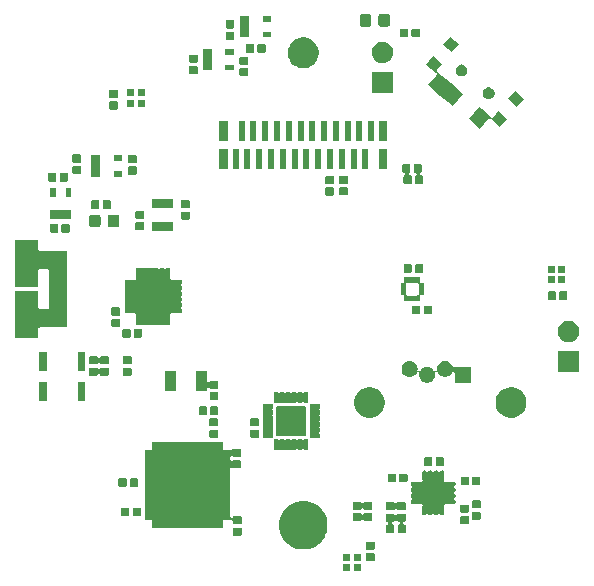
<source format=gbr>
G04 #@! TF.GenerationSoftware,KiCad,Pcbnew,5.1.5-52549c5~84~ubuntu18.04.1*
G04 #@! TF.CreationDate,2020-03-24T02:23:38-04:00*
G04 #@! TF.ProjectId,SwarmBot,53776172-6d42-46f7-942e-6b696361645f,rev?*
G04 #@! TF.SameCoordinates,Original*
G04 #@! TF.FileFunction,Soldermask,Top*
G04 #@! TF.FilePolarity,Negative*
%FSLAX46Y46*%
G04 Gerber Fmt 4.6, Leading zero omitted, Abs format (unit mm)*
G04 Created by KiCad (PCBNEW 5.1.5-52549c5~84~ubuntu18.04.1) date 2020-03-24 02:23:38*
%MOMM*%
%LPD*%
G04 APERTURE LIST*
%ADD10C,0.100000*%
G04 APERTURE END LIST*
D10*
G36*
X4881000Y-23911000D02*
G01*
X4279000Y-23911000D01*
X4279000Y-23309000D01*
X4881000Y-23309000D01*
X4881000Y-23911000D01*
G37*
G36*
X3981000Y-23911000D02*
G01*
X3379000Y-23911000D01*
X3379000Y-23309000D01*
X3981000Y-23309000D01*
X3981000Y-23911000D01*
G37*
G36*
X5961938Y-22356716D02*
G01*
X5982557Y-22362971D01*
X6001553Y-22373124D01*
X6018208Y-22386792D01*
X6031876Y-22403447D01*
X6042029Y-22422443D01*
X6048284Y-22443062D01*
X6051000Y-22470640D01*
X6051000Y-22929360D01*
X6048284Y-22956938D01*
X6042029Y-22977557D01*
X6031876Y-22996553D01*
X6018208Y-23013208D01*
X6001553Y-23026876D01*
X5982557Y-23037029D01*
X5961938Y-23043284D01*
X5934360Y-23046000D01*
X5425640Y-23046000D01*
X5398062Y-23043284D01*
X5377443Y-23037029D01*
X5358447Y-23026876D01*
X5341792Y-23013208D01*
X5328124Y-22996553D01*
X5317971Y-22977557D01*
X5311716Y-22956938D01*
X5309000Y-22929360D01*
X5309000Y-22470640D01*
X5311716Y-22443062D01*
X5317971Y-22422443D01*
X5328124Y-22403447D01*
X5341792Y-22386792D01*
X5358447Y-22373124D01*
X5377443Y-22362971D01*
X5398062Y-22356716D01*
X5425640Y-22354000D01*
X5934360Y-22354000D01*
X5961938Y-22356716D01*
G37*
G36*
X4881000Y-23011000D02*
G01*
X4279000Y-23011000D01*
X4279000Y-22409000D01*
X4881000Y-22409000D01*
X4881000Y-23011000D01*
G37*
G36*
X3981000Y-23011000D02*
G01*
X3379000Y-23011000D01*
X3379000Y-22409000D01*
X3981000Y-22409000D01*
X3981000Y-23011000D01*
G37*
G36*
X5961938Y-21386716D02*
G01*
X5982557Y-21392971D01*
X6001553Y-21403124D01*
X6018208Y-21416792D01*
X6031876Y-21433447D01*
X6042029Y-21452443D01*
X6048284Y-21473062D01*
X6051000Y-21500640D01*
X6051000Y-21959360D01*
X6048284Y-21986938D01*
X6042029Y-22007557D01*
X6031876Y-22026553D01*
X6018208Y-22043208D01*
X6001553Y-22056876D01*
X5982557Y-22067029D01*
X5961938Y-22073284D01*
X5934360Y-22076000D01*
X5425640Y-22076000D01*
X5398062Y-22073284D01*
X5377443Y-22067029D01*
X5358447Y-22056876D01*
X5341792Y-22043208D01*
X5328124Y-22026553D01*
X5317971Y-22007557D01*
X5311716Y-21986938D01*
X5309000Y-21959360D01*
X5309000Y-21500640D01*
X5311716Y-21473062D01*
X5317971Y-21452443D01*
X5328124Y-21433447D01*
X5341792Y-21416792D01*
X5358447Y-21403124D01*
X5377443Y-21392971D01*
X5398062Y-21386716D01*
X5425640Y-21384000D01*
X5934360Y-21384000D01*
X5961938Y-21386716D01*
G37*
G36*
X598254Y-18027818D02*
G01*
X963242Y-18179001D01*
X971513Y-18182427D01*
X1307436Y-18406884D01*
X1593116Y-18692564D01*
X1817197Y-19027924D01*
X1817574Y-19028489D01*
X1972182Y-19401746D01*
X2051000Y-19797993D01*
X2051000Y-20202007D01*
X1972182Y-20598254D01*
X1876787Y-20828557D01*
X1817573Y-20971513D01*
X1593116Y-21307436D01*
X1307436Y-21593116D01*
X971513Y-21817573D01*
X971512Y-21817574D01*
X971511Y-21817574D01*
X598254Y-21972182D01*
X202007Y-22051000D01*
X-202007Y-22051000D01*
X-598254Y-21972182D01*
X-971511Y-21817574D01*
X-971512Y-21817574D01*
X-971513Y-21817573D01*
X-1307436Y-21593116D01*
X-1593116Y-21307436D01*
X-1817573Y-20971513D01*
X-1876787Y-20828557D01*
X-1972182Y-20598254D01*
X-2051000Y-20202007D01*
X-2051000Y-19797993D01*
X-1972182Y-19401746D01*
X-1817574Y-19028489D01*
X-1817196Y-19027924D01*
X-1593116Y-18692564D01*
X-1307436Y-18406884D01*
X-971513Y-18182427D01*
X-963242Y-18179001D01*
X-598254Y-18027818D01*
X-202007Y-17949000D01*
X202007Y-17949000D01*
X598254Y-18027818D01*
G37*
G36*
X-5306062Y-20207716D02*
G01*
X-5285443Y-20213971D01*
X-5266447Y-20224124D01*
X-5249792Y-20237792D01*
X-5236124Y-20254447D01*
X-5225971Y-20273443D01*
X-5219716Y-20294062D01*
X-5217000Y-20321640D01*
X-5217000Y-20780360D01*
X-5219716Y-20807938D01*
X-5225971Y-20828557D01*
X-5236124Y-20847553D01*
X-5249792Y-20864208D01*
X-5266447Y-20877876D01*
X-5285443Y-20888029D01*
X-5306062Y-20894284D01*
X-5333640Y-20897000D01*
X-5842360Y-20897000D01*
X-5869938Y-20894284D01*
X-5890557Y-20888029D01*
X-5909553Y-20877876D01*
X-5926208Y-20864208D01*
X-5939876Y-20847553D01*
X-5950029Y-20828557D01*
X-5956284Y-20807938D01*
X-5959000Y-20780360D01*
X-5959000Y-20321640D01*
X-5956284Y-20294062D01*
X-5950029Y-20273443D01*
X-5939876Y-20254447D01*
X-5926208Y-20237792D01*
X-5909553Y-20224124D01*
X-5890557Y-20213971D01*
X-5869938Y-20207716D01*
X-5842360Y-20205000D01*
X-5333640Y-20205000D01*
X-5306062Y-20207716D01*
G37*
G36*
X8587738Y-19011516D02*
G01*
X8608357Y-19017771D01*
X8627353Y-19027924D01*
X8644008Y-19041592D01*
X8657676Y-19058247D01*
X8667829Y-19077243D01*
X8674084Y-19097862D01*
X8676800Y-19125440D01*
X8676800Y-19584160D01*
X8674084Y-19611738D01*
X8667829Y-19632357D01*
X8657676Y-19651353D01*
X8644008Y-19668008D01*
X8627353Y-19681676D01*
X8608357Y-19691829D01*
X8587738Y-19698084D01*
X8563377Y-19700483D01*
X8539344Y-19705263D01*
X8516705Y-19714640D01*
X8496330Y-19728254D01*
X8479003Y-19745581D01*
X8465389Y-19765955D01*
X8456012Y-19788594D01*
X8451231Y-19812627D01*
X8451231Y-19837131D01*
X8456011Y-19861164D01*
X8465388Y-19883803D01*
X8479002Y-19904178D01*
X8496329Y-19921505D01*
X8516703Y-19935119D01*
X8539342Y-19944496D01*
X8563375Y-19949277D01*
X8588138Y-19951716D01*
X8608757Y-19957971D01*
X8627753Y-19968124D01*
X8644408Y-19981792D01*
X8658076Y-19998447D01*
X8668229Y-20017443D01*
X8674484Y-20038062D01*
X8677200Y-20065640D01*
X8677200Y-20574360D01*
X8674484Y-20601938D01*
X8668229Y-20622557D01*
X8658076Y-20641553D01*
X8644408Y-20658208D01*
X8627753Y-20671876D01*
X8608757Y-20682029D01*
X8588138Y-20688284D01*
X8560560Y-20691000D01*
X8101840Y-20691000D01*
X8074262Y-20688284D01*
X8053643Y-20682029D01*
X8034647Y-20671876D01*
X8017992Y-20658208D01*
X8004324Y-20641553D01*
X7994171Y-20622557D01*
X7987916Y-20601938D01*
X7985200Y-20574360D01*
X7985200Y-20065640D01*
X7987916Y-20038062D01*
X7994171Y-20017443D01*
X8004324Y-19998447D01*
X8017992Y-19981792D01*
X8034647Y-19968124D01*
X8053643Y-19957971D01*
X8074262Y-19951716D01*
X8089696Y-19950196D01*
X8113729Y-19945416D01*
X8136368Y-19936038D01*
X8156742Y-19922425D01*
X8174069Y-19905098D01*
X8187683Y-19884723D01*
X8197061Y-19862084D01*
X8201841Y-19838051D01*
X8201841Y-19813547D01*
X8197061Y-19789514D01*
X8187683Y-19766875D01*
X8174070Y-19746501D01*
X8156743Y-19729174D01*
X8136368Y-19715560D01*
X8113729Y-19706182D01*
X8089696Y-19701402D01*
X8077444Y-19700800D01*
X8051440Y-19700800D01*
X8023862Y-19698084D01*
X8003243Y-19691829D01*
X7984247Y-19681676D01*
X7967592Y-19668008D01*
X7953925Y-19651353D01*
X7947421Y-19639186D01*
X7933807Y-19618812D01*
X7916480Y-19601485D01*
X7896106Y-19587872D01*
X7873467Y-19578495D01*
X7849433Y-19573715D01*
X7824929Y-19573715D01*
X7800896Y-19578496D01*
X7778257Y-19587874D01*
X7757883Y-19601488D01*
X7740556Y-19618815D01*
X7726945Y-19639186D01*
X7717876Y-19656153D01*
X7704208Y-19672808D01*
X7687553Y-19686476D01*
X7668557Y-19696629D01*
X7647938Y-19702884D01*
X7631592Y-19704494D01*
X7607559Y-19709275D01*
X7584921Y-19718652D01*
X7564546Y-19732266D01*
X7547220Y-19749594D01*
X7533606Y-19769968D01*
X7524229Y-19792607D01*
X7519449Y-19816640D01*
X7519449Y-19841145D01*
X7524230Y-19865178D01*
X7533607Y-19887816D01*
X7547221Y-19908191D01*
X7564549Y-19925517D01*
X7584923Y-19939131D01*
X7607562Y-19948508D01*
X7638756Y-19957970D01*
X7657753Y-19968124D01*
X7674408Y-19981792D01*
X7688076Y-19998447D01*
X7698229Y-20017443D01*
X7704484Y-20038062D01*
X7707200Y-20065640D01*
X7707200Y-20574360D01*
X7704484Y-20601938D01*
X7698229Y-20622557D01*
X7688076Y-20641553D01*
X7674408Y-20658208D01*
X7657753Y-20671876D01*
X7638757Y-20682029D01*
X7618138Y-20688284D01*
X7590560Y-20691000D01*
X7131840Y-20691000D01*
X7104262Y-20688284D01*
X7083643Y-20682029D01*
X7064647Y-20671876D01*
X7047992Y-20658208D01*
X7034324Y-20641553D01*
X7024171Y-20622557D01*
X7017916Y-20601938D01*
X7015200Y-20574360D01*
X7015200Y-20065640D01*
X7017916Y-20038062D01*
X7024171Y-20017443D01*
X7034324Y-19998447D01*
X7047992Y-19981792D01*
X7064647Y-19968124D01*
X7083643Y-19957971D01*
X7113773Y-19948831D01*
X7118376Y-19947916D01*
X7141016Y-19938541D01*
X7161392Y-19924929D01*
X7178721Y-19907604D01*
X7192337Y-19887231D01*
X7201717Y-19864593D01*
X7206500Y-19840561D01*
X7206502Y-19816056D01*
X7201725Y-19792023D01*
X7192350Y-19769383D01*
X7178738Y-19749007D01*
X7161413Y-19731678D01*
X7141040Y-19718062D01*
X7118402Y-19708682D01*
X7094357Y-19703898D01*
X7084062Y-19702884D01*
X7063443Y-19696629D01*
X7044447Y-19686476D01*
X7027792Y-19672808D01*
X7014124Y-19656153D01*
X7003971Y-19637157D01*
X6997716Y-19616538D01*
X6995000Y-19588960D01*
X6995000Y-19130240D01*
X6997716Y-19102662D01*
X7003971Y-19082043D01*
X7014124Y-19063047D01*
X7027792Y-19046392D01*
X7044447Y-19032724D01*
X7063443Y-19022571D01*
X7084062Y-19016316D01*
X7111640Y-19013600D01*
X7620360Y-19013600D01*
X7647938Y-19016316D01*
X7668557Y-19022571D01*
X7687553Y-19032724D01*
X7704208Y-19046392D01*
X7717875Y-19063047D01*
X7724379Y-19075214D01*
X7737993Y-19095588D01*
X7755320Y-19112915D01*
X7775694Y-19126528D01*
X7798333Y-19135905D01*
X7822367Y-19140685D01*
X7846871Y-19140685D01*
X7870904Y-19135904D01*
X7893543Y-19126526D01*
X7913917Y-19112912D01*
X7931244Y-19095585D01*
X7944855Y-19075214D01*
X7953924Y-19058247D01*
X7967592Y-19041592D01*
X7984247Y-19027924D01*
X8003243Y-19017771D01*
X8023862Y-19011516D01*
X8051440Y-19008800D01*
X8560160Y-19008800D01*
X8587738Y-19011516D01*
G37*
G36*
X-6828400Y-13497901D02*
G01*
X-6825998Y-13522287D01*
X-6818885Y-13545736D01*
X-6807334Y-13567347D01*
X-6791789Y-13586289D01*
X-6772847Y-13601834D01*
X-6751236Y-13613385D01*
X-6727787Y-13620498D01*
X-6703401Y-13622900D01*
X-6095450Y-13622900D01*
X-6071064Y-13620498D01*
X-6047615Y-13613385D01*
X-6026004Y-13601834D01*
X-6007062Y-13586289D01*
X-5998840Y-13576270D01*
X-5998484Y-13576562D01*
X-5977008Y-13550392D01*
X-5960353Y-13536724D01*
X-5941357Y-13526571D01*
X-5920738Y-13520316D01*
X-5893160Y-13517600D01*
X-5384440Y-13517600D01*
X-5356862Y-13520316D01*
X-5336243Y-13526571D01*
X-5317247Y-13536724D01*
X-5300592Y-13550392D01*
X-5286924Y-13567047D01*
X-5276771Y-13586043D01*
X-5270516Y-13606662D01*
X-5267800Y-13634240D01*
X-5267800Y-14092960D01*
X-5270516Y-14120538D01*
X-5276771Y-14141157D01*
X-5286924Y-14160153D01*
X-5300592Y-14176808D01*
X-5317247Y-14190476D01*
X-5336243Y-14200629D01*
X-5356862Y-14206884D01*
X-5384440Y-14209600D01*
X-5893160Y-14209600D01*
X-5920738Y-14206884D01*
X-5941357Y-14200629D01*
X-5960352Y-14190476D01*
X-5974103Y-14179191D01*
X-5994477Y-14165578D01*
X-6017116Y-14156200D01*
X-6041149Y-14151420D01*
X-6065653Y-14151420D01*
X-6089687Y-14156201D01*
X-6112325Y-14165578D01*
X-6132700Y-14179192D01*
X-6150027Y-14196519D01*
X-6163640Y-14216893D01*
X-6173018Y-14239532D01*
X-6178400Y-14275817D01*
X-6178400Y-14421383D01*
X-6175998Y-14445769D01*
X-6168885Y-14469218D01*
X-6157334Y-14490829D01*
X-6141789Y-14509771D01*
X-6122847Y-14525316D01*
X-6101236Y-14536867D01*
X-6077787Y-14543980D01*
X-6053401Y-14546382D01*
X-6029015Y-14543980D01*
X-6005566Y-14536867D01*
X-5974103Y-14518009D01*
X-5960352Y-14506724D01*
X-5941357Y-14496571D01*
X-5920738Y-14490316D01*
X-5893160Y-14487600D01*
X-5384440Y-14487600D01*
X-5356862Y-14490316D01*
X-5336243Y-14496571D01*
X-5317247Y-14506724D01*
X-5300592Y-14520392D01*
X-5286924Y-14537047D01*
X-5276771Y-14556043D01*
X-5270516Y-14576662D01*
X-5267800Y-14604240D01*
X-5267800Y-15062960D01*
X-5270516Y-15090538D01*
X-5276771Y-15111157D01*
X-5286924Y-15130153D01*
X-5300592Y-15146808D01*
X-5317247Y-15160476D01*
X-5336243Y-15170629D01*
X-5356862Y-15176884D01*
X-5384440Y-15179600D01*
X-5893160Y-15179600D01*
X-5920738Y-15176884D01*
X-5941357Y-15170629D01*
X-5960352Y-15160476D01*
X-5974103Y-15149191D01*
X-5994477Y-15135578D01*
X-6017116Y-15126200D01*
X-6041149Y-15121420D01*
X-6065653Y-15121420D01*
X-6089687Y-15126201D01*
X-6112325Y-15135578D01*
X-6132700Y-15149192D01*
X-6150027Y-15166519D01*
X-6163640Y-15186893D01*
X-6173018Y-15209532D01*
X-6178400Y-15245817D01*
X-6178400Y-19231671D01*
X-6175998Y-19256057D01*
X-6168885Y-19279506D01*
X-6157334Y-19301117D01*
X-6141789Y-19320059D01*
X-6122847Y-19335604D01*
X-6101236Y-19347155D01*
X-6077787Y-19354268D01*
X-6053401Y-19356670D01*
X-6029015Y-19354268D01*
X-6005566Y-19347155D01*
X-5983955Y-19335604D01*
X-5965013Y-19320059D01*
X-5943163Y-19290598D01*
X-5939874Y-19284446D01*
X-5926208Y-19267792D01*
X-5909553Y-19254124D01*
X-5890557Y-19243971D01*
X-5869938Y-19237716D01*
X-5842360Y-19235000D01*
X-5333640Y-19235000D01*
X-5306062Y-19237716D01*
X-5285443Y-19243971D01*
X-5266447Y-19254124D01*
X-5249792Y-19267792D01*
X-5236124Y-19284447D01*
X-5225971Y-19303443D01*
X-5219716Y-19324062D01*
X-5217000Y-19351640D01*
X-5217000Y-19810360D01*
X-5219716Y-19837938D01*
X-5225971Y-19858557D01*
X-5236124Y-19877553D01*
X-5249792Y-19894208D01*
X-5266447Y-19907876D01*
X-5285443Y-19918029D01*
X-5306062Y-19924284D01*
X-5333640Y-19927000D01*
X-5842360Y-19927000D01*
X-5869938Y-19924284D01*
X-5890557Y-19918029D01*
X-5909553Y-19907876D01*
X-5926208Y-19894208D01*
X-5939876Y-19877553D01*
X-5950029Y-19858557D01*
X-5956284Y-19837938D01*
X-5959000Y-19810360D01*
X-5959000Y-19699899D01*
X-5961402Y-19675513D01*
X-5968515Y-19652064D01*
X-5980066Y-19630453D01*
X-5995611Y-19611511D01*
X-6014553Y-19595966D01*
X-6036164Y-19584415D01*
X-6059613Y-19577302D01*
X-6083999Y-19574900D01*
X-6703401Y-19574900D01*
X-6727787Y-19577302D01*
X-6751236Y-19584415D01*
X-6772847Y-19595966D01*
X-6791789Y-19611511D01*
X-6807334Y-19630453D01*
X-6818885Y-19652064D01*
X-6825998Y-19675513D01*
X-6828400Y-19699899D01*
X-6828400Y-20224900D01*
X-12780400Y-20224900D01*
X-12780400Y-19699899D01*
X-12782802Y-19675513D01*
X-12789915Y-19652064D01*
X-12801466Y-19630453D01*
X-12817011Y-19611511D01*
X-12835953Y-19595966D01*
X-12857564Y-19584415D01*
X-12881013Y-19577302D01*
X-12905399Y-19574900D01*
X-13430400Y-19574900D01*
X-13430400Y-13622900D01*
X-12905399Y-13622900D01*
X-12881013Y-13620498D01*
X-12857564Y-13613385D01*
X-12835953Y-13601834D01*
X-12817011Y-13586289D01*
X-12801466Y-13567347D01*
X-12789915Y-13545736D01*
X-12782802Y-13522287D01*
X-12780400Y-13497901D01*
X-12780400Y-12972900D01*
X-6828400Y-12972900D01*
X-6828400Y-13497901D01*
G37*
G36*
X13947138Y-19217116D02*
G01*
X13967757Y-19223371D01*
X13986753Y-19233524D01*
X14003408Y-19247192D01*
X14017076Y-19263847D01*
X14027229Y-19282843D01*
X14033484Y-19303462D01*
X14035404Y-19322958D01*
X14040184Y-19346991D01*
X14049562Y-19369630D01*
X14058125Y-19382446D01*
X14050960Y-19393170D01*
X14041583Y-19415808D01*
X14036802Y-19439842D01*
X14036200Y-19452094D01*
X14036200Y-19789760D01*
X14033484Y-19817338D01*
X14027229Y-19837957D01*
X14017076Y-19856953D01*
X14003408Y-19873608D01*
X13986753Y-19887276D01*
X13967757Y-19897429D01*
X13947138Y-19903684D01*
X13919560Y-19906400D01*
X13410840Y-19906400D01*
X13383262Y-19903684D01*
X13362643Y-19897429D01*
X13343647Y-19887276D01*
X13326992Y-19873608D01*
X13313324Y-19856953D01*
X13303171Y-19837957D01*
X13296916Y-19817338D01*
X13294200Y-19789760D01*
X13294200Y-19331040D01*
X13296916Y-19303462D01*
X13303171Y-19282843D01*
X13313324Y-19263847D01*
X13326992Y-19247192D01*
X13343647Y-19233524D01*
X13362643Y-19223371D01*
X13383262Y-19217116D01*
X13410840Y-19214400D01*
X13919560Y-19214400D01*
X13947138Y-19217116D01*
G37*
G36*
X5768338Y-18988516D02*
G01*
X5788957Y-18994771D01*
X5807953Y-19004924D01*
X5824608Y-19018592D01*
X5838276Y-19035247D01*
X5848429Y-19054243D01*
X5854684Y-19074862D01*
X5857400Y-19102440D01*
X5857400Y-19561160D01*
X5854684Y-19588738D01*
X5848429Y-19609357D01*
X5838276Y-19628353D01*
X5824608Y-19645008D01*
X5807953Y-19658676D01*
X5788957Y-19668829D01*
X5768338Y-19675084D01*
X5740760Y-19677800D01*
X5232040Y-19677800D01*
X5204462Y-19675084D01*
X5183843Y-19668829D01*
X5164847Y-19658676D01*
X5148192Y-19645008D01*
X5134524Y-19628352D01*
X5127378Y-19614984D01*
X5113764Y-19594610D01*
X5096436Y-19577284D01*
X5076062Y-19563671D01*
X5053422Y-19554294D01*
X5029389Y-19549515D01*
X5004885Y-19549515D01*
X4980852Y-19554297D01*
X4958213Y-19563675D01*
X4937839Y-19577289D01*
X4920513Y-19594617D01*
X4906902Y-19614987D01*
X4898474Y-19630755D01*
X4884808Y-19647408D01*
X4868153Y-19661076D01*
X4849157Y-19671229D01*
X4828538Y-19677484D01*
X4800960Y-19680200D01*
X4292240Y-19680200D01*
X4264662Y-19677484D01*
X4244043Y-19671229D01*
X4225047Y-19661076D01*
X4208392Y-19647408D01*
X4194724Y-19630753D01*
X4184571Y-19611757D01*
X4178316Y-19591138D01*
X4175600Y-19563560D01*
X4175600Y-19104840D01*
X4178316Y-19077262D01*
X4184571Y-19056643D01*
X4194724Y-19037647D01*
X4208392Y-19020992D01*
X4225047Y-19007324D01*
X4244043Y-18997171D01*
X4264662Y-18990916D01*
X4292240Y-18988200D01*
X4800960Y-18988200D01*
X4828538Y-18990916D01*
X4849157Y-18997171D01*
X4868153Y-19007324D01*
X4884808Y-19020992D01*
X4898476Y-19037648D01*
X4905622Y-19051016D01*
X4919236Y-19071390D01*
X4936564Y-19088716D01*
X4956938Y-19102329D01*
X4979578Y-19111706D01*
X5003611Y-19116485D01*
X5028115Y-19116485D01*
X5052148Y-19111703D01*
X5074787Y-19102325D01*
X5095161Y-19088711D01*
X5112487Y-19071383D01*
X5126098Y-19051013D01*
X5134526Y-19035245D01*
X5148192Y-19018592D01*
X5164847Y-19004924D01*
X5183843Y-18994771D01*
X5204462Y-18988516D01*
X5232040Y-18985800D01*
X5740760Y-18985800D01*
X5768338Y-18988516D01*
G37*
G36*
X14937738Y-18859116D02*
G01*
X14958357Y-18865371D01*
X14977353Y-18875524D01*
X14994008Y-18889192D01*
X15007676Y-18905847D01*
X15017829Y-18924843D01*
X15024084Y-18945462D01*
X15026800Y-18973040D01*
X15026800Y-19431760D01*
X15024084Y-19459338D01*
X15017829Y-19479957D01*
X15007676Y-19498953D01*
X14994008Y-19515608D01*
X14977353Y-19529276D01*
X14958357Y-19539429D01*
X14937738Y-19545684D01*
X14910160Y-19548400D01*
X14401440Y-19548400D01*
X14373862Y-19545684D01*
X14353243Y-19539429D01*
X14334247Y-19529276D01*
X14317592Y-19515608D01*
X14303924Y-19498953D01*
X14293771Y-19479957D01*
X14287516Y-19459338D01*
X14285596Y-19439842D01*
X14280816Y-19415809D01*
X14271438Y-19393170D01*
X14262875Y-19380354D01*
X14270040Y-19369630D01*
X14279417Y-19346992D01*
X14284198Y-19322958D01*
X14284800Y-19310706D01*
X14284800Y-18973040D01*
X14287516Y-18945462D01*
X14293771Y-18924843D01*
X14303924Y-18905847D01*
X14317592Y-18889192D01*
X14334247Y-18875524D01*
X14353243Y-18865371D01*
X14373862Y-18859116D01*
X14401440Y-18856400D01*
X14910160Y-18856400D01*
X14937738Y-18859116D01*
G37*
G36*
X-14817962Y-18516616D02*
G01*
X-14797343Y-18522871D01*
X-14778347Y-18533024D01*
X-14761692Y-18546692D01*
X-14748024Y-18563347D01*
X-14737871Y-18582343D01*
X-14731616Y-18602962D01*
X-14728900Y-18630540D01*
X-14728900Y-19139260D01*
X-14731616Y-19166838D01*
X-14737871Y-19187457D01*
X-14748024Y-19206453D01*
X-14761692Y-19223108D01*
X-14778347Y-19236776D01*
X-14797343Y-19246929D01*
X-14817962Y-19253184D01*
X-14845540Y-19255900D01*
X-15304260Y-19255900D01*
X-15331838Y-19253184D01*
X-15352457Y-19246929D01*
X-15371453Y-19236776D01*
X-15388108Y-19223108D01*
X-15401776Y-19206453D01*
X-15411929Y-19187457D01*
X-15418184Y-19166838D01*
X-15420900Y-19139260D01*
X-15420900Y-18630540D01*
X-15418184Y-18602962D01*
X-15411929Y-18582343D01*
X-15401776Y-18563347D01*
X-15388108Y-18546692D01*
X-15371453Y-18533024D01*
X-15352457Y-18522871D01*
X-15331838Y-18516616D01*
X-15304260Y-18513900D01*
X-14845540Y-18513900D01*
X-14817962Y-18516616D01*
G37*
G36*
X-13847962Y-18516616D02*
G01*
X-13827343Y-18522871D01*
X-13808347Y-18533024D01*
X-13791692Y-18546692D01*
X-13778024Y-18563347D01*
X-13767871Y-18582343D01*
X-13761616Y-18602962D01*
X-13758900Y-18630540D01*
X-13758900Y-19139260D01*
X-13761616Y-19166838D01*
X-13767871Y-19187457D01*
X-13778024Y-19206453D01*
X-13791692Y-19223108D01*
X-13808347Y-19236776D01*
X-13827343Y-19246929D01*
X-13847962Y-19253184D01*
X-13875540Y-19255900D01*
X-14334260Y-19255900D01*
X-14361838Y-19253184D01*
X-14382457Y-19246929D01*
X-14401453Y-19236776D01*
X-14418108Y-19223108D01*
X-14431776Y-19206453D01*
X-14441929Y-19187457D01*
X-14448184Y-19166838D01*
X-14450900Y-19139260D01*
X-14450900Y-18630540D01*
X-14448184Y-18602962D01*
X-14441929Y-18582343D01*
X-14431776Y-18563347D01*
X-14418108Y-18546692D01*
X-14401453Y-18533024D01*
X-14382457Y-18522871D01*
X-14361838Y-18516616D01*
X-14334260Y-18513900D01*
X-13875540Y-18513900D01*
X-13847962Y-18516616D01*
G37*
G36*
X10295401Y-15364508D02*
G01*
X10314347Y-15370256D01*
X10333291Y-15376002D01*
X10368210Y-15394666D01*
X10398816Y-15419784D01*
X10409379Y-15432655D01*
X10426702Y-15449978D01*
X10447077Y-15463592D01*
X10469715Y-15472970D01*
X10493749Y-15477750D01*
X10518253Y-15477750D01*
X10542286Y-15472970D01*
X10564925Y-15463592D01*
X10585299Y-15449979D01*
X10602617Y-15432661D01*
X10613185Y-15419784D01*
X10643791Y-15394666D01*
X10678710Y-15376002D01*
X10697654Y-15370256D01*
X10716600Y-15364508D01*
X10751696Y-15361052D01*
X10756000Y-15360628D01*
X10756001Y-15360628D01*
X10795401Y-15364508D01*
X10814347Y-15370256D01*
X10833291Y-15376002D01*
X10868210Y-15394666D01*
X10898816Y-15419784D01*
X10909379Y-15432655D01*
X10926702Y-15449978D01*
X10947077Y-15463592D01*
X10969715Y-15472970D01*
X10993749Y-15477750D01*
X11018253Y-15477750D01*
X11042286Y-15472970D01*
X11064925Y-15463592D01*
X11085299Y-15449979D01*
X11102617Y-15432661D01*
X11113185Y-15419784D01*
X11143791Y-15394666D01*
X11178710Y-15376002D01*
X11197654Y-15370256D01*
X11216600Y-15364508D01*
X11251696Y-15361052D01*
X11256000Y-15360628D01*
X11256001Y-15360628D01*
X11295401Y-15364508D01*
X11314347Y-15370256D01*
X11333291Y-15376002D01*
X11368210Y-15394666D01*
X11398816Y-15419784D01*
X11409379Y-15432655D01*
X11426702Y-15449978D01*
X11447077Y-15463592D01*
X11469715Y-15472970D01*
X11493749Y-15477750D01*
X11518253Y-15477750D01*
X11542286Y-15472970D01*
X11564925Y-15463592D01*
X11585299Y-15449979D01*
X11602617Y-15432661D01*
X11613185Y-15419784D01*
X11643791Y-15394666D01*
X11678710Y-15376002D01*
X11697654Y-15370256D01*
X11716600Y-15364508D01*
X11751696Y-15361052D01*
X11756000Y-15360628D01*
X11756001Y-15360628D01*
X11795401Y-15364508D01*
X11814347Y-15370256D01*
X11833291Y-15376002D01*
X11868210Y-15394666D01*
X11898816Y-15419784D01*
X11923934Y-15450390D01*
X11930990Y-15463592D01*
X11942597Y-15485307D01*
X11954092Y-15523199D01*
X11957000Y-15552726D01*
X11957000Y-16022474D01*
X11954092Y-16052001D01*
X11947003Y-16075371D01*
X11942598Y-16089891D01*
X11923934Y-16124810D01*
X11923931Y-16124814D01*
X11922401Y-16127676D01*
X11913024Y-16150314D01*
X11908243Y-16174347D01*
X11908243Y-16198852D01*
X11913023Y-16222885D01*
X11922400Y-16245524D01*
X11936013Y-16265898D01*
X11953340Y-16283226D01*
X11973361Y-16296604D01*
X11978066Y-16305406D01*
X11993611Y-16324348D01*
X12012553Y-16339893D01*
X12034164Y-16351444D01*
X12057613Y-16358557D01*
X12081999Y-16360959D01*
X12106385Y-16358557D01*
X12129834Y-16351444D01*
X12140924Y-16346199D01*
X12143786Y-16344669D01*
X12143790Y-16344666D01*
X12178709Y-16326002D01*
X12216599Y-16314508D01*
X12246126Y-16311600D01*
X12715874Y-16311600D01*
X12745401Y-16314508D01*
X12764347Y-16320256D01*
X12783291Y-16326002D01*
X12818210Y-16344666D01*
X12848816Y-16369784D01*
X12873934Y-16400390D01*
X12891466Y-16433190D01*
X12892597Y-16435307D01*
X12904092Y-16473199D01*
X12907972Y-16512600D01*
X12904092Y-16552001D01*
X12904091Y-16552003D01*
X12892598Y-16589891D01*
X12873934Y-16624810D01*
X12848816Y-16655416D01*
X12835945Y-16665979D01*
X12818623Y-16683301D01*
X12805009Y-16703675D01*
X12795632Y-16726314D01*
X12790851Y-16750347D01*
X12790851Y-16774851D01*
X12795631Y-16798884D01*
X12805008Y-16821523D01*
X12818622Y-16841898D01*
X12835945Y-16859221D01*
X12848816Y-16869784D01*
X12873934Y-16900390D01*
X12891466Y-16933190D01*
X12892597Y-16935307D01*
X12904092Y-16973199D01*
X12907972Y-17012600D01*
X12904092Y-17052001D01*
X12904091Y-17052003D01*
X12892598Y-17089891D01*
X12873934Y-17124810D01*
X12848816Y-17155416D01*
X12835945Y-17165979D01*
X12818623Y-17183301D01*
X12805009Y-17203675D01*
X12795632Y-17226314D01*
X12790851Y-17250347D01*
X12790851Y-17274851D01*
X12795631Y-17298884D01*
X12805008Y-17321523D01*
X12818622Y-17341898D01*
X12835945Y-17359221D01*
X12848816Y-17369784D01*
X12873934Y-17400390D01*
X12891466Y-17433190D01*
X12892597Y-17435307D01*
X12904092Y-17473199D01*
X12907972Y-17512600D01*
X12904092Y-17552001D01*
X12904091Y-17552003D01*
X12892598Y-17589891D01*
X12873934Y-17624810D01*
X12848816Y-17655416D01*
X12835945Y-17665979D01*
X12818623Y-17683301D01*
X12805009Y-17703675D01*
X12795632Y-17726314D01*
X12790851Y-17750347D01*
X12790851Y-17774851D01*
X12795631Y-17798884D01*
X12805008Y-17821523D01*
X12818622Y-17841898D01*
X12835945Y-17859221D01*
X12848816Y-17869784D01*
X12873934Y-17900390D01*
X12891466Y-17933190D01*
X12892597Y-17935307D01*
X12904092Y-17973199D01*
X12907972Y-18012600D01*
X12904092Y-18052001D01*
X12902295Y-18057924D01*
X12892598Y-18089891D01*
X12873934Y-18124810D01*
X12848816Y-18155416D01*
X12818210Y-18180534D01*
X12783291Y-18199198D01*
X12764347Y-18204945D01*
X12745401Y-18210692D01*
X12715874Y-18213600D01*
X12246126Y-18213600D01*
X12216599Y-18210692D01*
X12178709Y-18199198D01*
X12178707Y-18199197D01*
X12143790Y-18180534D01*
X12143786Y-18180531D01*
X12140924Y-18179001D01*
X12118286Y-18169624D01*
X12094253Y-18164843D01*
X12069748Y-18164843D01*
X12045715Y-18169623D01*
X12023076Y-18179000D01*
X12002702Y-18192613D01*
X11985374Y-18209940D01*
X11971996Y-18229961D01*
X11963194Y-18234666D01*
X11944252Y-18250211D01*
X11928707Y-18269153D01*
X11917156Y-18290764D01*
X11910043Y-18314213D01*
X11907641Y-18338599D01*
X11910043Y-18362985D01*
X11917156Y-18386434D01*
X11922401Y-18397524D01*
X11923931Y-18400386D01*
X11923934Y-18400390D01*
X11942598Y-18435309D01*
X11954092Y-18473199D01*
X11957000Y-18502726D01*
X11957000Y-18972474D01*
X11954092Y-19002001D01*
X11951021Y-19012124D01*
X11942598Y-19039891D01*
X11923934Y-19074810D01*
X11898816Y-19105416D01*
X11868209Y-19130534D01*
X11833290Y-19149198D01*
X11821254Y-19152849D01*
X11795400Y-19160692D01*
X11760304Y-19164148D01*
X11756000Y-19164572D01*
X11755999Y-19164572D01*
X11716599Y-19160692D01*
X11690745Y-19152849D01*
X11678709Y-19149198D01*
X11643790Y-19130534D01*
X11613184Y-19105416D01*
X11602622Y-19092546D01*
X11585299Y-19075223D01*
X11564925Y-19061609D01*
X11542286Y-19052232D01*
X11518253Y-19047451D01*
X11493749Y-19047451D01*
X11469716Y-19052231D01*
X11447077Y-19061608D01*
X11426702Y-19075222D01*
X11409379Y-19092545D01*
X11398816Y-19105416D01*
X11368209Y-19130534D01*
X11333290Y-19149198D01*
X11321254Y-19152849D01*
X11295400Y-19160692D01*
X11260304Y-19164148D01*
X11256000Y-19164572D01*
X11255999Y-19164572D01*
X11216599Y-19160692D01*
X11190745Y-19152849D01*
X11178709Y-19149198D01*
X11143790Y-19130534D01*
X11113184Y-19105416D01*
X11102622Y-19092546D01*
X11085299Y-19075223D01*
X11064925Y-19061609D01*
X11042286Y-19052232D01*
X11018253Y-19047451D01*
X10993749Y-19047451D01*
X10969716Y-19052231D01*
X10947077Y-19061608D01*
X10926702Y-19075222D01*
X10909379Y-19092545D01*
X10898816Y-19105416D01*
X10868209Y-19130534D01*
X10833290Y-19149198D01*
X10821254Y-19152849D01*
X10795400Y-19160692D01*
X10760304Y-19164148D01*
X10756000Y-19164572D01*
X10755999Y-19164572D01*
X10716599Y-19160692D01*
X10690745Y-19152849D01*
X10678709Y-19149198D01*
X10643790Y-19130534D01*
X10613184Y-19105416D01*
X10602622Y-19092546D01*
X10585299Y-19075223D01*
X10564925Y-19061609D01*
X10542286Y-19052232D01*
X10518253Y-19047451D01*
X10493749Y-19047451D01*
X10469716Y-19052231D01*
X10447077Y-19061608D01*
X10426702Y-19075222D01*
X10409379Y-19092545D01*
X10398816Y-19105416D01*
X10368209Y-19130534D01*
X10333290Y-19149198D01*
X10321254Y-19152849D01*
X10295400Y-19160692D01*
X10260304Y-19164148D01*
X10256000Y-19164572D01*
X10255999Y-19164572D01*
X10216599Y-19160692D01*
X10190745Y-19152849D01*
X10178709Y-19149198D01*
X10143790Y-19130534D01*
X10113184Y-19105416D01*
X10088066Y-19074809D01*
X10069402Y-19039890D01*
X10062692Y-19017771D01*
X10057908Y-19002000D01*
X10055000Y-18972473D01*
X10055000Y-18502731D01*
X10057909Y-18473199D01*
X10069403Y-18435309D01*
X10088067Y-18400390D01*
X10088070Y-18400386D01*
X10089600Y-18397524D01*
X10098977Y-18374886D01*
X10103758Y-18350853D01*
X10103758Y-18326348D01*
X10098978Y-18302315D01*
X10089601Y-18279676D01*
X10075988Y-18259302D01*
X10058661Y-18241974D01*
X10038638Y-18228595D01*
X10033934Y-18219794D01*
X10018389Y-18200852D01*
X9999447Y-18185307D01*
X9977836Y-18173756D01*
X9954387Y-18166643D01*
X9930001Y-18164241D01*
X9905615Y-18166643D01*
X9882166Y-18173756D01*
X9871076Y-18179001D01*
X9868214Y-18180531D01*
X9868210Y-18180534D01*
X9833293Y-18199197D01*
X9833291Y-18199198D01*
X9795401Y-18210692D01*
X9765874Y-18213600D01*
X9296126Y-18213600D01*
X9266599Y-18210692D01*
X9247653Y-18204945D01*
X9228709Y-18199198D01*
X9193790Y-18180534D01*
X9163184Y-18155416D01*
X9138066Y-18124810D01*
X9119402Y-18089891D01*
X9109705Y-18057924D01*
X9107908Y-18052001D01*
X9104028Y-18012600D01*
X9107908Y-17973199D01*
X9119403Y-17935307D01*
X9120534Y-17933190D01*
X9138066Y-17900390D01*
X9163184Y-17869784D01*
X9176055Y-17859221D01*
X9193377Y-17841899D01*
X9206991Y-17821525D01*
X9216368Y-17798886D01*
X9221149Y-17774853D01*
X9221149Y-17750349D01*
X9216369Y-17726316D01*
X9206992Y-17703677D01*
X9193378Y-17683302D01*
X9176055Y-17665979D01*
X9163184Y-17655416D01*
X9138066Y-17624810D01*
X9119402Y-17589891D01*
X9107909Y-17552003D01*
X9107908Y-17552001D01*
X9104028Y-17512600D01*
X9107908Y-17473199D01*
X9119403Y-17435307D01*
X9120534Y-17433190D01*
X9138066Y-17400390D01*
X9163184Y-17369784D01*
X9176055Y-17359221D01*
X9193377Y-17341899D01*
X9206991Y-17321525D01*
X9216368Y-17298886D01*
X9221149Y-17274853D01*
X9221149Y-17250349D01*
X9216369Y-17226316D01*
X9206992Y-17203677D01*
X9193378Y-17183302D01*
X9176055Y-17165979D01*
X9163184Y-17155416D01*
X9138066Y-17124810D01*
X9119402Y-17089891D01*
X9107909Y-17052003D01*
X9107908Y-17052001D01*
X9104028Y-17012600D01*
X9107908Y-16973199D01*
X9119403Y-16935307D01*
X9120534Y-16933190D01*
X9138066Y-16900390D01*
X9163184Y-16869784D01*
X9176055Y-16859221D01*
X9193377Y-16841899D01*
X9206991Y-16821525D01*
X9216368Y-16798886D01*
X9221149Y-16774853D01*
X9221149Y-16750349D01*
X9216369Y-16726316D01*
X9206992Y-16703677D01*
X9193378Y-16683302D01*
X9176055Y-16665979D01*
X9163184Y-16655416D01*
X9138066Y-16624810D01*
X9119402Y-16589891D01*
X9107909Y-16552003D01*
X9107908Y-16552001D01*
X9104028Y-16512600D01*
X9107908Y-16473199D01*
X9119403Y-16435307D01*
X9120534Y-16433190D01*
X9138066Y-16400390D01*
X9163184Y-16369784D01*
X9193790Y-16344666D01*
X9228709Y-16326002D01*
X9247653Y-16320256D01*
X9266599Y-16314508D01*
X9296126Y-16311600D01*
X9765874Y-16311600D01*
X9795401Y-16314508D01*
X9833291Y-16326002D01*
X9868210Y-16344666D01*
X9868214Y-16344669D01*
X9871076Y-16346199D01*
X9893714Y-16355576D01*
X9917747Y-16360357D01*
X9942252Y-16360357D01*
X9966285Y-16355577D01*
X9988924Y-16346200D01*
X10009298Y-16332587D01*
X10026626Y-16315260D01*
X10040003Y-16295240D01*
X10048807Y-16290534D01*
X10067749Y-16274989D01*
X10083294Y-16256047D01*
X10094845Y-16234436D01*
X10101958Y-16210987D01*
X10104360Y-16186601D01*
X10101958Y-16162215D01*
X10094845Y-16138766D01*
X10089599Y-16127675D01*
X10088069Y-16124813D01*
X10088066Y-16124809D01*
X10069402Y-16089890D01*
X10057909Y-16052002D01*
X10057908Y-16052000D01*
X10055000Y-16022473D01*
X10055000Y-15552731D01*
X10057909Y-15523199D01*
X10069404Y-15485307D01*
X10081011Y-15463592D01*
X10088067Y-15450390D01*
X10113185Y-15419784D01*
X10143791Y-15394666D01*
X10178710Y-15376002D01*
X10197654Y-15370256D01*
X10216600Y-15364508D01*
X10251696Y-15361052D01*
X10256000Y-15360628D01*
X10256001Y-15360628D01*
X10295401Y-15364508D01*
G37*
G36*
X13947138Y-18247116D02*
G01*
X13967757Y-18253371D01*
X13986753Y-18263524D01*
X14003408Y-18277192D01*
X14017076Y-18293847D01*
X14027229Y-18312843D01*
X14033484Y-18333462D01*
X14035404Y-18352958D01*
X14040184Y-18376991D01*
X14049562Y-18399630D01*
X14058125Y-18412446D01*
X14050960Y-18423170D01*
X14041583Y-18445808D01*
X14036802Y-18469842D01*
X14036200Y-18482094D01*
X14036200Y-18819760D01*
X14033484Y-18847338D01*
X14027229Y-18867957D01*
X14017076Y-18886953D01*
X14003408Y-18903608D01*
X13986753Y-18917276D01*
X13967757Y-18927429D01*
X13947138Y-18933684D01*
X13919560Y-18936400D01*
X13410840Y-18936400D01*
X13383262Y-18933684D01*
X13362643Y-18927429D01*
X13343647Y-18917276D01*
X13326992Y-18903608D01*
X13313324Y-18886953D01*
X13303171Y-18867957D01*
X13296916Y-18847338D01*
X13294200Y-18819760D01*
X13294200Y-18361040D01*
X13296916Y-18333462D01*
X13303171Y-18312843D01*
X13313324Y-18293847D01*
X13326992Y-18277192D01*
X13343647Y-18263524D01*
X13362643Y-18253371D01*
X13383262Y-18247116D01*
X13410840Y-18244400D01*
X13919560Y-18244400D01*
X13947138Y-18247116D01*
G37*
G36*
X8587738Y-18041516D02*
G01*
X8608357Y-18047771D01*
X8627353Y-18057924D01*
X8644008Y-18071592D01*
X8657676Y-18088247D01*
X8667829Y-18107243D01*
X8674084Y-18127862D01*
X8676800Y-18155440D01*
X8676800Y-18614160D01*
X8674084Y-18641738D01*
X8667829Y-18662357D01*
X8657676Y-18681353D01*
X8644008Y-18698008D01*
X8627353Y-18711676D01*
X8608357Y-18721829D01*
X8587738Y-18728084D01*
X8560160Y-18730800D01*
X8051440Y-18730800D01*
X8023862Y-18728084D01*
X8003243Y-18721829D01*
X7984247Y-18711676D01*
X7967592Y-18698008D01*
X7953925Y-18681353D01*
X7947421Y-18669186D01*
X7933807Y-18648812D01*
X7916480Y-18631485D01*
X7896106Y-18617872D01*
X7873467Y-18608495D01*
X7849433Y-18603715D01*
X7824929Y-18603715D01*
X7800896Y-18608496D01*
X7778257Y-18617874D01*
X7757883Y-18631488D01*
X7740556Y-18648815D01*
X7726945Y-18669186D01*
X7717876Y-18686153D01*
X7704208Y-18702808D01*
X7687553Y-18716476D01*
X7668557Y-18726629D01*
X7647938Y-18732884D01*
X7620360Y-18735600D01*
X7111640Y-18735600D01*
X7084062Y-18732884D01*
X7063443Y-18726629D01*
X7044447Y-18716476D01*
X7027792Y-18702808D01*
X7014124Y-18686153D01*
X7003971Y-18667157D01*
X6997716Y-18646538D01*
X6995000Y-18618960D01*
X6995000Y-18160240D01*
X6997716Y-18132662D01*
X7003971Y-18112043D01*
X7014124Y-18093047D01*
X7027792Y-18076392D01*
X7044447Y-18062724D01*
X7063443Y-18052571D01*
X7084062Y-18046316D01*
X7111640Y-18043600D01*
X7620360Y-18043600D01*
X7647938Y-18046316D01*
X7668557Y-18052571D01*
X7687553Y-18062724D01*
X7704208Y-18076392D01*
X7717875Y-18093047D01*
X7724379Y-18105214D01*
X7737993Y-18125588D01*
X7755320Y-18142915D01*
X7775694Y-18156528D01*
X7798333Y-18165905D01*
X7822367Y-18170685D01*
X7846871Y-18170685D01*
X7870904Y-18165904D01*
X7893543Y-18156526D01*
X7913917Y-18142912D01*
X7931244Y-18125585D01*
X7944855Y-18105214D01*
X7953924Y-18088247D01*
X7967592Y-18071592D01*
X7984247Y-18057924D01*
X8003243Y-18047771D01*
X8023862Y-18041516D01*
X8051440Y-18038800D01*
X8560160Y-18038800D01*
X8587738Y-18041516D01*
G37*
G36*
X5768338Y-18018516D02*
G01*
X5788957Y-18024771D01*
X5807953Y-18034924D01*
X5824608Y-18048592D01*
X5838276Y-18065247D01*
X5848429Y-18084243D01*
X5854684Y-18104862D01*
X5857400Y-18132440D01*
X5857400Y-18591160D01*
X5854684Y-18618738D01*
X5848429Y-18639357D01*
X5838276Y-18658353D01*
X5824608Y-18675008D01*
X5807953Y-18688676D01*
X5788957Y-18698829D01*
X5768338Y-18705084D01*
X5740760Y-18707800D01*
X5232040Y-18707800D01*
X5204462Y-18705084D01*
X5183843Y-18698829D01*
X5164847Y-18688676D01*
X5148192Y-18675008D01*
X5134524Y-18658352D01*
X5127378Y-18644984D01*
X5113764Y-18624610D01*
X5096436Y-18607284D01*
X5076062Y-18593671D01*
X5053422Y-18584294D01*
X5029389Y-18579515D01*
X5004885Y-18579515D01*
X4980852Y-18584297D01*
X4958213Y-18593675D01*
X4937839Y-18607289D01*
X4920513Y-18624617D01*
X4906902Y-18644987D01*
X4898474Y-18660755D01*
X4884808Y-18677408D01*
X4868153Y-18691076D01*
X4849157Y-18701229D01*
X4828538Y-18707484D01*
X4800960Y-18710200D01*
X4292240Y-18710200D01*
X4264662Y-18707484D01*
X4244043Y-18701229D01*
X4225047Y-18691076D01*
X4208392Y-18677408D01*
X4194724Y-18660753D01*
X4184571Y-18641757D01*
X4178316Y-18621138D01*
X4175600Y-18593560D01*
X4175600Y-18134840D01*
X4178316Y-18107262D01*
X4184571Y-18086643D01*
X4194724Y-18067647D01*
X4208392Y-18050992D01*
X4225047Y-18037324D01*
X4244043Y-18027171D01*
X4264662Y-18020916D01*
X4292240Y-18018200D01*
X4800960Y-18018200D01*
X4828538Y-18020916D01*
X4849157Y-18027171D01*
X4868153Y-18037324D01*
X4884808Y-18050992D01*
X4898476Y-18067648D01*
X4905622Y-18081016D01*
X4919236Y-18101390D01*
X4936564Y-18118716D01*
X4956938Y-18132329D01*
X4979578Y-18141706D01*
X5003611Y-18146485D01*
X5028115Y-18146485D01*
X5052148Y-18141703D01*
X5074787Y-18132325D01*
X5095161Y-18118711D01*
X5112487Y-18101383D01*
X5126098Y-18081013D01*
X5134526Y-18065245D01*
X5148192Y-18048592D01*
X5164847Y-18034924D01*
X5183843Y-18024771D01*
X5204462Y-18018516D01*
X5232040Y-18015800D01*
X5740760Y-18015800D01*
X5768338Y-18018516D01*
G37*
G36*
X14937738Y-17889116D02*
G01*
X14958357Y-17895371D01*
X14977353Y-17905524D01*
X14994008Y-17919192D01*
X15007676Y-17935847D01*
X15017829Y-17954843D01*
X15024084Y-17975462D01*
X15026800Y-18003040D01*
X15026800Y-18461760D01*
X15024084Y-18489338D01*
X15017829Y-18509957D01*
X15007676Y-18528953D01*
X14994008Y-18545608D01*
X14977353Y-18559276D01*
X14958357Y-18569429D01*
X14937738Y-18575684D01*
X14910160Y-18578400D01*
X14401440Y-18578400D01*
X14373862Y-18575684D01*
X14353243Y-18569429D01*
X14334247Y-18559276D01*
X14317592Y-18545608D01*
X14303924Y-18528953D01*
X14293771Y-18509957D01*
X14287516Y-18489338D01*
X14285596Y-18469842D01*
X14280816Y-18445809D01*
X14271438Y-18423170D01*
X14262875Y-18410354D01*
X14270040Y-18399630D01*
X14279417Y-18376992D01*
X14284198Y-18352958D01*
X14284800Y-18340706D01*
X14284800Y-18003040D01*
X14287516Y-17975462D01*
X14293771Y-17954843D01*
X14303924Y-17935847D01*
X14317592Y-17919192D01*
X14334247Y-17905524D01*
X14353243Y-17895371D01*
X14373862Y-17889116D01*
X14401440Y-17886400D01*
X14910160Y-17886400D01*
X14937738Y-17889116D01*
G37*
G36*
X-15048962Y-16027416D02*
G01*
X-15028343Y-16033671D01*
X-15009347Y-16043824D01*
X-14992692Y-16057492D01*
X-14979024Y-16074147D01*
X-14968871Y-16093143D01*
X-14962616Y-16113762D01*
X-14959900Y-16141340D01*
X-14959900Y-16650060D01*
X-14962616Y-16677638D01*
X-14968871Y-16698257D01*
X-14979024Y-16717253D01*
X-14992692Y-16733908D01*
X-15009347Y-16747576D01*
X-15028343Y-16757729D01*
X-15048962Y-16763984D01*
X-15076540Y-16766700D01*
X-15535260Y-16766700D01*
X-15562838Y-16763984D01*
X-15583457Y-16757729D01*
X-15602453Y-16747576D01*
X-15619108Y-16733908D01*
X-15632776Y-16717253D01*
X-15642929Y-16698257D01*
X-15649184Y-16677638D01*
X-15651900Y-16650060D01*
X-15651900Y-16141340D01*
X-15649184Y-16113762D01*
X-15642929Y-16093143D01*
X-15632776Y-16074147D01*
X-15619108Y-16057492D01*
X-15602453Y-16043824D01*
X-15583457Y-16033671D01*
X-15562838Y-16027416D01*
X-15535260Y-16024700D01*
X-15076540Y-16024700D01*
X-15048962Y-16027416D01*
G37*
G36*
X-14078962Y-16027416D02*
G01*
X-14058343Y-16033671D01*
X-14039347Y-16043824D01*
X-14022692Y-16057492D01*
X-14009024Y-16074147D01*
X-13998871Y-16093143D01*
X-13992616Y-16113762D01*
X-13989900Y-16141340D01*
X-13989900Y-16650060D01*
X-13992616Y-16677638D01*
X-13998871Y-16698257D01*
X-14009024Y-16717253D01*
X-14022692Y-16733908D01*
X-14039347Y-16747576D01*
X-14058343Y-16757729D01*
X-14078962Y-16763984D01*
X-14106540Y-16766700D01*
X-14565260Y-16766700D01*
X-14592838Y-16763984D01*
X-14613457Y-16757729D01*
X-14632453Y-16747576D01*
X-14649108Y-16733908D01*
X-14662776Y-16717253D01*
X-14672929Y-16698257D01*
X-14679184Y-16677638D01*
X-14681900Y-16650060D01*
X-14681900Y-16141340D01*
X-14679184Y-16113762D01*
X-14672929Y-16093143D01*
X-14662776Y-16074147D01*
X-14649108Y-16057492D01*
X-14632453Y-16043824D01*
X-14613457Y-16033671D01*
X-14592838Y-16027416D01*
X-14565260Y-16024700D01*
X-14106540Y-16024700D01*
X-14078962Y-16027416D01*
G37*
G36*
X14892138Y-15887716D02*
G01*
X14912757Y-15893971D01*
X14931753Y-15904124D01*
X14948408Y-15917792D01*
X14962076Y-15934447D01*
X14972229Y-15953443D01*
X14978484Y-15974062D01*
X14981200Y-16001640D01*
X14981200Y-16510360D01*
X14978484Y-16537938D01*
X14972229Y-16558557D01*
X14962076Y-16577553D01*
X14948408Y-16594208D01*
X14931753Y-16607876D01*
X14912757Y-16618029D01*
X14892138Y-16624284D01*
X14864560Y-16627000D01*
X14405840Y-16627000D01*
X14378262Y-16624284D01*
X14357643Y-16618029D01*
X14338647Y-16607876D01*
X14321992Y-16594208D01*
X14308324Y-16577553D01*
X14298171Y-16558557D01*
X14291916Y-16537938D01*
X14289200Y-16510360D01*
X14289200Y-16001640D01*
X14291916Y-15974062D01*
X14298171Y-15953443D01*
X14308324Y-15934447D01*
X14321992Y-15917792D01*
X14338647Y-15904124D01*
X14357643Y-15893971D01*
X14378262Y-15887716D01*
X14405840Y-15885000D01*
X14864560Y-15885000D01*
X14892138Y-15887716D01*
G37*
G36*
X13922138Y-15887716D02*
G01*
X13942757Y-15893971D01*
X13961753Y-15904124D01*
X13978408Y-15917792D01*
X13992076Y-15934447D01*
X14002229Y-15953443D01*
X14008484Y-15974062D01*
X14011200Y-16001640D01*
X14011200Y-16510360D01*
X14008484Y-16537938D01*
X14002229Y-16558557D01*
X13992076Y-16577553D01*
X13978408Y-16594208D01*
X13961753Y-16607876D01*
X13942757Y-16618029D01*
X13922138Y-16624284D01*
X13894560Y-16627000D01*
X13435840Y-16627000D01*
X13408262Y-16624284D01*
X13387643Y-16618029D01*
X13368647Y-16607876D01*
X13351992Y-16594208D01*
X13338324Y-16577553D01*
X13328171Y-16558557D01*
X13321916Y-16537938D01*
X13319200Y-16510360D01*
X13319200Y-16001640D01*
X13321916Y-15974062D01*
X13328171Y-15953443D01*
X13338324Y-15934447D01*
X13351992Y-15917792D01*
X13368647Y-15904124D01*
X13387643Y-15893971D01*
X13408262Y-15887716D01*
X13435840Y-15885000D01*
X13894560Y-15885000D01*
X13922138Y-15887716D01*
G37*
G36*
X7770538Y-15633716D02*
G01*
X7791157Y-15639971D01*
X7810153Y-15650124D01*
X7826808Y-15663792D01*
X7840476Y-15680447D01*
X7850629Y-15699443D01*
X7856884Y-15720062D01*
X7859600Y-15747640D01*
X7859600Y-16256360D01*
X7856884Y-16283938D01*
X7850629Y-16304557D01*
X7840476Y-16323553D01*
X7826808Y-16340208D01*
X7810153Y-16353876D01*
X7791157Y-16364029D01*
X7770538Y-16370284D01*
X7742960Y-16373000D01*
X7284240Y-16373000D01*
X7256662Y-16370284D01*
X7236043Y-16364029D01*
X7217047Y-16353876D01*
X7200392Y-16340208D01*
X7186724Y-16323553D01*
X7176571Y-16304557D01*
X7170316Y-16283938D01*
X7167600Y-16256360D01*
X7167600Y-15747640D01*
X7170316Y-15720062D01*
X7176571Y-15699443D01*
X7186724Y-15680447D01*
X7200392Y-15663792D01*
X7217047Y-15650124D01*
X7236043Y-15639971D01*
X7256662Y-15633716D01*
X7284240Y-15631000D01*
X7742960Y-15631000D01*
X7770538Y-15633716D01*
G37*
G36*
X8740538Y-15633716D02*
G01*
X8761157Y-15639971D01*
X8780153Y-15650124D01*
X8796808Y-15663792D01*
X8810476Y-15680447D01*
X8820629Y-15699443D01*
X8826884Y-15720062D01*
X8829600Y-15747640D01*
X8829600Y-16256360D01*
X8826884Y-16283938D01*
X8820629Y-16304557D01*
X8810476Y-16323553D01*
X8796808Y-16340208D01*
X8780153Y-16353876D01*
X8761157Y-16364029D01*
X8740538Y-16370284D01*
X8712960Y-16373000D01*
X8254240Y-16373000D01*
X8226662Y-16370284D01*
X8206043Y-16364029D01*
X8187047Y-16353876D01*
X8170392Y-16340208D01*
X8156724Y-16323553D01*
X8146571Y-16304557D01*
X8140316Y-16283938D01*
X8137600Y-16256360D01*
X8137600Y-15747640D01*
X8140316Y-15720062D01*
X8146571Y-15699443D01*
X8156724Y-15680447D01*
X8170392Y-15663792D01*
X8187047Y-15650124D01*
X8206043Y-15639971D01*
X8226662Y-15633716D01*
X8254240Y-15631000D01*
X8712960Y-15631000D01*
X8740538Y-15633716D01*
G37*
G36*
X11813938Y-14236716D02*
G01*
X11834557Y-14242971D01*
X11853553Y-14253124D01*
X11870208Y-14266792D01*
X11883876Y-14283447D01*
X11894029Y-14302443D01*
X11900284Y-14323062D01*
X11903000Y-14350640D01*
X11903000Y-14859360D01*
X11900284Y-14886938D01*
X11894029Y-14907557D01*
X11883876Y-14926553D01*
X11870208Y-14943208D01*
X11853553Y-14956876D01*
X11834557Y-14967029D01*
X11813938Y-14973284D01*
X11786360Y-14976000D01*
X11327640Y-14976000D01*
X11300062Y-14973284D01*
X11279443Y-14967029D01*
X11260447Y-14956876D01*
X11243792Y-14943208D01*
X11230124Y-14926553D01*
X11219971Y-14907557D01*
X11213716Y-14886938D01*
X11211000Y-14859360D01*
X11211000Y-14350640D01*
X11213716Y-14323062D01*
X11219971Y-14302443D01*
X11230124Y-14283447D01*
X11243792Y-14266792D01*
X11260447Y-14253124D01*
X11279443Y-14242971D01*
X11300062Y-14236716D01*
X11327640Y-14234000D01*
X11786360Y-14234000D01*
X11813938Y-14236716D01*
G37*
G36*
X10843938Y-14236716D02*
G01*
X10864557Y-14242971D01*
X10883553Y-14253124D01*
X10900208Y-14266792D01*
X10913876Y-14283447D01*
X10924029Y-14302443D01*
X10930284Y-14323062D01*
X10933000Y-14350640D01*
X10933000Y-14859360D01*
X10930284Y-14886938D01*
X10924029Y-14907557D01*
X10913876Y-14926553D01*
X10900208Y-14943208D01*
X10883553Y-14956876D01*
X10864557Y-14967029D01*
X10843938Y-14973284D01*
X10816360Y-14976000D01*
X10357640Y-14976000D01*
X10330062Y-14973284D01*
X10309443Y-14967029D01*
X10290447Y-14956876D01*
X10273792Y-14943208D01*
X10260124Y-14926553D01*
X10249971Y-14907557D01*
X10243716Y-14886938D01*
X10241000Y-14859360D01*
X10241000Y-14350640D01*
X10243716Y-14323062D01*
X10249971Y-14302443D01*
X10260124Y-14283447D01*
X10273792Y-14266792D01*
X10290447Y-14253124D01*
X10309443Y-14242971D01*
X10330062Y-14236716D01*
X10357640Y-14234000D01*
X10816360Y-14234000D01*
X10843938Y-14236716D01*
G37*
G36*
X-2110645Y-12726083D02*
G01*
X-2105971Y-12727501D01*
X-2101670Y-12729800D01*
X-2095298Y-12735029D01*
X-2074924Y-12748643D01*
X-2052285Y-12758020D01*
X-2028251Y-12762800D01*
X-2003747Y-12762800D01*
X-1979714Y-12758019D01*
X-1957075Y-12748642D01*
X-1936702Y-12735029D01*
X-1930330Y-12729800D01*
X-1926029Y-12727501D01*
X-1921355Y-12726083D01*
X-1910359Y-12725000D01*
X-1621641Y-12725000D01*
X-1610645Y-12726083D01*
X-1605971Y-12727501D01*
X-1601670Y-12729800D01*
X-1595298Y-12735029D01*
X-1574924Y-12748643D01*
X-1552285Y-12758020D01*
X-1528251Y-12762800D01*
X-1503747Y-12762800D01*
X-1479714Y-12758019D01*
X-1457075Y-12748642D01*
X-1436702Y-12735029D01*
X-1430330Y-12729800D01*
X-1426029Y-12727501D01*
X-1421355Y-12726083D01*
X-1410359Y-12725000D01*
X-1121641Y-12725000D01*
X-1110645Y-12726083D01*
X-1105971Y-12727501D01*
X-1101670Y-12729800D01*
X-1095298Y-12735029D01*
X-1074924Y-12748643D01*
X-1052285Y-12758020D01*
X-1028251Y-12762800D01*
X-1003747Y-12762800D01*
X-979714Y-12758019D01*
X-957075Y-12748642D01*
X-936702Y-12735029D01*
X-930330Y-12729800D01*
X-926029Y-12727501D01*
X-921355Y-12726083D01*
X-910359Y-12725000D01*
X-621641Y-12725000D01*
X-610645Y-12726083D01*
X-605971Y-12727501D01*
X-601670Y-12729800D01*
X-595298Y-12735029D01*
X-574924Y-12748643D01*
X-552285Y-12758020D01*
X-528251Y-12762800D01*
X-503747Y-12762800D01*
X-479714Y-12758019D01*
X-457075Y-12748642D01*
X-436702Y-12735029D01*
X-430330Y-12729800D01*
X-426029Y-12727501D01*
X-421355Y-12726083D01*
X-410359Y-12725000D01*
X-121641Y-12725000D01*
X-110645Y-12726083D01*
X-105971Y-12727501D01*
X-101670Y-12729800D01*
X-95298Y-12735029D01*
X-74924Y-12748643D01*
X-52285Y-12758020D01*
X-28251Y-12762800D01*
X-3747Y-12762800D01*
X20286Y-12758019D01*
X42925Y-12748642D01*
X63298Y-12735029D01*
X69670Y-12729800D01*
X73971Y-12727501D01*
X78645Y-12726083D01*
X89641Y-12725000D01*
X378357Y-12725000D01*
X398315Y-12726966D01*
X408034Y-12726966D01*
X408034Y-12736685D01*
X410000Y-12756643D01*
X410000Y-13570359D01*
X408917Y-13581355D01*
X407499Y-13586029D01*
X405200Y-13590331D01*
X402104Y-13594104D01*
X398331Y-13597200D01*
X394029Y-13599499D01*
X389355Y-13600917D01*
X378359Y-13602000D01*
X89641Y-13602000D01*
X78645Y-13600917D01*
X73971Y-13599499D01*
X69670Y-13597200D01*
X63298Y-13591971D01*
X42924Y-13578357D01*
X20285Y-13568980D01*
X-3749Y-13564200D01*
X-28253Y-13564200D01*
X-52286Y-13568981D01*
X-74925Y-13578358D01*
X-95298Y-13591971D01*
X-101670Y-13597200D01*
X-105971Y-13599499D01*
X-110645Y-13600917D01*
X-121641Y-13602000D01*
X-410359Y-13602000D01*
X-421355Y-13600917D01*
X-426029Y-13599499D01*
X-430330Y-13597200D01*
X-436702Y-13591971D01*
X-457076Y-13578357D01*
X-479715Y-13568980D01*
X-503749Y-13564200D01*
X-528253Y-13564200D01*
X-552286Y-13568981D01*
X-574925Y-13578358D01*
X-595298Y-13591971D01*
X-601670Y-13597200D01*
X-605971Y-13599499D01*
X-610645Y-13600917D01*
X-621641Y-13602000D01*
X-910359Y-13602000D01*
X-921355Y-13600917D01*
X-926029Y-13599499D01*
X-930330Y-13597200D01*
X-936702Y-13591971D01*
X-957076Y-13578357D01*
X-979715Y-13568980D01*
X-1003749Y-13564200D01*
X-1028253Y-13564200D01*
X-1052286Y-13568981D01*
X-1074925Y-13578358D01*
X-1095298Y-13591971D01*
X-1101670Y-13597200D01*
X-1105971Y-13599499D01*
X-1110645Y-13600917D01*
X-1121641Y-13602000D01*
X-1410359Y-13602000D01*
X-1421355Y-13600917D01*
X-1426029Y-13599499D01*
X-1430330Y-13597200D01*
X-1436702Y-13591971D01*
X-1457076Y-13578357D01*
X-1479715Y-13568980D01*
X-1503749Y-13564200D01*
X-1528253Y-13564200D01*
X-1552286Y-13568981D01*
X-1574925Y-13578358D01*
X-1595298Y-13591971D01*
X-1601670Y-13597200D01*
X-1605971Y-13599499D01*
X-1610645Y-13600917D01*
X-1621641Y-13602000D01*
X-1910359Y-13602000D01*
X-1921355Y-13600917D01*
X-1926029Y-13599499D01*
X-1930330Y-13597200D01*
X-1936702Y-13591971D01*
X-1957076Y-13578357D01*
X-1979715Y-13568980D01*
X-2003749Y-13564200D01*
X-2028253Y-13564200D01*
X-2052286Y-13568981D01*
X-2074925Y-13578358D01*
X-2095298Y-13591971D01*
X-2101670Y-13597200D01*
X-2105971Y-13599499D01*
X-2110645Y-13600917D01*
X-2121641Y-13602000D01*
X-2410359Y-13602000D01*
X-2421355Y-13600917D01*
X-2426029Y-13599499D01*
X-2430331Y-13597200D01*
X-2434104Y-13594104D01*
X-2437200Y-13590331D01*
X-2439499Y-13586029D01*
X-2440917Y-13581355D01*
X-2442000Y-13570359D01*
X-2442000Y-12756643D01*
X-2440034Y-12736685D01*
X-2440034Y-12726966D01*
X-2430315Y-12726966D01*
X-2410357Y-12725000D01*
X-2121641Y-12725000D01*
X-2110645Y-12726083D01*
G37*
G36*
X-7299962Y-11914616D02*
G01*
X-7279343Y-11920871D01*
X-7260347Y-11931024D01*
X-7243692Y-11944692D01*
X-7230024Y-11961347D01*
X-7219871Y-11980343D01*
X-7213616Y-12000962D01*
X-7210900Y-12028540D01*
X-7210900Y-12487260D01*
X-7213616Y-12514838D01*
X-7219871Y-12535457D01*
X-7230024Y-12554453D01*
X-7243692Y-12571108D01*
X-7260347Y-12584776D01*
X-7279343Y-12594929D01*
X-7299962Y-12601184D01*
X-7327540Y-12603900D01*
X-7836260Y-12603900D01*
X-7863838Y-12601184D01*
X-7884457Y-12594929D01*
X-7903453Y-12584776D01*
X-7920108Y-12571108D01*
X-7933776Y-12554453D01*
X-7943929Y-12535457D01*
X-7950184Y-12514838D01*
X-7952900Y-12487260D01*
X-7952900Y-12028540D01*
X-7950184Y-12000962D01*
X-7943929Y-11980343D01*
X-7933776Y-11961347D01*
X-7920108Y-11944692D01*
X-7903453Y-11931024D01*
X-7884457Y-11920871D01*
X-7863838Y-11914616D01*
X-7836260Y-11911900D01*
X-7327540Y-11911900D01*
X-7299962Y-11914616D01*
G37*
G36*
X1389355Y-9751083D02*
G01*
X1394029Y-9752501D01*
X1398331Y-9754800D01*
X1402104Y-9757896D01*
X1405200Y-9761669D01*
X1407499Y-9765971D01*
X1408917Y-9770645D01*
X1410000Y-9781641D01*
X1410000Y-10070359D01*
X1408917Y-10081355D01*
X1407499Y-10086029D01*
X1405200Y-10090330D01*
X1399971Y-10096702D01*
X1386357Y-10117076D01*
X1376980Y-10139715D01*
X1372200Y-10163749D01*
X1372200Y-10188253D01*
X1376981Y-10212286D01*
X1386358Y-10234925D01*
X1399971Y-10255298D01*
X1405200Y-10261670D01*
X1407499Y-10265971D01*
X1408917Y-10270645D01*
X1410000Y-10281641D01*
X1410000Y-10570359D01*
X1408917Y-10581355D01*
X1407499Y-10586029D01*
X1405200Y-10590330D01*
X1399971Y-10596702D01*
X1386357Y-10617076D01*
X1376980Y-10639715D01*
X1372200Y-10663749D01*
X1372200Y-10688253D01*
X1376981Y-10712286D01*
X1386358Y-10734925D01*
X1399971Y-10755298D01*
X1405200Y-10761670D01*
X1407499Y-10765971D01*
X1408917Y-10770645D01*
X1410000Y-10781641D01*
X1410000Y-11070359D01*
X1408917Y-11081355D01*
X1407499Y-11086029D01*
X1405200Y-11090330D01*
X1399971Y-11096702D01*
X1386357Y-11117076D01*
X1376980Y-11139715D01*
X1372200Y-11163749D01*
X1372200Y-11188253D01*
X1376981Y-11212286D01*
X1386358Y-11234925D01*
X1399971Y-11255298D01*
X1405200Y-11261670D01*
X1407499Y-11265971D01*
X1408917Y-11270645D01*
X1410000Y-11281641D01*
X1410000Y-11570359D01*
X1408917Y-11581355D01*
X1407499Y-11586029D01*
X1405200Y-11590330D01*
X1399971Y-11596702D01*
X1386357Y-11617076D01*
X1376980Y-11639715D01*
X1372200Y-11663749D01*
X1372200Y-11688253D01*
X1376981Y-11712286D01*
X1386358Y-11734925D01*
X1399971Y-11755298D01*
X1405200Y-11761670D01*
X1407499Y-11765971D01*
X1408917Y-11770645D01*
X1410000Y-11781641D01*
X1410000Y-12070359D01*
X1408917Y-12081355D01*
X1407499Y-12086029D01*
X1405200Y-12090330D01*
X1399971Y-12096702D01*
X1386357Y-12117076D01*
X1376980Y-12139715D01*
X1372200Y-12163749D01*
X1372200Y-12188253D01*
X1376981Y-12212286D01*
X1386358Y-12234925D01*
X1399971Y-12255298D01*
X1405200Y-12261670D01*
X1407499Y-12265971D01*
X1408917Y-12270645D01*
X1410000Y-12281641D01*
X1410000Y-12570359D01*
X1408917Y-12581355D01*
X1407499Y-12586029D01*
X1405200Y-12590331D01*
X1402104Y-12594104D01*
X1398331Y-12597200D01*
X1394029Y-12599499D01*
X1389355Y-12600917D01*
X1378359Y-12602000D01*
X564643Y-12602000D01*
X544685Y-12600034D01*
X534966Y-12600034D01*
X534966Y-12590315D01*
X533000Y-12570357D01*
X533000Y-12281641D01*
X534083Y-12270645D01*
X535501Y-12265971D01*
X537800Y-12261670D01*
X543029Y-12255298D01*
X556643Y-12234924D01*
X566020Y-12212285D01*
X570800Y-12188251D01*
X570800Y-12163747D01*
X566019Y-12139714D01*
X556642Y-12117075D01*
X543029Y-12096702D01*
X537800Y-12090330D01*
X535501Y-12086029D01*
X534083Y-12081355D01*
X533000Y-12070359D01*
X533000Y-11781641D01*
X534083Y-11770645D01*
X535501Y-11765971D01*
X537800Y-11761670D01*
X543029Y-11755298D01*
X556643Y-11734924D01*
X566020Y-11712285D01*
X570800Y-11688251D01*
X570800Y-11663747D01*
X566019Y-11639714D01*
X556642Y-11617075D01*
X543029Y-11596702D01*
X537800Y-11590330D01*
X535501Y-11586029D01*
X534083Y-11581355D01*
X533000Y-11570359D01*
X533000Y-11281641D01*
X534083Y-11270645D01*
X535501Y-11265971D01*
X537800Y-11261670D01*
X543029Y-11255298D01*
X556643Y-11234924D01*
X566020Y-11212285D01*
X570800Y-11188251D01*
X570800Y-11163747D01*
X566019Y-11139714D01*
X556642Y-11117075D01*
X543029Y-11096702D01*
X537800Y-11090330D01*
X535501Y-11086029D01*
X534083Y-11081355D01*
X533000Y-11070359D01*
X533000Y-10781641D01*
X534083Y-10770645D01*
X535501Y-10765971D01*
X537800Y-10761670D01*
X543029Y-10755298D01*
X556643Y-10734924D01*
X566020Y-10712285D01*
X570800Y-10688251D01*
X570800Y-10663747D01*
X566019Y-10639714D01*
X556642Y-10617075D01*
X543029Y-10596702D01*
X537800Y-10590330D01*
X535501Y-10586029D01*
X534083Y-10581355D01*
X533000Y-10570359D01*
X533000Y-10281641D01*
X534083Y-10270645D01*
X535501Y-10265971D01*
X537800Y-10261670D01*
X543029Y-10255298D01*
X556643Y-10234924D01*
X566020Y-10212285D01*
X570800Y-10188251D01*
X570800Y-10163747D01*
X566019Y-10139714D01*
X556642Y-10117075D01*
X543029Y-10096702D01*
X537800Y-10090330D01*
X535501Y-10086029D01*
X534083Y-10081355D01*
X533000Y-10070359D01*
X533000Y-9781643D01*
X534966Y-9761685D01*
X534966Y-9751966D01*
X544685Y-9751966D01*
X564643Y-9750000D01*
X1378359Y-9750000D01*
X1389355Y-9751083D01*
G37*
G36*
X-2576685Y-9751966D02*
G01*
X-2566966Y-9751966D01*
X-2566966Y-9761685D01*
X-2565000Y-9781643D01*
X-2565000Y-10070359D01*
X-2566083Y-10081355D01*
X-2567501Y-10086029D01*
X-2569800Y-10090330D01*
X-2575029Y-10096702D01*
X-2588643Y-10117076D01*
X-2598020Y-10139715D01*
X-2602800Y-10163749D01*
X-2602800Y-10188253D01*
X-2598019Y-10212286D01*
X-2588642Y-10234925D01*
X-2575029Y-10255298D01*
X-2569800Y-10261670D01*
X-2567501Y-10265971D01*
X-2566083Y-10270645D01*
X-2565000Y-10281641D01*
X-2565000Y-10570359D01*
X-2566083Y-10581355D01*
X-2567501Y-10586029D01*
X-2569800Y-10590330D01*
X-2575029Y-10596702D01*
X-2588643Y-10617076D01*
X-2598020Y-10639715D01*
X-2602800Y-10663749D01*
X-2602800Y-10688253D01*
X-2598019Y-10712286D01*
X-2588642Y-10734925D01*
X-2575029Y-10755298D01*
X-2569800Y-10761670D01*
X-2567501Y-10765971D01*
X-2566083Y-10770645D01*
X-2565000Y-10781641D01*
X-2565000Y-11070359D01*
X-2566083Y-11081355D01*
X-2567501Y-11086029D01*
X-2569800Y-11090330D01*
X-2575029Y-11096702D01*
X-2588643Y-11117076D01*
X-2598020Y-11139715D01*
X-2602800Y-11163749D01*
X-2602800Y-11188253D01*
X-2598019Y-11212286D01*
X-2588642Y-11234925D01*
X-2575029Y-11255298D01*
X-2569800Y-11261670D01*
X-2567501Y-11265971D01*
X-2566083Y-11270645D01*
X-2565000Y-11281641D01*
X-2565000Y-11570359D01*
X-2566083Y-11581355D01*
X-2567501Y-11586029D01*
X-2569800Y-11590330D01*
X-2575029Y-11596702D01*
X-2588643Y-11617076D01*
X-2598020Y-11639715D01*
X-2602800Y-11663749D01*
X-2602800Y-11688253D01*
X-2598019Y-11712286D01*
X-2588642Y-11734925D01*
X-2575029Y-11755298D01*
X-2569800Y-11761670D01*
X-2567501Y-11765971D01*
X-2566083Y-11770645D01*
X-2565000Y-11781641D01*
X-2565000Y-12070359D01*
X-2566083Y-12081355D01*
X-2567501Y-12086029D01*
X-2569800Y-12090330D01*
X-2575029Y-12096702D01*
X-2588643Y-12117076D01*
X-2598020Y-12139715D01*
X-2602800Y-12163749D01*
X-2602800Y-12188253D01*
X-2598019Y-12212286D01*
X-2588642Y-12234925D01*
X-2575029Y-12255298D01*
X-2569800Y-12261670D01*
X-2567501Y-12265971D01*
X-2566083Y-12270645D01*
X-2565000Y-12281641D01*
X-2565000Y-12570357D01*
X-2566966Y-12590315D01*
X-2566966Y-12600034D01*
X-2576685Y-12600034D01*
X-2596643Y-12602000D01*
X-3410359Y-12602000D01*
X-3421355Y-12600917D01*
X-3426029Y-12599499D01*
X-3430331Y-12597200D01*
X-3434104Y-12594104D01*
X-3437200Y-12590331D01*
X-3439499Y-12586029D01*
X-3440917Y-12581355D01*
X-3442000Y-12570359D01*
X-3442000Y-12281641D01*
X-3440917Y-12270645D01*
X-3439499Y-12265971D01*
X-3437200Y-12261670D01*
X-3431971Y-12255298D01*
X-3418357Y-12234924D01*
X-3408980Y-12212285D01*
X-3404200Y-12188251D01*
X-3404200Y-12163747D01*
X-3408981Y-12139714D01*
X-3418358Y-12117075D01*
X-3431971Y-12096702D01*
X-3437200Y-12090330D01*
X-3439499Y-12086029D01*
X-3440917Y-12081355D01*
X-3442000Y-12070359D01*
X-3442000Y-11781641D01*
X-3440917Y-11770645D01*
X-3439499Y-11765971D01*
X-3437200Y-11761670D01*
X-3431971Y-11755298D01*
X-3418357Y-11734924D01*
X-3408980Y-11712285D01*
X-3404200Y-11688251D01*
X-3404200Y-11663747D01*
X-3408981Y-11639714D01*
X-3418358Y-11617075D01*
X-3431971Y-11596702D01*
X-3437200Y-11590330D01*
X-3439499Y-11586029D01*
X-3440917Y-11581355D01*
X-3442000Y-11570359D01*
X-3442000Y-11281641D01*
X-3440917Y-11270645D01*
X-3439499Y-11265971D01*
X-3437200Y-11261670D01*
X-3431971Y-11255298D01*
X-3418357Y-11234924D01*
X-3408980Y-11212285D01*
X-3404200Y-11188251D01*
X-3404200Y-11163747D01*
X-3408981Y-11139714D01*
X-3418358Y-11117075D01*
X-3431971Y-11096702D01*
X-3437200Y-11090330D01*
X-3439499Y-11086029D01*
X-3440917Y-11081355D01*
X-3442000Y-11070359D01*
X-3442000Y-10781641D01*
X-3440917Y-10770645D01*
X-3439499Y-10765971D01*
X-3437200Y-10761670D01*
X-3431971Y-10755298D01*
X-3418357Y-10734924D01*
X-3408980Y-10712285D01*
X-3404200Y-10688251D01*
X-3404200Y-10663747D01*
X-3408981Y-10639714D01*
X-3418358Y-10617075D01*
X-3431971Y-10596702D01*
X-3437200Y-10590330D01*
X-3439499Y-10586029D01*
X-3440917Y-10581355D01*
X-3442000Y-10570359D01*
X-3442000Y-10281641D01*
X-3440917Y-10270645D01*
X-3439499Y-10265971D01*
X-3437200Y-10261670D01*
X-3431971Y-10255298D01*
X-3418357Y-10234924D01*
X-3408980Y-10212285D01*
X-3404200Y-10188251D01*
X-3404200Y-10163747D01*
X-3408981Y-10139714D01*
X-3418358Y-10117075D01*
X-3431971Y-10096702D01*
X-3437200Y-10090330D01*
X-3439499Y-10086029D01*
X-3440917Y-10081355D01*
X-3442000Y-10070359D01*
X-3442000Y-9781641D01*
X-3440917Y-9770645D01*
X-3439499Y-9765971D01*
X-3437200Y-9761669D01*
X-3434104Y-9757896D01*
X-3430331Y-9754800D01*
X-3426029Y-9752501D01*
X-3421355Y-9751083D01*
X-3410359Y-9750000D01*
X-2596643Y-9750000D01*
X-2576685Y-9751966D01*
G37*
G36*
X-3832862Y-11904316D02*
G01*
X-3812243Y-11910571D01*
X-3793247Y-11920724D01*
X-3776592Y-11934392D01*
X-3762924Y-11951047D01*
X-3752771Y-11970043D01*
X-3746516Y-11990662D01*
X-3743800Y-12018240D01*
X-3743800Y-12476960D01*
X-3746516Y-12504538D01*
X-3752771Y-12525157D01*
X-3762924Y-12544153D01*
X-3776592Y-12560808D01*
X-3793247Y-12574476D01*
X-3812243Y-12584629D01*
X-3832862Y-12590884D01*
X-3860440Y-12593600D01*
X-4369160Y-12593600D01*
X-4396738Y-12590884D01*
X-4417357Y-12584629D01*
X-4436353Y-12574476D01*
X-4453008Y-12560808D01*
X-4466676Y-12544153D01*
X-4476829Y-12525157D01*
X-4483084Y-12504538D01*
X-4485800Y-12476960D01*
X-4485800Y-12018240D01*
X-4483084Y-11990662D01*
X-4476829Y-11970043D01*
X-4466676Y-11951047D01*
X-4453008Y-11934392D01*
X-4436353Y-11920724D01*
X-4417357Y-11910571D01*
X-4396738Y-11904316D01*
X-4369160Y-11901600D01*
X-3860440Y-11901600D01*
X-3832862Y-11904316D01*
G37*
G36*
X130355Y-9903685D02*
G01*
X160434Y-9912809D01*
X188146Y-9927622D01*
X212441Y-9947559D01*
X232378Y-9971854D01*
X247191Y-9999566D01*
X256315Y-10029645D01*
X260000Y-10067059D01*
X260000Y-12284941D01*
X256315Y-12322355D01*
X247191Y-12352434D01*
X232378Y-12380146D01*
X212441Y-12404441D01*
X188146Y-12424378D01*
X160434Y-12439191D01*
X130355Y-12448315D01*
X92941Y-12452000D01*
X-2124941Y-12452000D01*
X-2162355Y-12448315D01*
X-2192434Y-12439191D01*
X-2220146Y-12424378D01*
X-2244441Y-12404441D01*
X-2264378Y-12380146D01*
X-2279191Y-12352434D01*
X-2288315Y-12322355D01*
X-2292000Y-12284941D01*
X-2292000Y-10067059D01*
X-2288315Y-10029645D01*
X-2279191Y-9999566D01*
X-2264378Y-9971854D01*
X-2244441Y-9947559D01*
X-2220146Y-9927622D01*
X-2192434Y-9912809D01*
X-2162355Y-9903685D01*
X-2124941Y-9900000D01*
X92941Y-9900000D01*
X130355Y-9903685D01*
G37*
G36*
X-7299962Y-10944616D02*
G01*
X-7279343Y-10950871D01*
X-7260347Y-10961024D01*
X-7243692Y-10974692D01*
X-7230024Y-10991347D01*
X-7219871Y-11010343D01*
X-7213616Y-11030962D01*
X-7210900Y-11058540D01*
X-7210900Y-11517260D01*
X-7213616Y-11544838D01*
X-7219871Y-11565457D01*
X-7230024Y-11584453D01*
X-7243692Y-11601108D01*
X-7260347Y-11614776D01*
X-7279343Y-11624929D01*
X-7299962Y-11631184D01*
X-7327540Y-11633900D01*
X-7836260Y-11633900D01*
X-7863838Y-11631184D01*
X-7884457Y-11624929D01*
X-7903453Y-11614776D01*
X-7920108Y-11601108D01*
X-7933776Y-11584453D01*
X-7943929Y-11565457D01*
X-7950184Y-11544838D01*
X-7952900Y-11517260D01*
X-7952900Y-11058540D01*
X-7950184Y-11030962D01*
X-7943929Y-11010343D01*
X-7933776Y-10991347D01*
X-7920108Y-10974692D01*
X-7903453Y-10961024D01*
X-7884457Y-10950871D01*
X-7863838Y-10944616D01*
X-7836260Y-10941900D01*
X-7327540Y-10941900D01*
X-7299962Y-10944616D01*
G37*
G36*
X-3832862Y-10934316D02*
G01*
X-3812243Y-10940571D01*
X-3793247Y-10950724D01*
X-3776592Y-10964392D01*
X-3762924Y-10981047D01*
X-3752771Y-11000043D01*
X-3746516Y-11020662D01*
X-3743800Y-11048240D01*
X-3743800Y-11506960D01*
X-3746516Y-11534538D01*
X-3752771Y-11555157D01*
X-3762924Y-11574153D01*
X-3776592Y-11590808D01*
X-3793247Y-11604476D01*
X-3812243Y-11614629D01*
X-3832862Y-11620884D01*
X-3860440Y-11623600D01*
X-4369160Y-11623600D01*
X-4396738Y-11620884D01*
X-4417357Y-11614629D01*
X-4436353Y-11604476D01*
X-4453008Y-11590808D01*
X-4466676Y-11574153D01*
X-4476829Y-11555157D01*
X-4483084Y-11534538D01*
X-4485800Y-11506960D01*
X-4485800Y-11048240D01*
X-4483084Y-11020662D01*
X-4476829Y-11000043D01*
X-4466676Y-10981047D01*
X-4453008Y-10964392D01*
X-4436353Y-10950724D01*
X-4417357Y-10940571D01*
X-4396738Y-10934316D01*
X-4369160Y-10931600D01*
X-3860440Y-10931600D01*
X-3832862Y-10934316D01*
G37*
G36*
X17979487Y-8348996D02*
G01*
X18216253Y-8447068D01*
X18216255Y-8447069D01*
X18429339Y-8589447D01*
X18610553Y-8770661D01*
X18667535Y-8855940D01*
X18752932Y-8983747D01*
X18851004Y-9220513D01*
X18901000Y-9471861D01*
X18901000Y-9728139D01*
X18851004Y-9979487D01*
X18754575Y-10212286D01*
X18752931Y-10216255D01*
X18610553Y-10429339D01*
X18429339Y-10610553D01*
X18216255Y-10752931D01*
X18216254Y-10752932D01*
X18216253Y-10752932D01*
X17979487Y-10851004D01*
X17728139Y-10901000D01*
X17471861Y-10901000D01*
X17220513Y-10851004D01*
X16983747Y-10752932D01*
X16983746Y-10752932D01*
X16983745Y-10752931D01*
X16770661Y-10610553D01*
X16589447Y-10429339D01*
X16447069Y-10216255D01*
X16445425Y-10212286D01*
X16348996Y-9979487D01*
X16299000Y-9728139D01*
X16299000Y-9471861D01*
X16348996Y-9220513D01*
X16447068Y-8983747D01*
X16532466Y-8855940D01*
X16589447Y-8770661D01*
X16770661Y-8589447D01*
X16983745Y-8447069D01*
X16983747Y-8447068D01*
X17220513Y-8348996D01*
X17471861Y-8299000D01*
X17728139Y-8299000D01*
X17979487Y-8348996D01*
G37*
G36*
X5979487Y-8348996D02*
G01*
X6216253Y-8447068D01*
X6216255Y-8447069D01*
X6429339Y-8589447D01*
X6610553Y-8770661D01*
X6667535Y-8855940D01*
X6752932Y-8983747D01*
X6851004Y-9220513D01*
X6901000Y-9471861D01*
X6901000Y-9728139D01*
X6851004Y-9979487D01*
X6754575Y-10212286D01*
X6752931Y-10216255D01*
X6610553Y-10429339D01*
X6429339Y-10610553D01*
X6216255Y-10752931D01*
X6216254Y-10752932D01*
X6216253Y-10752932D01*
X5979487Y-10851004D01*
X5728139Y-10901000D01*
X5471861Y-10901000D01*
X5220513Y-10851004D01*
X4983747Y-10752932D01*
X4983746Y-10752932D01*
X4983745Y-10752931D01*
X4770661Y-10610553D01*
X4589447Y-10429339D01*
X4447069Y-10216255D01*
X4445425Y-10212286D01*
X4348996Y-9979487D01*
X4299000Y-9728139D01*
X4299000Y-9471861D01*
X4348996Y-9220513D01*
X4447068Y-8983747D01*
X4532466Y-8855940D01*
X4589447Y-8770661D01*
X4770661Y-8589447D01*
X4983745Y-8447069D01*
X4983747Y-8447068D01*
X5220513Y-8348996D01*
X5471861Y-8299000D01*
X5728139Y-8299000D01*
X5979487Y-8348996D01*
G37*
G36*
X-7284462Y-9944116D02*
G01*
X-7263843Y-9950371D01*
X-7244847Y-9960524D01*
X-7228192Y-9974192D01*
X-7214524Y-9990847D01*
X-7204371Y-10009843D01*
X-7198116Y-10030462D01*
X-7195400Y-10058040D01*
X-7195400Y-10566760D01*
X-7198116Y-10594338D01*
X-7204371Y-10614957D01*
X-7214524Y-10633953D01*
X-7228192Y-10650608D01*
X-7244847Y-10664276D01*
X-7263843Y-10674429D01*
X-7284462Y-10680684D01*
X-7312040Y-10683400D01*
X-7770760Y-10683400D01*
X-7798338Y-10680684D01*
X-7818957Y-10674429D01*
X-7837953Y-10664276D01*
X-7854608Y-10650608D01*
X-7868276Y-10633953D01*
X-7878429Y-10614957D01*
X-7884684Y-10594338D01*
X-7887400Y-10566760D01*
X-7887400Y-10058040D01*
X-7884684Y-10030462D01*
X-7878429Y-10009843D01*
X-7868276Y-9990847D01*
X-7854608Y-9974192D01*
X-7837953Y-9960524D01*
X-7818957Y-9950371D01*
X-7798338Y-9944116D01*
X-7770760Y-9941400D01*
X-7312040Y-9941400D01*
X-7284462Y-9944116D01*
G37*
G36*
X-8254462Y-9944116D02*
G01*
X-8233843Y-9950371D01*
X-8214847Y-9960524D01*
X-8198192Y-9974192D01*
X-8184524Y-9990847D01*
X-8174371Y-10009843D01*
X-8168116Y-10030462D01*
X-8165400Y-10058040D01*
X-8165400Y-10566760D01*
X-8168116Y-10594338D01*
X-8174371Y-10614957D01*
X-8184524Y-10633953D01*
X-8198192Y-10650608D01*
X-8214847Y-10664276D01*
X-8233843Y-10674429D01*
X-8254462Y-10680684D01*
X-8282040Y-10683400D01*
X-8740760Y-10683400D01*
X-8768338Y-10680684D01*
X-8788957Y-10674429D01*
X-8807953Y-10664276D01*
X-8824608Y-10650608D01*
X-8838276Y-10633953D01*
X-8848429Y-10614957D01*
X-8854684Y-10594338D01*
X-8857400Y-10566760D01*
X-8857400Y-10058040D01*
X-8854684Y-10030462D01*
X-8848429Y-10009843D01*
X-8838276Y-9990847D01*
X-8824608Y-9974192D01*
X-8807953Y-9960524D01*
X-8788957Y-9950371D01*
X-8768338Y-9944116D01*
X-8740760Y-9941400D01*
X-8282040Y-9941400D01*
X-8254462Y-9944116D01*
G37*
G36*
X-2110645Y-8751083D02*
G01*
X-2105971Y-8752501D01*
X-2101670Y-8754800D01*
X-2095298Y-8760029D01*
X-2074924Y-8773643D01*
X-2052285Y-8783020D01*
X-2028251Y-8787800D01*
X-2003747Y-8787800D01*
X-1979714Y-8783019D01*
X-1957075Y-8773642D01*
X-1936702Y-8760029D01*
X-1930330Y-8754800D01*
X-1926029Y-8752501D01*
X-1921355Y-8751083D01*
X-1910359Y-8750000D01*
X-1621641Y-8750000D01*
X-1610645Y-8751083D01*
X-1605971Y-8752501D01*
X-1601670Y-8754800D01*
X-1595298Y-8760029D01*
X-1574924Y-8773643D01*
X-1552285Y-8783020D01*
X-1528251Y-8787800D01*
X-1503747Y-8787800D01*
X-1479714Y-8783019D01*
X-1457075Y-8773642D01*
X-1436702Y-8760029D01*
X-1430330Y-8754800D01*
X-1426029Y-8752501D01*
X-1421355Y-8751083D01*
X-1410359Y-8750000D01*
X-1121641Y-8750000D01*
X-1110645Y-8751083D01*
X-1105971Y-8752501D01*
X-1101670Y-8754800D01*
X-1095298Y-8760029D01*
X-1074924Y-8773643D01*
X-1052285Y-8783020D01*
X-1028251Y-8787800D01*
X-1003747Y-8787800D01*
X-979714Y-8783019D01*
X-957075Y-8773642D01*
X-936702Y-8760029D01*
X-930330Y-8754800D01*
X-926029Y-8752501D01*
X-921355Y-8751083D01*
X-910359Y-8750000D01*
X-621641Y-8750000D01*
X-610645Y-8751083D01*
X-605971Y-8752501D01*
X-601670Y-8754800D01*
X-595298Y-8760029D01*
X-574924Y-8773643D01*
X-552285Y-8783020D01*
X-528251Y-8787800D01*
X-503747Y-8787800D01*
X-479714Y-8783019D01*
X-457075Y-8773642D01*
X-436702Y-8760029D01*
X-430330Y-8754800D01*
X-426029Y-8752501D01*
X-421355Y-8751083D01*
X-410359Y-8750000D01*
X-121641Y-8750000D01*
X-110645Y-8751083D01*
X-105971Y-8752501D01*
X-101670Y-8754800D01*
X-95298Y-8760029D01*
X-74924Y-8773643D01*
X-52285Y-8783020D01*
X-28251Y-8787800D01*
X-3747Y-8787800D01*
X20286Y-8783019D01*
X42925Y-8773642D01*
X63298Y-8760029D01*
X69670Y-8754800D01*
X73971Y-8752501D01*
X78645Y-8751083D01*
X89641Y-8750000D01*
X378359Y-8750000D01*
X389355Y-8751083D01*
X394029Y-8752501D01*
X398331Y-8754800D01*
X402104Y-8757896D01*
X405200Y-8761669D01*
X407499Y-8765971D01*
X408917Y-8770645D01*
X410000Y-8781641D01*
X410000Y-9595357D01*
X408034Y-9615315D01*
X408034Y-9625034D01*
X398315Y-9625034D01*
X378357Y-9627000D01*
X89641Y-9627000D01*
X78645Y-9625917D01*
X73971Y-9624499D01*
X69670Y-9622200D01*
X63298Y-9616971D01*
X42924Y-9603357D01*
X20285Y-9593980D01*
X-3749Y-9589200D01*
X-28253Y-9589200D01*
X-52286Y-9593981D01*
X-74925Y-9603358D01*
X-95298Y-9616971D01*
X-101670Y-9622200D01*
X-105971Y-9624499D01*
X-110645Y-9625917D01*
X-121641Y-9627000D01*
X-410359Y-9627000D01*
X-421355Y-9625917D01*
X-426029Y-9624499D01*
X-430330Y-9622200D01*
X-436702Y-9616971D01*
X-457076Y-9603357D01*
X-479715Y-9593980D01*
X-503749Y-9589200D01*
X-528253Y-9589200D01*
X-552286Y-9593981D01*
X-574925Y-9603358D01*
X-595298Y-9616971D01*
X-601670Y-9622200D01*
X-605971Y-9624499D01*
X-610645Y-9625917D01*
X-621641Y-9627000D01*
X-910359Y-9627000D01*
X-921355Y-9625917D01*
X-926029Y-9624499D01*
X-930330Y-9622200D01*
X-936702Y-9616971D01*
X-957076Y-9603357D01*
X-979715Y-9593980D01*
X-1003749Y-9589200D01*
X-1028253Y-9589200D01*
X-1052286Y-9593981D01*
X-1074925Y-9603358D01*
X-1095298Y-9616971D01*
X-1101670Y-9622200D01*
X-1105971Y-9624499D01*
X-1110645Y-9625917D01*
X-1121641Y-9627000D01*
X-1410359Y-9627000D01*
X-1421355Y-9625917D01*
X-1426029Y-9624499D01*
X-1430330Y-9622200D01*
X-1436702Y-9616971D01*
X-1457076Y-9603357D01*
X-1479715Y-9593980D01*
X-1503749Y-9589200D01*
X-1528253Y-9589200D01*
X-1552286Y-9593981D01*
X-1574925Y-9603358D01*
X-1595298Y-9616971D01*
X-1601670Y-9622200D01*
X-1605971Y-9624499D01*
X-1610645Y-9625917D01*
X-1621641Y-9627000D01*
X-1910359Y-9627000D01*
X-1921355Y-9625917D01*
X-1926029Y-9624499D01*
X-1930330Y-9622200D01*
X-1936702Y-9616971D01*
X-1957076Y-9603357D01*
X-1979715Y-9593980D01*
X-2003749Y-9589200D01*
X-2028253Y-9589200D01*
X-2052286Y-9593981D01*
X-2074925Y-9603358D01*
X-2095298Y-9616971D01*
X-2101670Y-9622200D01*
X-2105971Y-9624499D01*
X-2110645Y-9625917D01*
X-2121641Y-9627000D01*
X-2410357Y-9627000D01*
X-2430315Y-9625034D01*
X-2440034Y-9625034D01*
X-2440034Y-9615315D01*
X-2442000Y-9595357D01*
X-2442000Y-8781641D01*
X-2440917Y-8770645D01*
X-2439499Y-8765971D01*
X-2437200Y-8761669D01*
X-2434104Y-8757896D01*
X-2430331Y-8754800D01*
X-2426029Y-8752501D01*
X-2421355Y-8751083D01*
X-2410359Y-8750000D01*
X-2121641Y-8750000D01*
X-2110645Y-8751083D01*
G37*
G36*
X-18457300Y-9480180D02*
G01*
X-19109300Y-9480180D01*
X-19109300Y-7878180D01*
X-18457300Y-7878180D01*
X-18457300Y-9480180D01*
G37*
G36*
X-21707300Y-9480180D02*
G01*
X-22359300Y-9480180D01*
X-22359300Y-7878180D01*
X-21707300Y-7878180D01*
X-21707300Y-9480180D01*
G37*
G36*
X-7279642Y-8742016D02*
G01*
X-7259023Y-8748271D01*
X-7240027Y-8758424D01*
X-7223372Y-8772092D01*
X-7209704Y-8788747D01*
X-7199551Y-8807743D01*
X-7193296Y-8828362D01*
X-7190580Y-8855940D01*
X-7190580Y-9314660D01*
X-7193296Y-9342238D01*
X-7199551Y-9362857D01*
X-7209704Y-9381853D01*
X-7223372Y-9398508D01*
X-7240027Y-9412176D01*
X-7259023Y-9422329D01*
X-7279642Y-9428584D01*
X-7307220Y-9431300D01*
X-7815940Y-9431300D01*
X-7843518Y-9428584D01*
X-7864137Y-9422329D01*
X-7883133Y-9412176D01*
X-7899788Y-9398508D01*
X-7913456Y-9381853D01*
X-7923609Y-9362857D01*
X-7929864Y-9342238D01*
X-7932580Y-9314660D01*
X-7932580Y-8855940D01*
X-7929864Y-8828362D01*
X-7923609Y-8807743D01*
X-7913456Y-8788747D01*
X-7899788Y-8772092D01*
X-7883133Y-8758424D01*
X-7864137Y-8748271D01*
X-7843518Y-8742016D01*
X-7815940Y-8739300D01*
X-7307220Y-8739300D01*
X-7279642Y-8742016D01*
G37*
G36*
X-8162620Y-7785877D02*
G01*
X-8160218Y-7810263D01*
X-8153105Y-7833712D01*
X-8141554Y-7855323D01*
X-8126009Y-7874265D01*
X-8107067Y-7889810D01*
X-8085456Y-7901361D01*
X-8062007Y-7908474D01*
X-8037621Y-7910876D01*
X-8013235Y-7908474D01*
X-7989786Y-7901361D01*
X-7968175Y-7889810D01*
X-7949233Y-7874265D01*
X-7927382Y-7844802D01*
X-7913454Y-7818745D01*
X-7899788Y-7802092D01*
X-7883133Y-7788424D01*
X-7864137Y-7778271D01*
X-7843518Y-7772016D01*
X-7815940Y-7769300D01*
X-7307220Y-7769300D01*
X-7279642Y-7772016D01*
X-7259023Y-7778271D01*
X-7240027Y-7788424D01*
X-7223372Y-7802092D01*
X-7209704Y-7818747D01*
X-7199551Y-7837743D01*
X-7193296Y-7858362D01*
X-7190580Y-7885940D01*
X-7190580Y-8344660D01*
X-7193296Y-8372238D01*
X-7199551Y-8392857D01*
X-7209704Y-8411853D01*
X-7223372Y-8428508D01*
X-7240027Y-8442176D01*
X-7259023Y-8452329D01*
X-7279642Y-8458584D01*
X-7307220Y-8461300D01*
X-7815940Y-8461300D01*
X-7843518Y-8458584D01*
X-7864137Y-8452329D01*
X-7883133Y-8442176D01*
X-7899788Y-8428508D01*
X-7913454Y-8411855D01*
X-7927382Y-8385798D01*
X-7940996Y-8365423D01*
X-7958324Y-8348096D01*
X-7978698Y-8334483D01*
X-8001337Y-8325106D01*
X-8025371Y-8320326D01*
X-8049875Y-8320326D01*
X-8073908Y-8325107D01*
X-8096546Y-8334484D01*
X-8116921Y-8348098D01*
X-8134248Y-8365426D01*
X-8147861Y-8385800D01*
X-8157238Y-8408439D01*
X-8162620Y-8444723D01*
X-8162620Y-8618320D01*
X-9064620Y-8618320D01*
X-9064620Y-6916320D01*
X-8162620Y-6916320D01*
X-8162620Y-7785877D01*
G37*
G36*
X-10762620Y-8618320D02*
G01*
X-11664620Y-8618320D01*
X-11664620Y-6916320D01*
X-10762620Y-6916320D01*
X-10762620Y-8618320D01*
G37*
G36*
X9153648Y-6091319D02*
G01*
X9197182Y-6099978D01*
X9320206Y-6150936D01*
X9430925Y-6224916D01*
X9525084Y-6319075D01*
X9599064Y-6429794D01*
X9650022Y-6552818D01*
X9654235Y-6574000D01*
X9676000Y-6683418D01*
X9676000Y-6816582D01*
X9671186Y-6840783D01*
X9668784Y-6865169D01*
X9671186Y-6889555D01*
X9678299Y-6913004D01*
X9689850Y-6934615D01*
X9705395Y-6953557D01*
X9724337Y-6969102D01*
X9745948Y-6980653D01*
X9769397Y-6987766D01*
X9793783Y-6990168D01*
X9818169Y-6987766D01*
X9841618Y-6980653D01*
X9863229Y-6969102D01*
X9882171Y-6953557D01*
X9897716Y-6934614D01*
X9900935Y-6929796D01*
X9900936Y-6929794D01*
X9974916Y-6819075D01*
X10069075Y-6724916D01*
X10179794Y-6650936D01*
X10302818Y-6599978D01*
X10346352Y-6591319D01*
X10433418Y-6574000D01*
X10566582Y-6574000D01*
X10653648Y-6591319D01*
X10697182Y-6599978D01*
X10820206Y-6650936D01*
X10930925Y-6724916D01*
X11025084Y-6819075D01*
X11099064Y-6929794D01*
X11099065Y-6929796D01*
X11102284Y-6934614D01*
X11117829Y-6953556D01*
X11136771Y-6969102D01*
X11158381Y-6980653D01*
X11181830Y-6987766D01*
X11206216Y-6990168D01*
X11230603Y-6987766D01*
X11254052Y-6980653D01*
X11275662Y-6969102D01*
X11294604Y-6953557D01*
X11310150Y-6934615D01*
X11321701Y-6913005D01*
X11328814Y-6889556D01*
X11331216Y-6865170D01*
X11328814Y-6840783D01*
X11324000Y-6816582D01*
X11324000Y-6683418D01*
X11345765Y-6574000D01*
X11349978Y-6552818D01*
X11400936Y-6429794D01*
X11474916Y-6319075D01*
X11569075Y-6224916D01*
X11679794Y-6150936D01*
X11802818Y-6099978D01*
X11846352Y-6091319D01*
X11933418Y-6074000D01*
X12066582Y-6074000D01*
X12153648Y-6091319D01*
X12197182Y-6099978D01*
X12320206Y-6150936D01*
X12430925Y-6224916D01*
X12525084Y-6319075D01*
X12599064Y-6429794D01*
X12626836Y-6496841D01*
X12638384Y-6518447D01*
X12653929Y-6537389D01*
X12672871Y-6552934D01*
X12694482Y-6564485D01*
X12717931Y-6571598D01*
X12742317Y-6574000D01*
X14176000Y-6574000D01*
X14176000Y-7926000D01*
X12824000Y-7926000D01*
X12824000Y-7145631D01*
X12821598Y-7121245D01*
X12814485Y-7097796D01*
X12802934Y-7076185D01*
X12787389Y-7057243D01*
X12768447Y-7041698D01*
X12746836Y-7030147D01*
X12723387Y-7023034D01*
X12699001Y-7020632D01*
X12674615Y-7023034D01*
X12651166Y-7030147D01*
X12629555Y-7041698D01*
X12610613Y-7057243D01*
X12595070Y-7076184D01*
X12525084Y-7180925D01*
X12430925Y-7275084D01*
X12320206Y-7349064D01*
X12197182Y-7400022D01*
X12153648Y-7408681D01*
X12066582Y-7426000D01*
X11933418Y-7426000D01*
X11846352Y-7408681D01*
X11802818Y-7400022D01*
X11679794Y-7349064D01*
X11569075Y-7275084D01*
X11474916Y-7180925D01*
X11400936Y-7070206D01*
X11400935Y-7070204D01*
X11397716Y-7065386D01*
X11382171Y-7046444D01*
X11363229Y-7030898D01*
X11341619Y-7019347D01*
X11318170Y-7012234D01*
X11293784Y-7009832D01*
X11269397Y-7012234D01*
X11245948Y-7019347D01*
X11224338Y-7030898D01*
X11205396Y-7046443D01*
X11189850Y-7065385D01*
X11178299Y-7086995D01*
X11171186Y-7110444D01*
X11168784Y-7134830D01*
X11171186Y-7159217D01*
X11176000Y-7183418D01*
X11176000Y-7316582D01*
X11159403Y-7400022D01*
X11150022Y-7447182D01*
X11099064Y-7570206D01*
X11025084Y-7680925D01*
X10930925Y-7775084D01*
X10820206Y-7849064D01*
X10697182Y-7900022D01*
X10654690Y-7908474D01*
X10566582Y-7926000D01*
X10433418Y-7926000D01*
X10345310Y-7908474D01*
X10302818Y-7900022D01*
X10179794Y-7849064D01*
X10069075Y-7775084D01*
X9974916Y-7680925D01*
X9900936Y-7570206D01*
X9849978Y-7447182D01*
X9840597Y-7400022D01*
X9824000Y-7316582D01*
X9824000Y-7183418D01*
X9828814Y-7159217D01*
X9831216Y-7134831D01*
X9828814Y-7110445D01*
X9821701Y-7086996D01*
X9810150Y-7065385D01*
X9794605Y-7046443D01*
X9775663Y-7030898D01*
X9754052Y-7019347D01*
X9730603Y-7012234D01*
X9706217Y-7009832D01*
X9681831Y-7012234D01*
X9658382Y-7019347D01*
X9636771Y-7030898D01*
X9617829Y-7046443D01*
X9602284Y-7065386D01*
X9599065Y-7070204D01*
X9599064Y-7070206D01*
X9525084Y-7180925D01*
X9430925Y-7275084D01*
X9320206Y-7349064D01*
X9197182Y-7400022D01*
X9153648Y-7408681D01*
X9066582Y-7426000D01*
X8933418Y-7426000D01*
X8846352Y-7408681D01*
X8802818Y-7400022D01*
X8679794Y-7349064D01*
X8569075Y-7275084D01*
X8474916Y-7180925D01*
X8400936Y-7070206D01*
X8349978Y-6947182D01*
X8327103Y-6832180D01*
X8324000Y-6816582D01*
X8324000Y-6683418D01*
X8345765Y-6574000D01*
X8349978Y-6552818D01*
X8400936Y-6429794D01*
X8474916Y-6319075D01*
X8569075Y-6224916D01*
X8679794Y-6150936D01*
X8802818Y-6099978D01*
X8846352Y-6091319D01*
X8933418Y-6074000D01*
X9066582Y-6074000D01*
X9153648Y-6091319D01*
G37*
G36*
X-14622782Y-6664296D02*
G01*
X-14602163Y-6670551D01*
X-14583167Y-6680704D01*
X-14566512Y-6694372D01*
X-14552844Y-6711027D01*
X-14542691Y-6730023D01*
X-14536436Y-6750642D01*
X-14533720Y-6778220D01*
X-14533720Y-7236940D01*
X-14536436Y-7264518D01*
X-14542691Y-7285137D01*
X-14552844Y-7304133D01*
X-14566512Y-7320788D01*
X-14583167Y-7334456D01*
X-14602163Y-7344609D01*
X-14622782Y-7350864D01*
X-14650360Y-7353580D01*
X-15159080Y-7353580D01*
X-15186658Y-7350864D01*
X-15207277Y-7344609D01*
X-15226273Y-7334456D01*
X-15242928Y-7320788D01*
X-15256596Y-7304133D01*
X-15266749Y-7285137D01*
X-15273004Y-7264518D01*
X-15275720Y-7236940D01*
X-15275720Y-6778220D01*
X-15273004Y-6750642D01*
X-15266749Y-6730023D01*
X-15256596Y-6711027D01*
X-15242928Y-6694372D01*
X-15226273Y-6680704D01*
X-15207277Y-6670551D01*
X-15186658Y-6664296D01*
X-15159080Y-6661580D01*
X-14650360Y-6661580D01*
X-14622782Y-6664296D01*
G37*
G36*
X-17490442Y-6656716D02*
G01*
X-17469823Y-6662971D01*
X-17450827Y-6673124D01*
X-17434172Y-6686792D01*
X-17420506Y-6703445D01*
X-17412605Y-6718227D01*
X-17398991Y-6738601D01*
X-17381664Y-6755928D01*
X-17361289Y-6769542D01*
X-17338651Y-6778919D01*
X-17314617Y-6783699D01*
X-17290113Y-6783699D01*
X-17266080Y-6778918D01*
X-17243441Y-6769541D01*
X-17223067Y-6755927D01*
X-17205740Y-6738600D01*
X-17192129Y-6718230D01*
X-17186996Y-6708628D01*
X-17173328Y-6691972D01*
X-17156673Y-6678304D01*
X-17137677Y-6668151D01*
X-17117058Y-6661896D01*
X-17089480Y-6659180D01*
X-16580760Y-6659180D01*
X-16553182Y-6661896D01*
X-16532563Y-6668151D01*
X-16513567Y-6678304D01*
X-16496912Y-6691972D01*
X-16483244Y-6708627D01*
X-16473091Y-6727623D01*
X-16466836Y-6748242D01*
X-16464120Y-6775820D01*
X-16464120Y-7234540D01*
X-16466836Y-7262118D01*
X-16473091Y-7282737D01*
X-16483244Y-7301733D01*
X-16496912Y-7318388D01*
X-16513567Y-7332056D01*
X-16532563Y-7342209D01*
X-16553182Y-7348464D01*
X-16580760Y-7351180D01*
X-17089480Y-7351180D01*
X-17117058Y-7348464D01*
X-17137677Y-7342209D01*
X-17156673Y-7332056D01*
X-17173328Y-7318388D01*
X-17186994Y-7301735D01*
X-17194895Y-7286953D01*
X-17208509Y-7266579D01*
X-17225836Y-7249252D01*
X-17246211Y-7235638D01*
X-17268849Y-7226261D01*
X-17292883Y-7221481D01*
X-17317387Y-7221481D01*
X-17341420Y-7226262D01*
X-17364059Y-7235639D01*
X-17384433Y-7249253D01*
X-17401760Y-7266580D01*
X-17415371Y-7286950D01*
X-17420504Y-7296552D01*
X-17434172Y-7313208D01*
X-17450827Y-7326876D01*
X-17469823Y-7337029D01*
X-17490442Y-7343284D01*
X-17518020Y-7346000D01*
X-18026740Y-7346000D01*
X-18054318Y-7343284D01*
X-18074937Y-7337029D01*
X-18093933Y-7326876D01*
X-18110588Y-7313208D01*
X-18124256Y-7296553D01*
X-18134409Y-7277557D01*
X-18140664Y-7256938D01*
X-18143380Y-7229360D01*
X-18143380Y-6770640D01*
X-18140664Y-6743062D01*
X-18134409Y-6722443D01*
X-18124256Y-6703447D01*
X-18110588Y-6686792D01*
X-18093933Y-6673124D01*
X-18074937Y-6662971D01*
X-18054318Y-6656716D01*
X-18026740Y-6654000D01*
X-17518020Y-6654000D01*
X-17490442Y-6656716D01*
G37*
G36*
X23361000Y-7031000D02*
G01*
X21559000Y-7031000D01*
X21559000Y-5229000D01*
X23361000Y-5229000D01*
X23361000Y-7031000D01*
G37*
G36*
X-21708500Y-6909700D02*
G01*
X-22360500Y-6909700D01*
X-22360500Y-5307700D01*
X-21708500Y-5307700D01*
X-21708500Y-6909700D01*
G37*
G36*
X-18458500Y-6909700D02*
G01*
X-19110500Y-6909700D01*
X-19110500Y-5307700D01*
X-18458500Y-5307700D01*
X-18458500Y-6909700D01*
G37*
G36*
X-14622782Y-5694296D02*
G01*
X-14602163Y-5700551D01*
X-14583167Y-5710704D01*
X-14566512Y-5724372D01*
X-14552844Y-5741027D01*
X-14542691Y-5760023D01*
X-14536436Y-5780642D01*
X-14533720Y-5808220D01*
X-14533720Y-6266940D01*
X-14536436Y-6294518D01*
X-14542691Y-6315137D01*
X-14552844Y-6334133D01*
X-14566512Y-6350788D01*
X-14583167Y-6364456D01*
X-14602163Y-6374609D01*
X-14622782Y-6380864D01*
X-14650360Y-6383580D01*
X-15159080Y-6383580D01*
X-15186658Y-6380864D01*
X-15207277Y-6374609D01*
X-15226273Y-6364456D01*
X-15242928Y-6350788D01*
X-15256596Y-6334133D01*
X-15266749Y-6315137D01*
X-15273004Y-6294518D01*
X-15275720Y-6266940D01*
X-15275720Y-5808220D01*
X-15273004Y-5780642D01*
X-15266749Y-5760023D01*
X-15256596Y-5741027D01*
X-15242928Y-5724372D01*
X-15226273Y-5710704D01*
X-15207277Y-5700551D01*
X-15186658Y-5694296D01*
X-15159080Y-5691580D01*
X-14650360Y-5691580D01*
X-14622782Y-5694296D01*
G37*
G36*
X-17490442Y-5686716D02*
G01*
X-17469823Y-5692971D01*
X-17450827Y-5703124D01*
X-17434172Y-5716792D01*
X-17420506Y-5733445D01*
X-17412605Y-5748227D01*
X-17398991Y-5768601D01*
X-17381664Y-5785928D01*
X-17361289Y-5799542D01*
X-17338651Y-5808919D01*
X-17314617Y-5813699D01*
X-17290113Y-5813699D01*
X-17266080Y-5808918D01*
X-17243441Y-5799541D01*
X-17223067Y-5785927D01*
X-17205740Y-5768600D01*
X-17192129Y-5748230D01*
X-17186996Y-5738628D01*
X-17173328Y-5721972D01*
X-17156673Y-5708304D01*
X-17137677Y-5698151D01*
X-17117058Y-5691896D01*
X-17089480Y-5689180D01*
X-16580760Y-5689180D01*
X-16553182Y-5691896D01*
X-16532563Y-5698151D01*
X-16513567Y-5708304D01*
X-16496912Y-5721972D01*
X-16483244Y-5738627D01*
X-16473091Y-5757623D01*
X-16466836Y-5778242D01*
X-16464120Y-5805820D01*
X-16464120Y-6264540D01*
X-16466836Y-6292118D01*
X-16473091Y-6312737D01*
X-16483244Y-6331733D01*
X-16496912Y-6348388D01*
X-16513567Y-6362056D01*
X-16532563Y-6372209D01*
X-16553182Y-6378464D01*
X-16580760Y-6381180D01*
X-17089480Y-6381180D01*
X-17117058Y-6378464D01*
X-17137677Y-6372209D01*
X-17156673Y-6362056D01*
X-17173328Y-6348388D01*
X-17186994Y-6331735D01*
X-17194895Y-6316953D01*
X-17208509Y-6296579D01*
X-17225836Y-6279252D01*
X-17246211Y-6265638D01*
X-17268849Y-6256261D01*
X-17292883Y-6251481D01*
X-17317387Y-6251481D01*
X-17341420Y-6256262D01*
X-17364059Y-6265639D01*
X-17384433Y-6279253D01*
X-17401760Y-6296580D01*
X-17415371Y-6316950D01*
X-17420504Y-6326552D01*
X-17434172Y-6343208D01*
X-17450827Y-6356876D01*
X-17469823Y-6367029D01*
X-17490442Y-6373284D01*
X-17518020Y-6376000D01*
X-18026740Y-6376000D01*
X-18054318Y-6373284D01*
X-18074937Y-6367029D01*
X-18093933Y-6356876D01*
X-18110588Y-6343208D01*
X-18124256Y-6326553D01*
X-18134409Y-6307557D01*
X-18140664Y-6286938D01*
X-18143380Y-6259360D01*
X-18143380Y-5800640D01*
X-18140664Y-5773062D01*
X-18134409Y-5752443D01*
X-18124256Y-5733447D01*
X-18110588Y-5716792D01*
X-18093933Y-5703124D01*
X-18074937Y-5692971D01*
X-18054318Y-5686716D01*
X-18026740Y-5684000D01*
X-17518020Y-5684000D01*
X-17490442Y-5686716D01*
G37*
G36*
X22573512Y-2693927D02*
G01*
X22722812Y-2723624D01*
X22886784Y-2791544D01*
X23034354Y-2890147D01*
X23159853Y-3015646D01*
X23258456Y-3163216D01*
X23326376Y-3327188D01*
X23361000Y-3501259D01*
X23361000Y-3678741D01*
X23326376Y-3852812D01*
X23258456Y-4016784D01*
X23159853Y-4164354D01*
X23034354Y-4289853D01*
X22886784Y-4388456D01*
X22722812Y-4456376D01*
X22573512Y-4486073D01*
X22548742Y-4491000D01*
X22371258Y-4491000D01*
X22346488Y-4486073D01*
X22197188Y-4456376D01*
X22033216Y-4388456D01*
X21885646Y-4289853D01*
X21760147Y-4164354D01*
X21661544Y-4016784D01*
X21593624Y-3852812D01*
X21559000Y-3678741D01*
X21559000Y-3501259D01*
X21593624Y-3327188D01*
X21661544Y-3163216D01*
X21760147Y-3015646D01*
X21885646Y-2890147D01*
X22033216Y-2791544D01*
X22197188Y-2723624D01*
X22346488Y-2693927D01*
X22371258Y-2689000D01*
X22548742Y-2689000D01*
X22573512Y-2693927D01*
G37*
G36*
X-22424000Y3375999D02*
G01*
X-22421598Y3351613D01*
X-22414485Y3328164D01*
X-22402934Y3306553D01*
X-22387389Y3287611D01*
X-22368447Y3272066D01*
X-22346836Y3260515D01*
X-22323387Y3253402D01*
X-22299001Y3251000D01*
X-20024000Y3251000D01*
X-20024000Y-3251000D01*
X-22299001Y-3251000D01*
X-22323387Y-3253402D01*
X-22346836Y-3260515D01*
X-22368447Y-3272066D01*
X-22387389Y-3287611D01*
X-22402934Y-3306553D01*
X-22414485Y-3328164D01*
X-22421598Y-3351613D01*
X-22424000Y-3375999D01*
X-22424000Y-4148500D01*
X-24426000Y-4148500D01*
X-24426000Y-201500D01*
X-22424000Y-201500D01*
X-22424000Y-1549001D01*
X-22421598Y-1573387D01*
X-22414485Y-1596836D01*
X-22402934Y-1618447D01*
X-22387389Y-1637389D01*
X-22368447Y-1652934D01*
X-22346836Y-1664485D01*
X-22323387Y-1671598D01*
X-22299001Y-1674000D01*
X-21630999Y-1674000D01*
X-21606613Y-1671598D01*
X-21583164Y-1664485D01*
X-21561553Y-1652934D01*
X-21542611Y-1637389D01*
X-21527066Y-1618447D01*
X-21515515Y-1596836D01*
X-21508402Y-1573387D01*
X-21506000Y-1549001D01*
X-21506000Y1549001D01*
X-21508402Y1573387D01*
X-21515515Y1596836D01*
X-21527066Y1618447D01*
X-21542611Y1637389D01*
X-21561553Y1652934D01*
X-21583164Y1664485D01*
X-21606613Y1671598D01*
X-21630999Y1674000D01*
X-22299001Y1674000D01*
X-22323387Y1671598D01*
X-22346836Y1664485D01*
X-22368447Y1652934D01*
X-22387389Y1637389D01*
X-22402934Y1618447D01*
X-22414485Y1596836D01*
X-22421598Y1573387D01*
X-22424000Y1549001D01*
X-22424000Y201500D01*
X-24426000Y201500D01*
X-24426000Y4148500D01*
X-22424000Y4148500D01*
X-22424000Y3375999D01*
G37*
G36*
X-14706062Y-3378216D02*
G01*
X-14685443Y-3384471D01*
X-14666447Y-3394624D01*
X-14649792Y-3408292D01*
X-14636124Y-3424947D01*
X-14625971Y-3443943D01*
X-14619716Y-3464562D01*
X-14617000Y-3492140D01*
X-14617000Y-4000860D01*
X-14619716Y-4028438D01*
X-14625971Y-4049057D01*
X-14636124Y-4068053D01*
X-14649792Y-4084708D01*
X-14666447Y-4098376D01*
X-14685443Y-4108529D01*
X-14706062Y-4114784D01*
X-14733640Y-4117500D01*
X-15192360Y-4117500D01*
X-15219938Y-4114784D01*
X-15240557Y-4108529D01*
X-15259553Y-4098376D01*
X-15276208Y-4084708D01*
X-15289876Y-4068053D01*
X-15300029Y-4049057D01*
X-15306284Y-4028438D01*
X-15309000Y-4000860D01*
X-15309000Y-3492140D01*
X-15306284Y-3464562D01*
X-15300029Y-3443943D01*
X-15289876Y-3424947D01*
X-15276208Y-3408292D01*
X-15259553Y-3394624D01*
X-15240557Y-3384471D01*
X-15219938Y-3378216D01*
X-15192360Y-3375500D01*
X-14733640Y-3375500D01*
X-14706062Y-3378216D01*
G37*
G36*
X-13736062Y-3378216D02*
G01*
X-13715443Y-3384471D01*
X-13696447Y-3394624D01*
X-13679792Y-3408292D01*
X-13666124Y-3424947D01*
X-13655971Y-3443943D01*
X-13649716Y-3464562D01*
X-13647000Y-3492140D01*
X-13647000Y-4000860D01*
X-13649716Y-4028438D01*
X-13655971Y-4049057D01*
X-13666124Y-4068053D01*
X-13679792Y-4084708D01*
X-13696447Y-4098376D01*
X-13715443Y-4108529D01*
X-13736062Y-4114784D01*
X-13763640Y-4117500D01*
X-14222360Y-4117500D01*
X-14249938Y-4114784D01*
X-14270557Y-4108529D01*
X-14289553Y-4098376D01*
X-14306208Y-4084708D01*
X-14319876Y-4068053D01*
X-14330029Y-4049057D01*
X-14336284Y-4028438D01*
X-14339000Y-4000860D01*
X-14339000Y-3492140D01*
X-14336284Y-3464562D01*
X-14330029Y-3443943D01*
X-14319876Y-3424947D01*
X-14306208Y-3408292D01*
X-14289553Y-3394624D01*
X-14270557Y-3384471D01*
X-14249938Y-3378216D01*
X-14222360Y-3375500D01*
X-13763640Y-3375500D01*
X-13736062Y-3378216D01*
G37*
G36*
X-15593062Y-2531716D02*
G01*
X-15572443Y-2537971D01*
X-15553447Y-2548124D01*
X-15536792Y-2561792D01*
X-15523124Y-2578447D01*
X-15512971Y-2597443D01*
X-15506716Y-2618062D01*
X-15504000Y-2645640D01*
X-15504000Y-3104360D01*
X-15506716Y-3131938D01*
X-15512971Y-3152557D01*
X-15523124Y-3171553D01*
X-15536792Y-3188208D01*
X-15553447Y-3201876D01*
X-15572443Y-3212029D01*
X-15593062Y-3218284D01*
X-15620640Y-3221000D01*
X-16129360Y-3221000D01*
X-16156938Y-3218284D01*
X-16177557Y-3212029D01*
X-16196553Y-3201876D01*
X-16213208Y-3188208D01*
X-16226876Y-3171553D01*
X-16237029Y-3152557D01*
X-16243284Y-3131938D01*
X-16246000Y-3104360D01*
X-16246000Y-2645640D01*
X-16243284Y-2618062D01*
X-16237029Y-2597443D01*
X-16226876Y-2578447D01*
X-16213208Y-2561792D01*
X-16196553Y-2548124D01*
X-16177557Y-2537971D01*
X-16156938Y-2531716D01*
X-16129360Y-2529000D01*
X-15620640Y-2529000D01*
X-15593062Y-2531716D01*
G37*
G36*
X-13794645Y1764917D02*
G01*
X-13789971Y1763499D01*
X-13785670Y1761200D01*
X-13779298Y1755971D01*
X-13758924Y1742357D01*
X-13736285Y1732980D01*
X-13712251Y1728200D01*
X-13687747Y1728200D01*
X-13663714Y1732981D01*
X-13641075Y1742358D01*
X-13620702Y1755971D01*
X-13614330Y1761200D01*
X-13610029Y1763499D01*
X-13605355Y1764917D01*
X-13594359Y1766000D01*
X-13305641Y1766000D01*
X-13294645Y1764917D01*
X-13289971Y1763499D01*
X-13285670Y1761200D01*
X-13279298Y1755971D01*
X-13258924Y1742357D01*
X-13236285Y1732980D01*
X-13212251Y1728200D01*
X-13187747Y1728200D01*
X-13163714Y1732981D01*
X-13141075Y1742358D01*
X-13120702Y1755971D01*
X-13114330Y1761200D01*
X-13110029Y1763499D01*
X-13105355Y1764917D01*
X-13094359Y1766000D01*
X-12805641Y1766000D01*
X-12794645Y1764917D01*
X-12789971Y1763499D01*
X-12785670Y1761200D01*
X-12779298Y1755971D01*
X-12758924Y1742357D01*
X-12736285Y1732980D01*
X-12712251Y1728200D01*
X-12687747Y1728200D01*
X-12663714Y1732981D01*
X-12641075Y1742358D01*
X-12620702Y1755971D01*
X-12614330Y1761200D01*
X-12610029Y1763499D01*
X-12605355Y1764917D01*
X-12594359Y1766000D01*
X-12305641Y1766000D01*
X-12294645Y1764917D01*
X-12289971Y1763499D01*
X-12285670Y1761200D01*
X-12279298Y1755971D01*
X-12258924Y1742357D01*
X-12236285Y1732980D01*
X-12212251Y1728200D01*
X-12187747Y1728200D01*
X-12163714Y1732981D01*
X-12141075Y1742358D01*
X-12120702Y1755971D01*
X-12114330Y1761200D01*
X-12110029Y1763499D01*
X-12105355Y1764917D01*
X-12094359Y1766000D01*
X-11805641Y1766000D01*
X-11794645Y1764917D01*
X-11789971Y1763499D01*
X-11785670Y1761200D01*
X-11779298Y1755971D01*
X-11758924Y1742357D01*
X-11736285Y1732980D01*
X-11712251Y1728200D01*
X-11687747Y1728200D01*
X-11663714Y1732981D01*
X-11641075Y1742358D01*
X-11620702Y1755971D01*
X-11614330Y1761200D01*
X-11610029Y1763499D01*
X-11605355Y1764917D01*
X-11594359Y1766000D01*
X-11305641Y1766000D01*
X-11294645Y1764917D01*
X-11289971Y1763499D01*
X-11285669Y1761200D01*
X-11281896Y1758104D01*
X-11278800Y1754331D01*
X-11276501Y1750029D01*
X-11275083Y1745355D01*
X-11274000Y1734359D01*
X-11274000Y915999D01*
X-11271598Y891613D01*
X-11264485Y868164D01*
X-11252934Y846553D01*
X-11237389Y827611D01*
X-11218447Y812066D01*
X-11196836Y800515D01*
X-11173387Y793402D01*
X-11149001Y791000D01*
X-10330641Y791000D01*
X-10319645Y789917D01*
X-10314971Y788499D01*
X-10310669Y786200D01*
X-10306896Y783104D01*
X-10303800Y779331D01*
X-10301501Y775029D01*
X-10300083Y770355D01*
X-10299000Y759359D01*
X-10299000Y470641D01*
X-10300083Y459645D01*
X-10301501Y454971D01*
X-10303800Y450670D01*
X-10309029Y444298D01*
X-10322643Y423924D01*
X-10332020Y401285D01*
X-10336800Y377251D01*
X-10336800Y352747D01*
X-10332019Y328714D01*
X-10322642Y306075D01*
X-10309029Y285702D01*
X-10303800Y279330D01*
X-10301501Y275029D01*
X-10300083Y270355D01*
X-10299000Y259359D01*
X-10299000Y-29359D01*
X-10300083Y-40355D01*
X-10301501Y-45029D01*
X-10303800Y-49330D01*
X-10309029Y-55702D01*
X-10322643Y-76076D01*
X-10332020Y-98715D01*
X-10336800Y-122749D01*
X-10336800Y-147253D01*
X-10332019Y-171286D01*
X-10322642Y-193925D01*
X-10309029Y-214298D01*
X-10303800Y-220670D01*
X-10301501Y-224971D01*
X-10300083Y-229645D01*
X-10299000Y-240641D01*
X-10299000Y-529359D01*
X-10300083Y-540355D01*
X-10301501Y-545029D01*
X-10303800Y-549330D01*
X-10309029Y-555702D01*
X-10322643Y-576076D01*
X-10332020Y-598715D01*
X-10336800Y-622749D01*
X-10336800Y-647253D01*
X-10332019Y-671286D01*
X-10322642Y-693925D01*
X-10309029Y-714298D01*
X-10303800Y-720670D01*
X-10301501Y-724971D01*
X-10300083Y-729645D01*
X-10299000Y-740641D01*
X-10299000Y-1029359D01*
X-10300083Y-1040355D01*
X-10301501Y-1045029D01*
X-10303800Y-1049330D01*
X-10309029Y-1055702D01*
X-10322643Y-1076076D01*
X-10332020Y-1098715D01*
X-10336800Y-1122749D01*
X-10336800Y-1147253D01*
X-10332019Y-1171286D01*
X-10322642Y-1193925D01*
X-10309029Y-1214298D01*
X-10303800Y-1220670D01*
X-10301501Y-1224971D01*
X-10300083Y-1229645D01*
X-10299000Y-1240641D01*
X-10299000Y-1529359D01*
X-10300083Y-1540355D01*
X-10301501Y-1545029D01*
X-10303800Y-1549330D01*
X-10309029Y-1555702D01*
X-10322643Y-1576076D01*
X-10332020Y-1598715D01*
X-10336800Y-1622749D01*
X-10336800Y-1647253D01*
X-10332019Y-1671286D01*
X-10322642Y-1693925D01*
X-10309029Y-1714298D01*
X-10303800Y-1720670D01*
X-10301501Y-1724971D01*
X-10300083Y-1729645D01*
X-10299000Y-1740641D01*
X-10299000Y-2029359D01*
X-10300083Y-2040355D01*
X-10301501Y-2045029D01*
X-10303800Y-2049331D01*
X-10306896Y-2053104D01*
X-10310669Y-2056200D01*
X-10314971Y-2058499D01*
X-10319645Y-2059917D01*
X-10330641Y-2061000D01*
X-11149001Y-2061000D01*
X-11173387Y-2063402D01*
X-11196836Y-2070515D01*
X-11218447Y-2082066D01*
X-11237389Y-2097611D01*
X-11252934Y-2116553D01*
X-11264485Y-2138164D01*
X-11271598Y-2161613D01*
X-11274000Y-2185999D01*
X-11274000Y-3004359D01*
X-11275083Y-3015355D01*
X-11276501Y-3020029D01*
X-11278800Y-3024331D01*
X-11281896Y-3028104D01*
X-11285669Y-3031200D01*
X-11289971Y-3033499D01*
X-11294645Y-3034917D01*
X-11305641Y-3036000D01*
X-11594359Y-3036000D01*
X-11605355Y-3034917D01*
X-11610029Y-3033499D01*
X-11614330Y-3031200D01*
X-11620702Y-3025971D01*
X-11641076Y-3012357D01*
X-11663715Y-3002980D01*
X-11687749Y-2998200D01*
X-11712253Y-2998200D01*
X-11736286Y-3002981D01*
X-11758925Y-3012358D01*
X-11779298Y-3025971D01*
X-11785670Y-3031200D01*
X-11789971Y-3033499D01*
X-11794645Y-3034917D01*
X-11805641Y-3036000D01*
X-12094359Y-3036000D01*
X-12105355Y-3034917D01*
X-12110029Y-3033499D01*
X-12114330Y-3031200D01*
X-12120702Y-3025971D01*
X-12141076Y-3012357D01*
X-12163715Y-3002980D01*
X-12187749Y-2998200D01*
X-12212253Y-2998200D01*
X-12236286Y-3002981D01*
X-12258925Y-3012358D01*
X-12279298Y-3025971D01*
X-12285670Y-3031200D01*
X-12289971Y-3033499D01*
X-12294645Y-3034917D01*
X-12305641Y-3036000D01*
X-12594359Y-3036000D01*
X-12605355Y-3034917D01*
X-12610029Y-3033499D01*
X-12614330Y-3031200D01*
X-12620702Y-3025971D01*
X-12641076Y-3012357D01*
X-12663715Y-3002980D01*
X-12687749Y-2998200D01*
X-12712253Y-2998200D01*
X-12736286Y-3002981D01*
X-12758925Y-3012358D01*
X-12779298Y-3025971D01*
X-12785670Y-3031200D01*
X-12789971Y-3033499D01*
X-12794645Y-3034917D01*
X-12805641Y-3036000D01*
X-13094359Y-3036000D01*
X-13105355Y-3034917D01*
X-13110029Y-3033499D01*
X-13114330Y-3031200D01*
X-13120702Y-3025971D01*
X-13141076Y-3012357D01*
X-13163715Y-3002980D01*
X-13187749Y-2998200D01*
X-13212253Y-2998200D01*
X-13236286Y-3002981D01*
X-13258925Y-3012358D01*
X-13279298Y-3025971D01*
X-13285670Y-3031200D01*
X-13289971Y-3033499D01*
X-13294645Y-3034917D01*
X-13305641Y-3036000D01*
X-13594359Y-3036000D01*
X-13605355Y-3034917D01*
X-13610029Y-3033499D01*
X-13614330Y-3031200D01*
X-13620702Y-3025971D01*
X-13641076Y-3012357D01*
X-13663715Y-3002980D01*
X-13687749Y-2998200D01*
X-13712253Y-2998200D01*
X-13736286Y-3002981D01*
X-13758925Y-3012358D01*
X-13779298Y-3025971D01*
X-13785670Y-3031200D01*
X-13789971Y-3033499D01*
X-13794645Y-3034917D01*
X-13805641Y-3036000D01*
X-14094359Y-3036000D01*
X-14105355Y-3034917D01*
X-14110029Y-3033499D01*
X-14114331Y-3031200D01*
X-14118104Y-3028104D01*
X-14121200Y-3024331D01*
X-14123499Y-3020029D01*
X-14124917Y-3015355D01*
X-14126000Y-3004359D01*
X-14126000Y-2185999D01*
X-14128402Y-2161613D01*
X-14135515Y-2138164D01*
X-14147066Y-2116553D01*
X-14162611Y-2097611D01*
X-14181553Y-2082066D01*
X-14203164Y-2070515D01*
X-14226613Y-2063402D01*
X-14250999Y-2061000D01*
X-15069359Y-2061000D01*
X-15080355Y-2059917D01*
X-15085029Y-2058499D01*
X-15089331Y-2056200D01*
X-15093104Y-2053104D01*
X-15096200Y-2049331D01*
X-15098499Y-2045029D01*
X-15099917Y-2040355D01*
X-15101000Y-2029359D01*
X-15101000Y-1740641D01*
X-15099917Y-1729645D01*
X-15098499Y-1724971D01*
X-15096200Y-1720670D01*
X-15090971Y-1714298D01*
X-15077357Y-1693924D01*
X-15067980Y-1671285D01*
X-15063200Y-1647251D01*
X-15063200Y-1622747D01*
X-15067981Y-1598714D01*
X-15077358Y-1576075D01*
X-15090971Y-1555702D01*
X-15096200Y-1549330D01*
X-15098499Y-1545029D01*
X-15099917Y-1540355D01*
X-15101000Y-1529359D01*
X-15101000Y-1240641D01*
X-15099917Y-1229645D01*
X-15098499Y-1224971D01*
X-15096200Y-1220670D01*
X-15090971Y-1214298D01*
X-15077357Y-1193924D01*
X-15067980Y-1171285D01*
X-15063200Y-1147251D01*
X-15063200Y-1122747D01*
X-15067981Y-1098714D01*
X-15077358Y-1076075D01*
X-15090971Y-1055702D01*
X-15096200Y-1049330D01*
X-15098499Y-1045029D01*
X-15099917Y-1040355D01*
X-15101000Y-1029359D01*
X-15101000Y-740641D01*
X-15099917Y-729645D01*
X-15098499Y-724971D01*
X-15096200Y-720670D01*
X-15090971Y-714298D01*
X-15077357Y-693924D01*
X-15067980Y-671285D01*
X-15063200Y-647251D01*
X-15063200Y-622747D01*
X-15067981Y-598714D01*
X-15077358Y-576075D01*
X-15090971Y-555702D01*
X-15096200Y-549330D01*
X-15098499Y-545029D01*
X-15099917Y-540355D01*
X-15101000Y-529359D01*
X-15101000Y-240641D01*
X-15099917Y-229645D01*
X-15098499Y-224971D01*
X-15096200Y-220670D01*
X-15090971Y-214298D01*
X-15077357Y-193924D01*
X-15067980Y-171285D01*
X-15063200Y-147251D01*
X-15063200Y-122747D01*
X-15067981Y-98714D01*
X-15077358Y-76075D01*
X-15090971Y-55702D01*
X-15096200Y-49330D01*
X-15098499Y-45029D01*
X-15099917Y-40355D01*
X-15101000Y-29359D01*
X-15101000Y259359D01*
X-15099917Y270355D01*
X-15098499Y275029D01*
X-15096200Y279330D01*
X-15090971Y285702D01*
X-15077357Y306076D01*
X-15067980Y328715D01*
X-15063200Y352749D01*
X-15063200Y377253D01*
X-15067981Y401286D01*
X-15077358Y423925D01*
X-15090971Y444298D01*
X-15096200Y450670D01*
X-15098499Y454971D01*
X-15099917Y459645D01*
X-15101000Y470641D01*
X-15101000Y759359D01*
X-15099917Y770355D01*
X-15098499Y775029D01*
X-15096200Y779331D01*
X-15093104Y783104D01*
X-15089331Y786200D01*
X-15085029Y788499D01*
X-15080355Y789917D01*
X-15069359Y791000D01*
X-14250999Y791000D01*
X-14226613Y793402D01*
X-14203164Y800515D01*
X-14181553Y812066D01*
X-14162611Y827611D01*
X-14147066Y846553D01*
X-14135515Y868164D01*
X-14128402Y891613D01*
X-14126000Y915999D01*
X-14126000Y1734359D01*
X-14124917Y1745355D01*
X-14123499Y1750029D01*
X-14121200Y1754331D01*
X-14118104Y1758104D01*
X-14114331Y1761200D01*
X-14110029Y1763499D01*
X-14105355Y1764917D01*
X-14094359Y1766000D01*
X-13805641Y1766000D01*
X-13794645Y1764917D01*
G37*
G36*
X-15593062Y-1561716D02*
G01*
X-15572443Y-1567971D01*
X-15553447Y-1578124D01*
X-15536792Y-1591792D01*
X-15523124Y-1608447D01*
X-15512971Y-1627443D01*
X-15506716Y-1648062D01*
X-15504000Y-1675640D01*
X-15504000Y-2134360D01*
X-15506716Y-2161938D01*
X-15512971Y-2182557D01*
X-15523124Y-2201553D01*
X-15536792Y-2218208D01*
X-15553447Y-2231876D01*
X-15572443Y-2242029D01*
X-15593062Y-2248284D01*
X-15620640Y-2251000D01*
X-16129360Y-2251000D01*
X-16156938Y-2248284D01*
X-16177557Y-2242029D01*
X-16196553Y-2231876D01*
X-16213208Y-2218208D01*
X-16226876Y-2201553D01*
X-16237029Y-2182557D01*
X-16243284Y-2161938D01*
X-16246000Y-2134360D01*
X-16246000Y-1675640D01*
X-16243284Y-1648062D01*
X-16237029Y-1627443D01*
X-16226876Y-1608447D01*
X-16213208Y-1591792D01*
X-16196553Y-1578124D01*
X-16177557Y-1567971D01*
X-16156938Y-1561716D01*
X-16129360Y-1559000D01*
X-15620640Y-1559000D01*
X-15593062Y-1561716D01*
G37*
G36*
X9816938Y-1401716D02*
G01*
X9837557Y-1407971D01*
X9856553Y-1418124D01*
X9873208Y-1431792D01*
X9886876Y-1448447D01*
X9897029Y-1467443D01*
X9903284Y-1488062D01*
X9906000Y-1515640D01*
X9906000Y-2024360D01*
X9903284Y-2051938D01*
X9897029Y-2072557D01*
X9886876Y-2091553D01*
X9873208Y-2108208D01*
X9856553Y-2121876D01*
X9837557Y-2132029D01*
X9816938Y-2138284D01*
X9789360Y-2141000D01*
X9330640Y-2141000D01*
X9303062Y-2138284D01*
X9282443Y-2132029D01*
X9263447Y-2121876D01*
X9246792Y-2108208D01*
X9233124Y-2091553D01*
X9222971Y-2072557D01*
X9216716Y-2051938D01*
X9214000Y-2024360D01*
X9214000Y-1515640D01*
X9216716Y-1488062D01*
X9222971Y-1467443D01*
X9233124Y-1448447D01*
X9246792Y-1431792D01*
X9263447Y-1418124D01*
X9282443Y-1407971D01*
X9303062Y-1401716D01*
X9330640Y-1399000D01*
X9789360Y-1399000D01*
X9816938Y-1401716D01*
G37*
G36*
X10786938Y-1401716D02*
G01*
X10807557Y-1407971D01*
X10826553Y-1418124D01*
X10843208Y-1431792D01*
X10856876Y-1448447D01*
X10867029Y-1467443D01*
X10873284Y-1488062D01*
X10876000Y-1515640D01*
X10876000Y-2024360D01*
X10873284Y-2051938D01*
X10867029Y-2072557D01*
X10856876Y-2091553D01*
X10843208Y-2108208D01*
X10826553Y-2121876D01*
X10807557Y-2132029D01*
X10786938Y-2138284D01*
X10759360Y-2141000D01*
X10300640Y-2141000D01*
X10273062Y-2138284D01*
X10252443Y-2132029D01*
X10233447Y-2121876D01*
X10216792Y-2108208D01*
X10203124Y-2091553D01*
X10192971Y-2072557D01*
X10186716Y-2051938D01*
X10184000Y-2024360D01*
X10184000Y-1515640D01*
X10186716Y-1488062D01*
X10192971Y-1467443D01*
X10203124Y-1448447D01*
X10216792Y-1431792D01*
X10233447Y-1418124D01*
X10252443Y-1407971D01*
X10273062Y-1401716D01*
X10300640Y-1399000D01*
X10759360Y-1399000D01*
X10786938Y-1401716D01*
G37*
G36*
X9891000Y625999D02*
G01*
X9893402Y601613D01*
X9900515Y578164D01*
X9912066Y556553D01*
X9927611Y537611D01*
X9946553Y522066D01*
X9968164Y510515D01*
X9991613Y503402D01*
X10015999Y501000D01*
X10191000Y501000D01*
X10191000Y-501000D01*
X10015999Y-501000D01*
X9991613Y-503402D01*
X9968164Y-510515D01*
X9946553Y-522066D01*
X9927611Y-537611D01*
X9912066Y-556553D01*
X9900515Y-578164D01*
X9893402Y-601613D01*
X9891000Y-625999D01*
X9891000Y-976000D01*
X8539000Y-976000D01*
X8539000Y-625999D01*
X8536598Y-601613D01*
X8529485Y-578164D01*
X8517934Y-556553D01*
X8502389Y-537611D01*
X8483447Y-522066D01*
X8461836Y-510515D01*
X8438387Y-503402D01*
X8414001Y-501000D01*
X8239000Y-501000D01*
X8239000Y424001D01*
X8666000Y424001D01*
X8666000Y-424001D01*
X8668402Y-448387D01*
X8675515Y-471836D01*
X8687066Y-493447D01*
X8702611Y-512389D01*
X8721553Y-527934D01*
X8743164Y-539485D01*
X8766613Y-546598D01*
X8790999Y-549000D01*
X9639001Y-549000D01*
X9663387Y-546598D01*
X9686836Y-539485D01*
X9708447Y-527934D01*
X9727389Y-512389D01*
X9742934Y-493447D01*
X9754485Y-471836D01*
X9761598Y-448387D01*
X9764000Y-424001D01*
X9764000Y424001D01*
X9761598Y448387D01*
X9754485Y471836D01*
X9742934Y493447D01*
X9727389Y512389D01*
X9708447Y527934D01*
X9686836Y539485D01*
X9663387Y546598D01*
X9639001Y549000D01*
X8790999Y549000D01*
X8766613Y546598D01*
X8743164Y539485D01*
X8721553Y527934D01*
X8702611Y512389D01*
X8687066Y493447D01*
X8675515Y471836D01*
X8668402Y448387D01*
X8666000Y424001D01*
X8239000Y424001D01*
X8239000Y501000D01*
X8414001Y501000D01*
X8438387Y503402D01*
X8461836Y510515D01*
X8483447Y522066D01*
X8502389Y537611D01*
X8517934Y556553D01*
X8529485Y578164D01*
X8536598Y601613D01*
X8539000Y625999D01*
X8539000Y976000D01*
X9891000Y976000D01*
X9891000Y625999D01*
G37*
G36*
X22278938Y-201716D02*
G01*
X22299557Y-207971D01*
X22318553Y-218124D01*
X22335208Y-231792D01*
X22348876Y-248447D01*
X22359029Y-267443D01*
X22365284Y-288062D01*
X22368000Y-315640D01*
X22368000Y-824360D01*
X22365284Y-851938D01*
X22359029Y-872557D01*
X22348876Y-891553D01*
X22335208Y-908208D01*
X22318553Y-921876D01*
X22299557Y-932029D01*
X22278938Y-938284D01*
X22251360Y-941000D01*
X21792640Y-941000D01*
X21765062Y-938284D01*
X21744443Y-932029D01*
X21725447Y-921876D01*
X21708792Y-908208D01*
X21695124Y-891553D01*
X21684971Y-872557D01*
X21678716Y-851938D01*
X21676000Y-824360D01*
X21676000Y-315640D01*
X21678716Y-288062D01*
X21684971Y-267443D01*
X21695124Y-248447D01*
X21708792Y-231792D01*
X21725447Y-218124D01*
X21744443Y-207971D01*
X21765062Y-201716D01*
X21792640Y-199000D01*
X22251360Y-199000D01*
X22278938Y-201716D01*
G37*
G36*
X21308938Y-201716D02*
G01*
X21329557Y-207971D01*
X21348553Y-218124D01*
X21365208Y-231792D01*
X21378876Y-248447D01*
X21389029Y-267443D01*
X21395284Y-288062D01*
X21398000Y-315640D01*
X21398000Y-824360D01*
X21395284Y-851938D01*
X21389029Y-872557D01*
X21378876Y-891553D01*
X21365208Y-908208D01*
X21348553Y-921876D01*
X21329557Y-932029D01*
X21308938Y-938284D01*
X21281360Y-941000D01*
X20822640Y-941000D01*
X20795062Y-938284D01*
X20774443Y-932029D01*
X20755447Y-921876D01*
X20738792Y-908208D01*
X20725124Y-891553D01*
X20714971Y-872557D01*
X20708716Y-851938D01*
X20706000Y-824360D01*
X20706000Y-315640D01*
X20708716Y-288062D01*
X20714971Y-267443D01*
X20725124Y-248447D01*
X20738792Y-231792D01*
X20755447Y-218124D01*
X20774443Y-207971D01*
X20795062Y-201716D01*
X20822640Y-199000D01*
X21281360Y-199000D01*
X21308938Y-201716D01*
G37*
G36*
X21291000Y489000D02*
G01*
X20689000Y489000D01*
X20689000Y1091000D01*
X21291000Y1091000D01*
X21291000Y489000D01*
G37*
G36*
X22191000Y489000D02*
G01*
X21589000Y489000D01*
X21589000Y1091000D01*
X22191000Y1091000D01*
X22191000Y489000D01*
G37*
G36*
X9092938Y2096784D02*
G01*
X9113557Y2090529D01*
X9132553Y2080376D01*
X9149208Y2066708D01*
X9162876Y2050053D01*
X9173029Y2031057D01*
X9179284Y2010438D01*
X9182000Y1982860D01*
X9182000Y1474140D01*
X9179284Y1446562D01*
X9173029Y1425943D01*
X9162876Y1406947D01*
X9149208Y1390292D01*
X9132553Y1376624D01*
X9113557Y1366471D01*
X9092938Y1360216D01*
X9065360Y1357500D01*
X8606640Y1357500D01*
X8579062Y1360216D01*
X8558443Y1366471D01*
X8539447Y1376624D01*
X8522792Y1390292D01*
X8509124Y1406947D01*
X8498971Y1425943D01*
X8492716Y1446562D01*
X8490000Y1474140D01*
X8490000Y1982860D01*
X8492716Y2010438D01*
X8498971Y2031057D01*
X8509124Y2050053D01*
X8522792Y2066708D01*
X8539447Y2080376D01*
X8558443Y2090529D01*
X8579062Y2096784D01*
X8606640Y2099500D01*
X9065360Y2099500D01*
X9092938Y2096784D01*
G37*
G36*
X10062938Y2096784D02*
G01*
X10083557Y2090529D01*
X10102553Y2080376D01*
X10119208Y2066708D01*
X10132876Y2050053D01*
X10143029Y2031057D01*
X10149284Y2010438D01*
X10152000Y1982860D01*
X10152000Y1474140D01*
X10149284Y1446562D01*
X10143029Y1425943D01*
X10132876Y1406947D01*
X10119208Y1390292D01*
X10102553Y1376624D01*
X10083557Y1366471D01*
X10062938Y1360216D01*
X10035360Y1357500D01*
X9576640Y1357500D01*
X9549062Y1360216D01*
X9528443Y1366471D01*
X9509447Y1376624D01*
X9492792Y1390292D01*
X9479124Y1406947D01*
X9468971Y1425943D01*
X9462716Y1446562D01*
X9460000Y1474140D01*
X9460000Y1982860D01*
X9462716Y2010438D01*
X9468971Y2031057D01*
X9479124Y2050053D01*
X9492792Y2066708D01*
X9509447Y2080376D01*
X9528443Y2090529D01*
X9549062Y2096784D01*
X9576640Y2099500D01*
X10035360Y2099500D01*
X10062938Y2096784D01*
G37*
G36*
X21291000Y1389000D02*
G01*
X20689000Y1389000D01*
X20689000Y1991000D01*
X21291000Y1991000D01*
X21291000Y1389000D01*
G37*
G36*
X22191000Y1389000D02*
G01*
X21589000Y1389000D01*
X21589000Y1991000D01*
X22191000Y1991000D01*
X22191000Y1389000D01*
G37*
G36*
X-20842562Y5511784D02*
G01*
X-20821943Y5505529D01*
X-20802947Y5495376D01*
X-20786292Y5481708D01*
X-20772624Y5465053D01*
X-20762471Y5446057D01*
X-20756216Y5425438D01*
X-20753500Y5397860D01*
X-20753500Y4889140D01*
X-20756216Y4861562D01*
X-20762471Y4840943D01*
X-20772624Y4821947D01*
X-20786292Y4805292D01*
X-20802947Y4791624D01*
X-20821943Y4781471D01*
X-20842562Y4775216D01*
X-20870140Y4772500D01*
X-21328860Y4772500D01*
X-21356438Y4775216D01*
X-21377057Y4781471D01*
X-21396053Y4791624D01*
X-21412708Y4805292D01*
X-21426376Y4821947D01*
X-21436529Y4840943D01*
X-21442784Y4861562D01*
X-21445500Y4889140D01*
X-21445500Y5397860D01*
X-21442784Y5425438D01*
X-21436529Y5446057D01*
X-21426376Y5465053D01*
X-21412708Y5481708D01*
X-21396053Y5495376D01*
X-21377057Y5505529D01*
X-21356438Y5511784D01*
X-21328860Y5514500D01*
X-20870140Y5514500D01*
X-20842562Y5511784D01*
G37*
G36*
X-19872562Y5511784D02*
G01*
X-19851943Y5505529D01*
X-19832947Y5495376D01*
X-19816292Y5481708D01*
X-19802624Y5465053D01*
X-19792471Y5446057D01*
X-19786216Y5425438D01*
X-19783500Y5397860D01*
X-19783500Y4889140D01*
X-19786216Y4861562D01*
X-19792471Y4840943D01*
X-19802624Y4821947D01*
X-19816292Y4805292D01*
X-19832947Y4791624D01*
X-19851943Y4781471D01*
X-19872562Y4775216D01*
X-19900140Y4772500D01*
X-20358860Y4772500D01*
X-20386438Y4775216D01*
X-20407057Y4781471D01*
X-20426053Y4791624D01*
X-20442708Y4805292D01*
X-20456376Y4821947D01*
X-20466529Y4840943D01*
X-20472784Y4861562D01*
X-20475500Y4889140D01*
X-20475500Y5397860D01*
X-20472784Y5425438D01*
X-20466529Y5446057D01*
X-20456376Y5465053D01*
X-20442708Y5481708D01*
X-20426053Y5495376D01*
X-20407057Y5505529D01*
X-20386438Y5511784D01*
X-20358860Y5514500D01*
X-19900140Y5514500D01*
X-19872562Y5511784D01*
G37*
G36*
X-11003980Y4950340D02*
G01*
X-12805980Y4950340D01*
X-12805980Y5702340D01*
X-11003980Y5702340D01*
X-11003980Y4950340D01*
G37*
G36*
X-13553442Y5657104D02*
G01*
X-13532823Y5650849D01*
X-13513827Y5640696D01*
X-13497172Y5627028D01*
X-13483504Y5610373D01*
X-13473351Y5591377D01*
X-13467096Y5570758D01*
X-13464380Y5543180D01*
X-13464380Y5084460D01*
X-13467096Y5056882D01*
X-13473351Y5036263D01*
X-13483504Y5017267D01*
X-13497172Y5000612D01*
X-13513827Y4986944D01*
X-13532823Y4976791D01*
X-13553442Y4970536D01*
X-13581020Y4967820D01*
X-14089740Y4967820D01*
X-14117318Y4970536D01*
X-14137937Y4976791D01*
X-14156933Y4986944D01*
X-14173588Y5000612D01*
X-14187256Y5017267D01*
X-14197409Y5036263D01*
X-14203664Y5056882D01*
X-14206380Y5084460D01*
X-14206380Y5543180D01*
X-14203664Y5570758D01*
X-14197409Y5591377D01*
X-14187256Y5610373D01*
X-14173588Y5627028D01*
X-14156933Y5640696D01*
X-14137937Y5650849D01*
X-14117318Y5657104D01*
X-14089740Y5659820D01*
X-13581020Y5659820D01*
X-13553442Y5657104D01*
G37*
G36*
X-17307909Y6291915D02*
G01*
X-17273931Y6281607D01*
X-17242610Y6264866D01*
X-17215161Y6242339D01*
X-17192634Y6214890D01*
X-17175893Y6183569D01*
X-17165585Y6149591D01*
X-17161500Y6108110D01*
X-17161500Y5431890D01*
X-17165585Y5390409D01*
X-17175893Y5356431D01*
X-17192634Y5325110D01*
X-17215161Y5297661D01*
X-17242610Y5275134D01*
X-17273931Y5258393D01*
X-17307909Y5248085D01*
X-17349390Y5244000D01*
X-17950610Y5244000D01*
X-17992091Y5248085D01*
X-18026069Y5258393D01*
X-18057390Y5275134D01*
X-18084839Y5297661D01*
X-18107366Y5325110D01*
X-18124107Y5356431D01*
X-18134415Y5390409D01*
X-18138500Y5431890D01*
X-18138500Y6108110D01*
X-18134415Y6149591D01*
X-18124107Y6183569D01*
X-18107366Y6214890D01*
X-18084839Y6242339D01*
X-18057390Y6264866D01*
X-18026069Y6281607D01*
X-17992091Y6291915D01*
X-17950610Y6296000D01*
X-17349390Y6296000D01*
X-17307909Y6291915D01*
G37*
G36*
X-15732909Y6291915D02*
G01*
X-15698931Y6281607D01*
X-15667610Y6264866D01*
X-15640161Y6242339D01*
X-15617634Y6214890D01*
X-15600893Y6183569D01*
X-15590585Y6149591D01*
X-15586500Y6108110D01*
X-15586500Y5431890D01*
X-15590585Y5390409D01*
X-15600893Y5356431D01*
X-15617634Y5325110D01*
X-15640161Y5297661D01*
X-15667610Y5275134D01*
X-15698931Y5258393D01*
X-15732909Y5248085D01*
X-15774390Y5244000D01*
X-16375610Y5244000D01*
X-16417091Y5248085D01*
X-16451069Y5258393D01*
X-16482390Y5275134D01*
X-16509839Y5297661D01*
X-16532366Y5325110D01*
X-16549107Y5356431D01*
X-16559415Y5390409D01*
X-16563500Y5431890D01*
X-16563500Y6108110D01*
X-16559415Y6149591D01*
X-16549107Y6183569D01*
X-16532366Y6214890D01*
X-16509839Y6242339D01*
X-16482390Y6264866D01*
X-16451069Y6281607D01*
X-16417091Y6291915D01*
X-16375610Y6296000D01*
X-15774390Y6296000D01*
X-15732909Y6291915D01*
G37*
G36*
X-9695182Y6558804D02*
G01*
X-9674563Y6552549D01*
X-9655567Y6542396D01*
X-9638912Y6528728D01*
X-9625244Y6512073D01*
X-9615091Y6493077D01*
X-9608836Y6472458D01*
X-9606120Y6444880D01*
X-9606120Y5986160D01*
X-9608836Y5958582D01*
X-9615091Y5937963D01*
X-9625244Y5918967D01*
X-9638912Y5902312D01*
X-9655567Y5888644D01*
X-9674563Y5878491D01*
X-9695182Y5872236D01*
X-9722760Y5869520D01*
X-10231480Y5869520D01*
X-10259058Y5872236D01*
X-10279677Y5878491D01*
X-10298673Y5888644D01*
X-10315328Y5902312D01*
X-10328996Y5918967D01*
X-10339149Y5937963D01*
X-10345404Y5958582D01*
X-10348120Y5986160D01*
X-10348120Y6444880D01*
X-10345404Y6472458D01*
X-10339149Y6493077D01*
X-10328996Y6512073D01*
X-10315328Y6528728D01*
X-10298673Y6542396D01*
X-10279677Y6552549D01*
X-10259058Y6558804D01*
X-10231480Y6561520D01*
X-9722760Y6561520D01*
X-9695182Y6558804D01*
G37*
G36*
X-19624500Y5915500D02*
G01*
X-21426500Y5915500D01*
X-21426500Y6667500D01*
X-19624500Y6667500D01*
X-19624500Y5915500D01*
G37*
G36*
X-13553442Y6627104D02*
G01*
X-13532823Y6620849D01*
X-13513827Y6610696D01*
X-13497172Y6597028D01*
X-13483504Y6580373D01*
X-13473351Y6561377D01*
X-13467096Y6540758D01*
X-13464380Y6513180D01*
X-13464380Y6054460D01*
X-13467096Y6026882D01*
X-13473351Y6006263D01*
X-13483504Y5987267D01*
X-13497172Y5970612D01*
X-13513827Y5956944D01*
X-13532823Y5946791D01*
X-13553442Y5940536D01*
X-13581020Y5937820D01*
X-14089740Y5937820D01*
X-14117318Y5940536D01*
X-14137937Y5946791D01*
X-14156933Y5956944D01*
X-14173588Y5970612D01*
X-14187256Y5987267D01*
X-14197409Y6006263D01*
X-14203664Y6026882D01*
X-14206380Y6054460D01*
X-14206380Y6513180D01*
X-14203664Y6540758D01*
X-14197409Y6561377D01*
X-14187256Y6580373D01*
X-14173588Y6597028D01*
X-14156933Y6610696D01*
X-14137937Y6620849D01*
X-14117318Y6627104D01*
X-14089740Y6629820D01*
X-13581020Y6629820D01*
X-13553442Y6627104D01*
G37*
G36*
X-16388062Y7518284D02*
G01*
X-16367443Y7512029D01*
X-16348447Y7501876D01*
X-16331792Y7488208D01*
X-16318124Y7471553D01*
X-16307971Y7452557D01*
X-16301716Y7431938D01*
X-16299000Y7404360D01*
X-16299000Y6895640D01*
X-16301716Y6868062D01*
X-16307971Y6847443D01*
X-16318124Y6828447D01*
X-16331792Y6811792D01*
X-16348447Y6798124D01*
X-16367443Y6787971D01*
X-16388062Y6781716D01*
X-16415640Y6779000D01*
X-16874360Y6779000D01*
X-16901938Y6781716D01*
X-16922557Y6787971D01*
X-16941553Y6798124D01*
X-16958208Y6811792D01*
X-16971876Y6828447D01*
X-16982029Y6847443D01*
X-16988284Y6868062D01*
X-16991000Y6895640D01*
X-16991000Y7404360D01*
X-16988284Y7431938D01*
X-16982029Y7452557D01*
X-16971876Y7471553D01*
X-16958208Y7488208D01*
X-16941553Y7501876D01*
X-16922557Y7512029D01*
X-16901938Y7518284D01*
X-16874360Y7521000D01*
X-16415640Y7521000D01*
X-16388062Y7518284D01*
G37*
G36*
X-17358062Y7518284D02*
G01*
X-17337443Y7512029D01*
X-17318447Y7501876D01*
X-17301792Y7488208D01*
X-17288124Y7471553D01*
X-17277971Y7452557D01*
X-17271716Y7431938D01*
X-17269000Y7404360D01*
X-17269000Y6895640D01*
X-17271716Y6868062D01*
X-17277971Y6847443D01*
X-17288124Y6828447D01*
X-17301792Y6811792D01*
X-17318447Y6798124D01*
X-17337443Y6787971D01*
X-17358062Y6781716D01*
X-17385640Y6779000D01*
X-17844360Y6779000D01*
X-17871938Y6781716D01*
X-17892557Y6787971D01*
X-17911553Y6798124D01*
X-17928208Y6811792D01*
X-17941876Y6828447D01*
X-17952029Y6847443D01*
X-17958284Y6868062D01*
X-17961000Y6895640D01*
X-17961000Y7404360D01*
X-17958284Y7431938D01*
X-17952029Y7452557D01*
X-17941876Y7471553D01*
X-17928208Y7488208D01*
X-17911553Y7501876D01*
X-17892557Y7512029D01*
X-17871938Y7518284D01*
X-17844360Y7521000D01*
X-17385640Y7521000D01*
X-17358062Y7518284D01*
G37*
G36*
X-9695182Y7528804D02*
G01*
X-9674563Y7522549D01*
X-9655567Y7512396D01*
X-9638912Y7498728D01*
X-9625244Y7482073D01*
X-9615091Y7463077D01*
X-9608836Y7442458D01*
X-9606120Y7414880D01*
X-9606120Y6956160D01*
X-9608836Y6928582D01*
X-9615091Y6907963D01*
X-9625244Y6888967D01*
X-9638912Y6872312D01*
X-9655567Y6858644D01*
X-9674563Y6848491D01*
X-9695182Y6842236D01*
X-9722760Y6839520D01*
X-10231480Y6839520D01*
X-10259058Y6842236D01*
X-10279677Y6848491D01*
X-10298673Y6858644D01*
X-10315328Y6872312D01*
X-10328996Y6888967D01*
X-10339149Y6907963D01*
X-10345404Y6928582D01*
X-10348120Y6956160D01*
X-10348120Y7414880D01*
X-10345404Y7442458D01*
X-10339149Y7463077D01*
X-10328996Y7482073D01*
X-10315328Y7498728D01*
X-10298673Y7512396D01*
X-10279677Y7522549D01*
X-10259058Y7528804D01*
X-10231480Y7531520D01*
X-9722760Y7531520D01*
X-9695182Y7528804D01*
G37*
G36*
X-11003980Y6850340D02*
G01*
X-12805980Y6850340D01*
X-12805980Y7602340D01*
X-11003980Y7602340D01*
X-11003980Y6850340D01*
G37*
G36*
X-19624500Y7815500D02*
G01*
X-20126500Y7815500D01*
X-20126500Y8567500D01*
X-19624500Y8567500D01*
X-19624500Y7815500D01*
G37*
G36*
X-20924500Y7815500D02*
G01*
X-21426500Y7815500D01*
X-21426500Y8567500D01*
X-20924500Y8567500D01*
X-20924500Y7815500D01*
G37*
G36*
X2517138Y8595884D02*
G01*
X2537757Y8589629D01*
X2556753Y8579476D01*
X2573408Y8565808D01*
X2587076Y8549153D01*
X2597229Y8530157D01*
X2603484Y8509538D01*
X2606200Y8481960D01*
X2606200Y8023240D01*
X2603484Y7995662D01*
X2597229Y7975043D01*
X2587076Y7956047D01*
X2573408Y7939392D01*
X2556753Y7925724D01*
X2537757Y7915571D01*
X2517138Y7909316D01*
X2489560Y7906600D01*
X1980840Y7906600D01*
X1953262Y7909316D01*
X1932643Y7915571D01*
X1913647Y7925724D01*
X1896992Y7939392D01*
X1883324Y7956047D01*
X1873171Y7975043D01*
X1866916Y7995662D01*
X1864200Y8023240D01*
X1864200Y8481960D01*
X1866916Y8509538D01*
X1873171Y8530157D01*
X1883324Y8549153D01*
X1896992Y8565808D01*
X1913647Y8579476D01*
X1932643Y8589629D01*
X1953262Y8595884D01*
X1980840Y8598600D01*
X2489560Y8598600D01*
X2517138Y8595884D01*
G37*
G36*
X3685538Y8618884D02*
G01*
X3706157Y8612629D01*
X3725153Y8602476D01*
X3741808Y8588808D01*
X3755476Y8572153D01*
X3765629Y8553157D01*
X3771884Y8532538D01*
X3774600Y8504960D01*
X3774600Y8046240D01*
X3771884Y8018662D01*
X3765629Y7998043D01*
X3755476Y7979047D01*
X3741808Y7962392D01*
X3725153Y7948724D01*
X3706157Y7938571D01*
X3685538Y7932316D01*
X3657960Y7929600D01*
X3149240Y7929600D01*
X3121662Y7932316D01*
X3101043Y7938571D01*
X3082047Y7948724D01*
X3065392Y7962392D01*
X3051724Y7979047D01*
X3041571Y7998043D01*
X3035316Y8018662D01*
X3032600Y8046240D01*
X3032600Y8504960D01*
X3035316Y8532538D01*
X3041571Y8553157D01*
X3051724Y8572153D01*
X3065392Y8588808D01*
X3082047Y8602476D01*
X3101043Y8612629D01*
X3121662Y8618884D01*
X3149240Y8621600D01*
X3657960Y8621600D01*
X3685538Y8618884D01*
G37*
G36*
X2517138Y9565884D02*
G01*
X2537757Y9559629D01*
X2556753Y9549476D01*
X2573408Y9535808D01*
X2587076Y9519153D01*
X2597229Y9500157D01*
X2603484Y9479538D01*
X2606200Y9451960D01*
X2606200Y8993240D01*
X2603484Y8965662D01*
X2597229Y8945043D01*
X2587076Y8926047D01*
X2573408Y8909392D01*
X2556753Y8895724D01*
X2537757Y8885571D01*
X2517138Y8879316D01*
X2489560Y8876600D01*
X1980840Y8876600D01*
X1953262Y8879316D01*
X1932643Y8885571D01*
X1913647Y8895724D01*
X1896992Y8909392D01*
X1883324Y8926047D01*
X1873171Y8945043D01*
X1866916Y8965662D01*
X1864200Y8993240D01*
X1864200Y9451960D01*
X1866916Y9479538D01*
X1873171Y9500157D01*
X1883324Y9519153D01*
X1896992Y9535808D01*
X1913647Y9549476D01*
X1932643Y9559629D01*
X1953262Y9565884D01*
X1980840Y9568600D01*
X2489560Y9568600D01*
X2517138Y9565884D01*
G37*
G36*
X8976218Y10588084D02*
G01*
X8996837Y10581829D01*
X9015833Y10571676D01*
X9032488Y10558008D01*
X9046156Y10541353D01*
X9056309Y10522357D01*
X9062564Y10501738D01*
X9065280Y10474160D01*
X9065280Y9965440D01*
X9062564Y9937862D01*
X9056309Y9917243D01*
X9046156Y9898247D01*
X9032488Y9881592D01*
X9015833Y9867925D01*
X8993070Y9855757D01*
X8972696Y9842143D01*
X8955369Y9824816D01*
X8941756Y9804441D01*
X8932379Y9781802D01*
X8927599Y9757769D01*
X8927599Y9733265D01*
X8932380Y9709232D01*
X8941758Y9686593D01*
X8955372Y9666219D01*
X8972699Y9648892D01*
X8993074Y9635279D01*
X9015713Y9625902D01*
X9051996Y9620520D01*
X9062940Y9620520D01*
X9090518Y9617804D01*
X9111137Y9611549D01*
X9130133Y9601396D01*
X9146788Y9587728D01*
X9160456Y9571073D01*
X9170609Y9552077D01*
X9176864Y9531458D01*
X9179580Y9503880D01*
X9179580Y8995160D01*
X9176864Y8967582D01*
X9170609Y8946963D01*
X9160456Y8927967D01*
X9146788Y8911312D01*
X9130133Y8897644D01*
X9111137Y8887491D01*
X9090518Y8881236D01*
X9062940Y8878520D01*
X8604220Y8878520D01*
X8576642Y8881236D01*
X8556023Y8887491D01*
X8537027Y8897644D01*
X8520372Y8911312D01*
X8506704Y8927967D01*
X8496551Y8946963D01*
X8490296Y8967582D01*
X8487580Y8995160D01*
X8487580Y9503880D01*
X8490296Y9531458D01*
X8496551Y9552077D01*
X8506704Y9571073D01*
X8520372Y9587728D01*
X8537027Y9601395D01*
X8559790Y9613563D01*
X8580164Y9627177D01*
X8597491Y9644504D01*
X8611104Y9664879D01*
X8620481Y9687518D01*
X8625261Y9711551D01*
X8625261Y9736055D01*
X8620480Y9760088D01*
X8611102Y9782727D01*
X8597488Y9803101D01*
X8580161Y9820428D01*
X8559786Y9834041D01*
X8537147Y9843418D01*
X8500864Y9848800D01*
X8489920Y9848800D01*
X8462342Y9851516D01*
X8441723Y9857771D01*
X8422727Y9867924D01*
X8406072Y9881592D01*
X8392404Y9898247D01*
X8382251Y9917243D01*
X8375996Y9937862D01*
X8373280Y9965440D01*
X8373280Y10474160D01*
X8375996Y10501738D01*
X8382251Y10522357D01*
X8392404Y10541353D01*
X8406072Y10558008D01*
X8422727Y10571676D01*
X8441723Y10581829D01*
X8462342Y10588084D01*
X8489920Y10590800D01*
X8948640Y10590800D01*
X8976218Y10588084D01*
G37*
G36*
X9946218Y10588084D02*
G01*
X9966837Y10581829D01*
X9985833Y10571676D01*
X10002488Y10558008D01*
X10016156Y10541353D01*
X10026309Y10522357D01*
X10032564Y10501738D01*
X10035280Y10474160D01*
X10035280Y9965440D01*
X10032564Y9937862D01*
X10026309Y9917243D01*
X10016156Y9898247D01*
X10002488Y9881592D01*
X9985833Y9867925D01*
X9963070Y9855757D01*
X9942696Y9842143D01*
X9925369Y9824816D01*
X9911756Y9804441D01*
X9902379Y9781802D01*
X9897599Y9757769D01*
X9897599Y9733265D01*
X9902380Y9709232D01*
X9911758Y9686593D01*
X9925372Y9666219D01*
X9942699Y9648892D01*
X9963074Y9635279D01*
X9985713Y9625902D01*
X10021996Y9620520D01*
X10032940Y9620520D01*
X10060518Y9617804D01*
X10081137Y9611549D01*
X10100133Y9601396D01*
X10116788Y9587728D01*
X10130456Y9571073D01*
X10140609Y9552077D01*
X10146864Y9531458D01*
X10149580Y9503880D01*
X10149580Y8995160D01*
X10146864Y8967582D01*
X10140609Y8946963D01*
X10130456Y8927967D01*
X10116788Y8911312D01*
X10100133Y8897644D01*
X10081137Y8887491D01*
X10060518Y8881236D01*
X10032940Y8878520D01*
X9574220Y8878520D01*
X9546642Y8881236D01*
X9526023Y8887491D01*
X9507027Y8897644D01*
X9490372Y8911312D01*
X9476704Y8927967D01*
X9466551Y8946963D01*
X9460296Y8967582D01*
X9457580Y8995160D01*
X9457580Y9503880D01*
X9460296Y9531458D01*
X9466551Y9552077D01*
X9476704Y9571073D01*
X9490372Y9587728D01*
X9507027Y9601395D01*
X9529790Y9613563D01*
X9550164Y9627177D01*
X9567491Y9644504D01*
X9581104Y9664879D01*
X9590481Y9687518D01*
X9595261Y9711551D01*
X9595261Y9736055D01*
X9590480Y9760088D01*
X9581102Y9782727D01*
X9567488Y9803101D01*
X9550161Y9820428D01*
X9529786Y9834041D01*
X9507147Y9843418D01*
X9470864Y9848800D01*
X9459920Y9848800D01*
X9432342Y9851516D01*
X9411723Y9857771D01*
X9392727Y9867924D01*
X9376072Y9881592D01*
X9362404Y9898247D01*
X9352251Y9917243D01*
X9345996Y9937862D01*
X9343280Y9965440D01*
X9343280Y10474160D01*
X9345996Y10501738D01*
X9352251Y10522357D01*
X9362404Y10541353D01*
X9376072Y10558008D01*
X9392727Y10571676D01*
X9411723Y10581829D01*
X9432342Y10588084D01*
X9459920Y10590800D01*
X9918640Y10590800D01*
X9946218Y10588084D01*
G37*
G36*
X3685538Y9588884D02*
G01*
X3706157Y9582629D01*
X3725153Y9572476D01*
X3741808Y9558808D01*
X3755476Y9542153D01*
X3765629Y9523157D01*
X3771884Y9502538D01*
X3774600Y9474960D01*
X3774600Y9016240D01*
X3771884Y8988662D01*
X3765629Y8968043D01*
X3755476Y8949047D01*
X3741808Y8932392D01*
X3725153Y8918724D01*
X3706157Y8908571D01*
X3685538Y8902316D01*
X3657960Y8899600D01*
X3149240Y8899600D01*
X3121662Y8902316D01*
X3101043Y8908571D01*
X3082047Y8918724D01*
X3065392Y8932392D01*
X3051724Y8949047D01*
X3041571Y8968043D01*
X3035316Y8988662D01*
X3032600Y9016240D01*
X3032600Y9474960D01*
X3035316Y9502538D01*
X3041571Y9523157D01*
X3051724Y9542153D01*
X3065392Y9558808D01*
X3082047Y9572476D01*
X3101043Y9582629D01*
X3121662Y9588884D01*
X3149240Y9591600D01*
X3657960Y9591600D01*
X3685538Y9588884D01*
G37*
G36*
X-20992562Y9829784D02*
G01*
X-20971943Y9823529D01*
X-20952947Y9813376D01*
X-20936292Y9799708D01*
X-20922624Y9783053D01*
X-20912471Y9764057D01*
X-20906216Y9743438D01*
X-20903500Y9715860D01*
X-20903500Y9207140D01*
X-20906216Y9179562D01*
X-20912471Y9158943D01*
X-20922624Y9139947D01*
X-20936292Y9123292D01*
X-20952947Y9109624D01*
X-20971943Y9099471D01*
X-20992562Y9093216D01*
X-21020140Y9090500D01*
X-21478860Y9090500D01*
X-21506438Y9093216D01*
X-21527057Y9099471D01*
X-21546053Y9109624D01*
X-21562708Y9123292D01*
X-21576376Y9139947D01*
X-21586529Y9158943D01*
X-21592784Y9179562D01*
X-21595500Y9207140D01*
X-21595500Y9715860D01*
X-21592784Y9743438D01*
X-21586529Y9764057D01*
X-21576376Y9783053D01*
X-21562708Y9799708D01*
X-21546053Y9813376D01*
X-21527057Y9823529D01*
X-21506438Y9829784D01*
X-21478860Y9832500D01*
X-21020140Y9832500D01*
X-20992562Y9829784D01*
G37*
G36*
X-20022562Y9829784D02*
G01*
X-20001943Y9823529D01*
X-19982947Y9813376D01*
X-19966292Y9799708D01*
X-19952624Y9783053D01*
X-19942471Y9764057D01*
X-19936216Y9743438D01*
X-19933500Y9715860D01*
X-19933500Y9207140D01*
X-19936216Y9179562D01*
X-19942471Y9158943D01*
X-19952624Y9139947D01*
X-19966292Y9123292D01*
X-19982947Y9109624D01*
X-20001943Y9099471D01*
X-20022562Y9093216D01*
X-20050140Y9090500D01*
X-20508860Y9090500D01*
X-20536438Y9093216D01*
X-20557057Y9099471D01*
X-20576053Y9109624D01*
X-20592708Y9123292D01*
X-20606376Y9139947D01*
X-20616529Y9158943D01*
X-20622784Y9179562D01*
X-20625500Y9207140D01*
X-20625500Y9715860D01*
X-20622784Y9743438D01*
X-20616529Y9764057D01*
X-20606376Y9783053D01*
X-20592708Y9799708D01*
X-20576053Y9813376D01*
X-20557057Y9823529D01*
X-20536438Y9829784D01*
X-20508860Y9832500D01*
X-20050140Y9832500D01*
X-20022562Y9829784D01*
G37*
G36*
X-17211000Y9513000D02*
G01*
X-17963000Y9513000D01*
X-17963000Y11315000D01*
X-17211000Y11315000D01*
X-17211000Y9513000D01*
G37*
G36*
X-15311000Y9513000D02*
G01*
X-16063000Y9513000D01*
X-16063000Y10015000D01*
X-15311000Y10015000D01*
X-15311000Y9513000D01*
G37*
G36*
X-14196062Y10376284D02*
G01*
X-14175443Y10370029D01*
X-14156447Y10359876D01*
X-14139792Y10346208D01*
X-14126124Y10329553D01*
X-14115971Y10310557D01*
X-14109716Y10289938D01*
X-14107000Y10262360D01*
X-14107000Y9803640D01*
X-14109716Y9776062D01*
X-14115971Y9755443D01*
X-14126124Y9736447D01*
X-14139792Y9719792D01*
X-14156447Y9706124D01*
X-14175443Y9695971D01*
X-14196062Y9689716D01*
X-14223640Y9687000D01*
X-14732360Y9687000D01*
X-14759938Y9689716D01*
X-14780557Y9695971D01*
X-14799553Y9706124D01*
X-14816208Y9719792D01*
X-14829876Y9736447D01*
X-14840029Y9755443D01*
X-14846284Y9776062D01*
X-14849000Y9803640D01*
X-14849000Y10262360D01*
X-14846284Y10289938D01*
X-14840029Y10310557D01*
X-14829876Y10329553D01*
X-14816208Y10346208D01*
X-14799553Y10359876D01*
X-14780557Y10370029D01*
X-14759938Y10376284D01*
X-14732360Y10379000D01*
X-14223640Y10379000D01*
X-14196062Y10376284D01*
G37*
G36*
X-18895062Y10422284D02*
G01*
X-18874443Y10416029D01*
X-18855447Y10405876D01*
X-18838792Y10392208D01*
X-18825124Y10375553D01*
X-18814971Y10356557D01*
X-18808716Y10335938D01*
X-18806000Y10308360D01*
X-18806000Y9849640D01*
X-18808716Y9822062D01*
X-18814971Y9801443D01*
X-18825124Y9782447D01*
X-18838792Y9765792D01*
X-18855447Y9752124D01*
X-18874443Y9741971D01*
X-18895062Y9735716D01*
X-18922640Y9733000D01*
X-19431360Y9733000D01*
X-19458938Y9735716D01*
X-19479557Y9741971D01*
X-19498553Y9752124D01*
X-19515208Y9765792D01*
X-19528876Y9782447D01*
X-19539029Y9801443D01*
X-19545284Y9822062D01*
X-19548000Y9849640D01*
X-19548000Y10308360D01*
X-19545284Y10335938D01*
X-19539029Y10356557D01*
X-19528876Y10375553D01*
X-19515208Y10392208D01*
X-19498553Y10405876D01*
X-19479557Y10416029D01*
X-19458938Y10422284D01*
X-19431360Y10425000D01*
X-18922640Y10425000D01*
X-18895062Y10422284D01*
G37*
G36*
X7122600Y10143700D02*
G01*
X6411000Y10143700D01*
X6411000Y11845900D01*
X7122600Y11845900D01*
X7122600Y10143700D01*
G37*
G36*
X2525200Y10143700D02*
G01*
X2016800Y10143700D01*
X2016800Y11845900D01*
X2525200Y11845900D01*
X2525200Y10143700D01*
G37*
G36*
X3515800Y10143700D02*
G01*
X3007400Y10143700D01*
X3007400Y11845900D01*
X3515800Y11845900D01*
X3515800Y10143700D01*
G37*
G36*
X5522400Y10143700D02*
G01*
X5014000Y10143700D01*
X5014000Y11845900D01*
X5522400Y11845900D01*
X5522400Y10143700D01*
G37*
G36*
X4531800Y10143700D02*
G01*
X4023400Y10143700D01*
X4023400Y11845900D01*
X4531800Y11845900D01*
X4531800Y10143700D01*
G37*
G36*
X518600Y10143700D02*
G01*
X10200Y10143700D01*
X10200Y11845900D01*
X518600Y11845900D01*
X518600Y10143700D01*
G37*
G36*
X-472000Y10143700D02*
G01*
X-980400Y10143700D01*
X-980400Y11845900D01*
X-472000Y11845900D01*
X-472000Y10143700D01*
G37*
G36*
X-2478600Y10143700D02*
G01*
X-2987000Y10143700D01*
X-2987000Y11845900D01*
X-2478600Y11845900D01*
X-2478600Y10143700D01*
G37*
G36*
X-1488000Y10143700D02*
G01*
X-1996400Y10143700D01*
X-1996400Y11845900D01*
X-1488000Y11845900D01*
X-1488000Y10143700D01*
G37*
G36*
X1534600Y10143700D02*
G01*
X1026200Y10143700D01*
X1026200Y11845900D01*
X1534600Y11845900D01*
X1534600Y10143700D01*
G37*
G36*
X-6390200Y10143700D02*
G01*
X-7101800Y10143700D01*
X-7101800Y11845900D01*
X-6390200Y11845900D01*
X-6390200Y10143700D01*
G37*
G36*
X-4485200Y10143700D02*
G01*
X-4993600Y10143700D01*
X-4993600Y11845900D01*
X-4485200Y11845900D01*
X-4485200Y10143700D01*
G37*
G36*
X-3469200Y10143700D02*
G01*
X-3977600Y10143700D01*
X-3977600Y11845900D01*
X-3469200Y11845900D01*
X-3469200Y10143700D01*
G37*
G36*
X-5475800Y10143700D02*
G01*
X-5984200Y10143700D01*
X-5984200Y11845900D01*
X-5475800Y11845900D01*
X-5475800Y10143700D01*
G37*
G36*
X-14196062Y11346284D02*
G01*
X-14175443Y11340029D01*
X-14156447Y11329876D01*
X-14139792Y11316208D01*
X-14126124Y11299553D01*
X-14115971Y11280557D01*
X-14109716Y11259938D01*
X-14107000Y11232360D01*
X-14107000Y10773640D01*
X-14109716Y10746062D01*
X-14115971Y10725443D01*
X-14126124Y10706447D01*
X-14139792Y10689792D01*
X-14156447Y10676124D01*
X-14175443Y10665971D01*
X-14196062Y10659716D01*
X-14223640Y10657000D01*
X-14732360Y10657000D01*
X-14759938Y10659716D01*
X-14780557Y10665971D01*
X-14799553Y10676124D01*
X-14816208Y10689792D01*
X-14829876Y10706447D01*
X-14840029Y10725443D01*
X-14846284Y10746062D01*
X-14849000Y10773640D01*
X-14849000Y11232360D01*
X-14846284Y11259938D01*
X-14840029Y11280557D01*
X-14829876Y11299553D01*
X-14816208Y11316208D01*
X-14799553Y11329876D01*
X-14780557Y11340029D01*
X-14759938Y11346284D01*
X-14732360Y11349000D01*
X-14223640Y11349000D01*
X-14196062Y11346284D01*
G37*
G36*
X-18895062Y11392284D02*
G01*
X-18874443Y11386029D01*
X-18855447Y11375876D01*
X-18838792Y11362208D01*
X-18825124Y11345553D01*
X-18814971Y11326557D01*
X-18808716Y11305938D01*
X-18806000Y11278360D01*
X-18806000Y10819640D01*
X-18808716Y10792062D01*
X-18814971Y10771443D01*
X-18825124Y10752447D01*
X-18838792Y10735792D01*
X-18855447Y10722124D01*
X-18874443Y10711971D01*
X-18895062Y10705716D01*
X-18922640Y10703000D01*
X-19431360Y10703000D01*
X-19458938Y10705716D01*
X-19479557Y10711971D01*
X-19498553Y10722124D01*
X-19515208Y10735792D01*
X-19528876Y10752447D01*
X-19539029Y10771443D01*
X-19545284Y10792062D01*
X-19548000Y10819640D01*
X-19548000Y11278360D01*
X-19545284Y11305938D01*
X-19539029Y11326557D01*
X-19528876Y11345553D01*
X-19515208Y11362208D01*
X-19498553Y11375876D01*
X-19479557Y11386029D01*
X-19458938Y11392284D01*
X-19431360Y11395000D01*
X-18922640Y11395000D01*
X-18895062Y11392284D01*
G37*
G36*
X-15311000Y10813000D02*
G01*
X-16063000Y10813000D01*
X-16063000Y11315000D01*
X-15311000Y11315000D01*
X-15311000Y10813000D01*
G37*
G36*
X-2986600Y12531300D02*
G01*
X-3495000Y12531300D01*
X-3495000Y14233500D01*
X-2986600Y14233500D01*
X-2986600Y12531300D01*
G37*
G36*
X5014400Y12531300D02*
G01*
X4506000Y12531300D01*
X4506000Y14233500D01*
X5014400Y14233500D01*
X5014400Y12531300D01*
G37*
G36*
X6030400Y12531300D02*
G01*
X5522000Y12531300D01*
X5522000Y14233500D01*
X6030400Y14233500D01*
X6030400Y12531300D01*
G37*
G36*
X7122600Y12531300D02*
G01*
X6411000Y12531300D01*
X6411000Y14233500D01*
X7122600Y14233500D01*
X7122600Y12531300D01*
G37*
G36*
X-6390200Y12531300D02*
G01*
X-7101800Y12531300D01*
X-7101800Y14233500D01*
X-6390200Y14233500D01*
X-6390200Y12531300D01*
G37*
G36*
X-980000Y12531300D02*
G01*
X-1488400Y12531300D01*
X-1488400Y14233500D01*
X-980000Y14233500D01*
X-980000Y12531300D01*
G37*
G36*
X-1970600Y12531300D02*
G01*
X-2479000Y12531300D01*
X-2479000Y14233500D01*
X-1970600Y14233500D01*
X-1970600Y12531300D01*
G37*
G36*
X-3977200Y12531300D02*
G01*
X-4485600Y12531300D01*
X-4485600Y14233500D01*
X-3977200Y14233500D01*
X-3977200Y12531300D01*
G37*
G36*
X4023800Y12531300D02*
G01*
X3515400Y12531300D01*
X3515400Y14233500D01*
X4023800Y14233500D01*
X4023800Y12531300D01*
G37*
G36*
X1026600Y12531300D02*
G01*
X518200Y12531300D01*
X518200Y14233500D01*
X1026600Y14233500D01*
X1026600Y12531300D01*
G37*
G36*
X-4967800Y12531300D02*
G01*
X-5476200Y12531300D01*
X-5476200Y14233500D01*
X-4967800Y14233500D01*
X-4967800Y12531300D01*
G37*
G36*
X2017200Y12531300D02*
G01*
X1508800Y12531300D01*
X1508800Y14233500D01*
X2017200Y14233500D01*
X2017200Y12531300D01*
G37*
G36*
X36000Y12531300D02*
G01*
X-472400Y12531300D01*
X-472400Y14233500D01*
X36000Y14233500D01*
X36000Y12531300D01*
G37*
G36*
X3033200Y12531300D02*
G01*
X2524800Y12531300D01*
X2524800Y14233500D01*
X3033200Y14233500D01*
X3033200Y12531300D01*
G37*
G36*
X15094799Y15201324D02*
G01*
X15896817Y14528350D01*
X15917042Y14514515D01*
X15939577Y14504891D01*
X15963557Y14499849D01*
X15988059Y14499582D01*
X16012143Y14504100D01*
X16034883Y14513230D01*
X16055405Y14526620D01*
X16072920Y14543757D01*
X16112850Y14591344D01*
X16506803Y15060839D01*
X17274379Y14416765D01*
X16694585Y13725793D01*
X15927009Y14369867D01*
X15851936Y14432861D01*
X15831711Y14446696D01*
X15809176Y14456320D01*
X15785196Y14461362D01*
X15760694Y14461629D01*
X15736610Y14457111D01*
X15713870Y14447981D01*
X15693348Y14434591D01*
X15675833Y14417454D01*
X14952695Y13555652D01*
X13993608Y14360422D01*
X14862657Y15396114D01*
X15094799Y15201324D01*
G37*
G36*
X-15776062Y15887284D02*
G01*
X-15755443Y15881029D01*
X-15736447Y15870876D01*
X-15719792Y15857208D01*
X-15706124Y15840553D01*
X-15695971Y15821557D01*
X-15689716Y15800938D01*
X-15687000Y15773360D01*
X-15687000Y15314640D01*
X-15689716Y15287062D01*
X-15695971Y15266443D01*
X-15706124Y15247447D01*
X-15719792Y15230792D01*
X-15736447Y15217124D01*
X-15755443Y15206971D01*
X-15776062Y15200716D01*
X-15803640Y15198000D01*
X-16312360Y15198000D01*
X-16339938Y15200716D01*
X-16360557Y15206971D01*
X-16379553Y15217124D01*
X-16396208Y15230792D01*
X-16409876Y15247447D01*
X-16420029Y15266443D01*
X-16426284Y15287062D01*
X-16429000Y15314640D01*
X-16429000Y15773360D01*
X-16426284Y15800938D01*
X-16420029Y15821557D01*
X-16409876Y15840553D01*
X-16396208Y15857208D01*
X-16379553Y15870876D01*
X-16360557Y15881029D01*
X-16339938Y15887284D01*
X-16312360Y15890000D01*
X-15803640Y15890000D01*
X-15776062Y15887284D01*
G37*
G36*
X18688511Y16102062D02*
G01*
X18108717Y15411090D01*
X17341141Y16055164D01*
X17920935Y16746136D01*
X18688511Y16102062D01*
G37*
G36*
X-13409000Y15439000D02*
G01*
X-14011000Y15439000D01*
X-14011000Y16041000D01*
X-13409000Y16041000D01*
X-13409000Y15439000D01*
G37*
G36*
X-14309000Y15439000D02*
G01*
X-14911000Y15439000D01*
X-14911000Y16041000D01*
X-14309000Y16041000D01*
X-14309000Y15439000D01*
G37*
G36*
X11758859Y19044836D02*
G01*
X11324974Y18527752D01*
X11311142Y18507531D01*
X11301518Y18484996D01*
X11296476Y18461016D01*
X11296209Y18436514D01*
X11300727Y18412430D01*
X11309857Y18389690D01*
X11323247Y18369168D01*
X11340384Y18351653D01*
X12468769Y17404825D01*
X13523611Y16519707D01*
X12654562Y15484015D01*
X12252295Y15821557D01*
X11599720Y16369133D01*
X11400290Y16536475D01*
X10546408Y17252967D01*
X11232149Y18070201D01*
X11269545Y18114768D01*
X11283380Y18134993D01*
X11293004Y18157528D01*
X11298046Y18181508D01*
X11298313Y18206010D01*
X11293795Y18230094D01*
X11284665Y18252834D01*
X11271275Y18273356D01*
X11254138Y18290871D01*
X11179065Y18353864D01*
X10411489Y18997938D01*
X10991283Y19688910D01*
X11758859Y19044836D01*
G37*
G36*
X15796807Y17077192D02*
G01*
X15845203Y17067566D01*
X15882969Y17051923D01*
X15936378Y17029800D01*
X15936379Y17029799D01*
X16018436Y16974971D01*
X16088219Y16905188D01*
X16088220Y16905186D01*
X16143048Y16823130D01*
X16156126Y16791557D01*
X16180814Y16731955D01*
X16200067Y16635163D01*
X16200067Y16536475D01*
X16182508Y16448197D01*
X16180814Y16439684D01*
X16143048Y16348508D01*
X16143047Y16348507D01*
X16088219Y16266450D01*
X16018436Y16196667D01*
X15995241Y16181169D01*
X15936378Y16141838D01*
X15882969Y16119715D01*
X15845203Y16104072D01*
X15796807Y16094445D01*
X15748412Y16084819D01*
X15649722Y16084819D01*
X15601327Y16094445D01*
X15552931Y16104072D01*
X15515165Y16119715D01*
X15461756Y16141838D01*
X15402893Y16181169D01*
X15379698Y16196667D01*
X15309915Y16266450D01*
X15255087Y16348507D01*
X15255086Y16348508D01*
X15217320Y16439684D01*
X15215627Y16448197D01*
X15198067Y16536475D01*
X15198067Y16635163D01*
X15217320Y16731955D01*
X15242008Y16791557D01*
X15255086Y16823130D01*
X15309914Y16905186D01*
X15309915Y16905188D01*
X15379698Y16974971D01*
X15461755Y17029799D01*
X15461756Y17029800D01*
X15515165Y17051923D01*
X15552931Y17067566D01*
X15601327Y17077192D01*
X15649722Y17086819D01*
X15748412Y17086819D01*
X15796807Y17077192D01*
G37*
G36*
X-15776062Y16857284D02*
G01*
X-15755443Y16851029D01*
X-15736447Y16840876D01*
X-15719792Y16827208D01*
X-15706124Y16810553D01*
X-15695971Y16791557D01*
X-15689716Y16770938D01*
X-15687000Y16743360D01*
X-15687000Y16284640D01*
X-15689716Y16257062D01*
X-15695971Y16236443D01*
X-15706124Y16217447D01*
X-15719792Y16200792D01*
X-15736447Y16187124D01*
X-15755443Y16176971D01*
X-15776062Y16170716D01*
X-15803640Y16168000D01*
X-16312360Y16168000D01*
X-16339938Y16170716D01*
X-16360557Y16176971D01*
X-16379553Y16187124D01*
X-16396208Y16200792D01*
X-16409876Y16217447D01*
X-16420029Y16236443D01*
X-16426284Y16257062D01*
X-16429000Y16284640D01*
X-16429000Y16743360D01*
X-16426284Y16770938D01*
X-16420029Y16791557D01*
X-16409876Y16810553D01*
X-16396208Y16827208D01*
X-16379553Y16840876D01*
X-16360557Y16851029D01*
X-16339938Y16857284D01*
X-16312360Y16860000D01*
X-15803640Y16860000D01*
X-15776062Y16857284D01*
G37*
G36*
X-14309000Y16339000D02*
G01*
X-14911000Y16339000D01*
X-14911000Y16941000D01*
X-14309000Y16941000D01*
X-14309000Y16339000D01*
G37*
G36*
X-13409000Y16339000D02*
G01*
X-14011000Y16339000D01*
X-14011000Y16941000D01*
X-13409000Y16941000D01*
X-13409000Y16339000D01*
G37*
G36*
X7601000Y16599000D02*
G01*
X5799000Y16599000D01*
X5799000Y18401000D01*
X7601000Y18401000D01*
X7601000Y16599000D01*
G37*
G36*
X13493417Y19006600D02*
G01*
X13547069Y18995928D01*
X13584835Y18980285D01*
X13638244Y18958162D01*
X13638245Y18958161D01*
X13720302Y18903333D01*
X13790085Y18833550D01*
X13790086Y18833548D01*
X13844914Y18751492D01*
X13863012Y18707800D01*
X13882680Y18660317D01*
X13892306Y18611921D01*
X13901933Y18563526D01*
X13901933Y18464836D01*
X13882680Y18368046D01*
X13844914Y18276870D01*
X13833403Y18259643D01*
X13790085Y18194812D01*
X13720302Y18125029D01*
X13678995Y18097429D01*
X13638244Y18070200D01*
X13586077Y18048592D01*
X13547069Y18032434D01*
X13529649Y18028969D01*
X13450278Y18013181D01*
X13351588Y18013181D01*
X13272217Y18028969D01*
X13254797Y18032434D01*
X13215789Y18048592D01*
X13163622Y18070200D01*
X13122871Y18097429D01*
X13081564Y18125029D01*
X13011781Y18194812D01*
X12968463Y18259643D01*
X12956952Y18276870D01*
X12919186Y18368046D01*
X12899933Y18464836D01*
X12899933Y18563526D01*
X12909560Y18611921D01*
X12919186Y18660317D01*
X12938854Y18707800D01*
X12956952Y18751492D01*
X13011780Y18833548D01*
X13011781Y18833550D01*
X13081564Y18903333D01*
X13163621Y18958161D01*
X13163622Y18958162D01*
X13217031Y18980285D01*
X13254797Y18995928D01*
X13308449Y19006600D01*
X13351588Y19015181D01*
X13450278Y19015181D01*
X13493417Y19006600D01*
G37*
G36*
X-4747262Y18705084D02*
G01*
X-4726643Y18698829D01*
X-4707647Y18688676D01*
X-4690992Y18675008D01*
X-4677324Y18658353D01*
X-4667171Y18639357D01*
X-4660916Y18618738D01*
X-4658200Y18591160D01*
X-4658200Y18132440D01*
X-4660916Y18104862D01*
X-4667171Y18084243D01*
X-4677324Y18065247D01*
X-4690992Y18048592D01*
X-4707647Y18034924D01*
X-4726643Y18024771D01*
X-4747262Y18018516D01*
X-4774840Y18015800D01*
X-5283560Y18015800D01*
X-5311138Y18018516D01*
X-5331757Y18024771D01*
X-5350753Y18034924D01*
X-5367408Y18048592D01*
X-5381076Y18065247D01*
X-5391229Y18084243D01*
X-5397484Y18104862D01*
X-5400200Y18132440D01*
X-5400200Y18591160D01*
X-5397484Y18618738D01*
X-5391229Y18639357D01*
X-5381076Y18658353D01*
X-5367408Y18675008D01*
X-5350753Y18688676D01*
X-5331757Y18698829D01*
X-5311138Y18705084D01*
X-5283560Y18707800D01*
X-4774840Y18707800D01*
X-4747262Y18705084D01*
G37*
G36*
X-9014462Y18880484D02*
G01*
X-8993843Y18874229D01*
X-8974847Y18864076D01*
X-8958192Y18850408D01*
X-8944524Y18833753D01*
X-8934371Y18814757D01*
X-8928116Y18794138D01*
X-8925400Y18766560D01*
X-8925400Y18307840D01*
X-8928116Y18280262D01*
X-8934371Y18259643D01*
X-8944524Y18240647D01*
X-8958192Y18223992D01*
X-8974847Y18210324D01*
X-8993843Y18200171D01*
X-9014462Y18193916D01*
X-9042040Y18191200D01*
X-9550760Y18191200D01*
X-9578338Y18193916D01*
X-9598957Y18200171D01*
X-9617953Y18210324D01*
X-9634608Y18223992D01*
X-9648276Y18240647D01*
X-9658429Y18259643D01*
X-9664684Y18280262D01*
X-9667400Y18307840D01*
X-9667400Y18766560D01*
X-9664684Y18794138D01*
X-9658429Y18814757D01*
X-9648276Y18833753D01*
X-9634608Y18850408D01*
X-9617953Y18864076D01*
X-9598957Y18874229D01*
X-9578338Y18880484D01*
X-9550760Y18883200D01*
X-9042040Y18883200D01*
X-9014462Y18880484D01*
G37*
G36*
X-7736800Y18504600D02*
G01*
X-8488800Y18504600D01*
X-8488800Y20306600D01*
X-7736800Y20306600D01*
X-7736800Y18504600D01*
G37*
G36*
X-5836800Y18504600D02*
G01*
X-6588800Y18504600D01*
X-6588800Y19006600D01*
X-5836800Y19006600D01*
X-5836800Y18504600D01*
G37*
G36*
X379487Y21251004D02*
G01*
X616253Y21152932D01*
X616255Y21152931D01*
X829339Y21010553D01*
X1010553Y20829339D01*
X1114777Y20673357D01*
X1152932Y20616253D01*
X1251004Y20379487D01*
X1301000Y20128139D01*
X1301000Y19871861D01*
X1251004Y19620513D01*
X1152932Y19383747D01*
X1152931Y19383745D01*
X1010553Y19170661D01*
X829339Y18989447D01*
X616255Y18847069D01*
X616254Y18847068D01*
X616253Y18847068D01*
X379487Y18748996D01*
X128139Y18699000D01*
X-128139Y18699000D01*
X-379487Y18748996D01*
X-616253Y18847068D01*
X-616254Y18847068D01*
X-616255Y18847069D01*
X-829339Y18989447D01*
X-1010553Y19170661D01*
X-1152931Y19383745D01*
X-1152932Y19383747D01*
X-1251004Y19620513D01*
X-1301000Y19871861D01*
X-1301000Y20128139D01*
X-1251004Y20379487D01*
X-1152932Y20616253D01*
X-1114776Y20673357D01*
X-1010553Y20829339D01*
X-829339Y21010553D01*
X-616255Y21152931D01*
X-616253Y21152932D01*
X-379487Y21251004D01*
X-128139Y21301000D01*
X128139Y21301000D01*
X379487Y21251004D01*
G37*
G36*
X-4747262Y19675084D02*
G01*
X-4726643Y19668829D01*
X-4707647Y19658676D01*
X-4690992Y19645008D01*
X-4677324Y19628353D01*
X-4667171Y19609357D01*
X-4660916Y19588738D01*
X-4658200Y19561160D01*
X-4658200Y19102440D01*
X-4660916Y19074862D01*
X-4667171Y19054243D01*
X-4677324Y19035247D01*
X-4690992Y19018592D01*
X-4707647Y19004924D01*
X-4726643Y18994771D01*
X-4747262Y18988516D01*
X-4774840Y18985800D01*
X-5283560Y18985800D01*
X-5311138Y18988516D01*
X-5331757Y18994771D01*
X-5350753Y19004924D01*
X-5367408Y19018592D01*
X-5381076Y19035247D01*
X-5391229Y19054243D01*
X-5397484Y19074862D01*
X-5400200Y19102440D01*
X-5400200Y19561160D01*
X-5397484Y19588738D01*
X-5391229Y19609357D01*
X-5381076Y19628353D01*
X-5367408Y19645008D01*
X-5350753Y19658676D01*
X-5331757Y19668829D01*
X-5311138Y19675084D01*
X-5283560Y19677800D01*
X-4774840Y19677800D01*
X-4747262Y19675084D01*
G37*
G36*
X6813512Y20936073D02*
G01*
X6962812Y20906376D01*
X7126784Y20838456D01*
X7274354Y20739853D01*
X7399853Y20614354D01*
X7498456Y20466784D01*
X7566376Y20302812D01*
X7601000Y20128741D01*
X7601000Y19951259D01*
X7566376Y19777188D01*
X7498456Y19613216D01*
X7399853Y19465646D01*
X7274354Y19340147D01*
X7126784Y19241544D01*
X6962812Y19173624D01*
X6813512Y19143927D01*
X6788742Y19139000D01*
X6611258Y19139000D01*
X6586488Y19143927D01*
X6437188Y19173624D01*
X6273216Y19241544D01*
X6125646Y19340147D01*
X6000147Y19465646D01*
X5901544Y19613216D01*
X5833624Y19777188D01*
X5799000Y19951259D01*
X5799000Y20128741D01*
X5833624Y20302812D01*
X5901544Y20466784D01*
X6000147Y20614354D01*
X6125646Y20739853D01*
X6273216Y20838456D01*
X6437188Y20906376D01*
X6586488Y20936073D01*
X6611258Y20941000D01*
X6788742Y20941000D01*
X6813512Y20936073D01*
G37*
G36*
X-9014462Y19850484D02*
G01*
X-8993843Y19844229D01*
X-8974847Y19834076D01*
X-8958192Y19820408D01*
X-8944524Y19803753D01*
X-8934371Y19784757D01*
X-8928116Y19764138D01*
X-8925400Y19736560D01*
X-8925400Y19277840D01*
X-8928116Y19250262D01*
X-8934371Y19229643D01*
X-8944524Y19210647D01*
X-8958192Y19193992D01*
X-8974847Y19180324D01*
X-8993843Y19170171D01*
X-9014462Y19163916D01*
X-9042040Y19161200D01*
X-9550760Y19161200D01*
X-9578338Y19163916D01*
X-9598957Y19170171D01*
X-9617953Y19180324D01*
X-9634608Y19193992D01*
X-9648276Y19210647D01*
X-9658429Y19229643D01*
X-9664684Y19250262D01*
X-9667400Y19277840D01*
X-9667400Y19736560D01*
X-9664684Y19764138D01*
X-9658429Y19784757D01*
X-9648276Y19803753D01*
X-9634608Y19820408D01*
X-9617953Y19834076D01*
X-9598957Y19844229D01*
X-9578338Y19850484D01*
X-9550760Y19853200D01*
X-9042040Y19853200D01*
X-9014462Y19850484D01*
G37*
G36*
X-5836800Y19804600D02*
G01*
X-6588800Y19804600D01*
X-6588800Y20306600D01*
X-5836800Y20306600D01*
X-5836800Y19804600D01*
G37*
G36*
X-4241262Y20739084D02*
G01*
X-4220643Y20732829D01*
X-4201647Y20722676D01*
X-4184992Y20709008D01*
X-4171324Y20692353D01*
X-4161171Y20673357D01*
X-4154916Y20652738D01*
X-4152200Y20625160D01*
X-4152200Y20116440D01*
X-4154916Y20088862D01*
X-4161171Y20068243D01*
X-4171324Y20049247D01*
X-4184992Y20032592D01*
X-4201647Y20018924D01*
X-4220643Y20008771D01*
X-4241262Y20002516D01*
X-4268840Y19999800D01*
X-4727560Y19999800D01*
X-4755138Y20002516D01*
X-4775757Y20008771D01*
X-4794753Y20018924D01*
X-4811408Y20032592D01*
X-4825076Y20049247D01*
X-4835229Y20068243D01*
X-4841484Y20088862D01*
X-4844200Y20116440D01*
X-4844200Y20625160D01*
X-4841484Y20652738D01*
X-4835229Y20673357D01*
X-4825076Y20692353D01*
X-4811408Y20709008D01*
X-4794753Y20722676D01*
X-4775757Y20732829D01*
X-4755138Y20739084D01*
X-4727560Y20741800D01*
X-4268840Y20741800D01*
X-4241262Y20739084D01*
G37*
G36*
X-3271262Y20739084D02*
G01*
X-3250643Y20732829D01*
X-3231647Y20722676D01*
X-3214992Y20709008D01*
X-3201324Y20692353D01*
X-3191171Y20673357D01*
X-3184916Y20652738D01*
X-3182200Y20625160D01*
X-3182200Y20116440D01*
X-3184916Y20088862D01*
X-3191171Y20068243D01*
X-3201324Y20049247D01*
X-3214992Y20032592D01*
X-3231647Y20018924D01*
X-3250643Y20008771D01*
X-3271262Y20002516D01*
X-3298840Y19999800D01*
X-3757560Y19999800D01*
X-3785138Y20002516D01*
X-3805757Y20008771D01*
X-3824753Y20018924D01*
X-3841408Y20032592D01*
X-3855076Y20049247D01*
X-3865229Y20068243D01*
X-3871484Y20088862D01*
X-3874200Y20116440D01*
X-3874200Y20625160D01*
X-3871484Y20652738D01*
X-3865229Y20673357D01*
X-3855076Y20692353D01*
X-3841408Y20709008D01*
X-3824753Y20722676D01*
X-3805757Y20732829D01*
X-3785138Y20739084D01*
X-3757560Y20741800D01*
X-3298840Y20741800D01*
X-3271262Y20739084D01*
G37*
G36*
X13172991Y20730133D02*
G01*
X12593197Y20039161D01*
X11825621Y20683235D01*
X12405415Y21374207D01*
X13172991Y20730133D01*
G37*
G36*
X-5915662Y21776084D02*
G01*
X-5895043Y21769829D01*
X-5876047Y21759676D01*
X-5859392Y21746008D01*
X-5845724Y21729353D01*
X-5835571Y21710357D01*
X-5829316Y21689738D01*
X-5826600Y21662160D01*
X-5826600Y21203440D01*
X-5829316Y21175862D01*
X-5835571Y21155243D01*
X-5845724Y21136247D01*
X-5859392Y21119592D01*
X-5876047Y21105924D01*
X-5895043Y21095771D01*
X-5915662Y21089516D01*
X-5943240Y21086800D01*
X-6451960Y21086800D01*
X-6479538Y21089516D01*
X-6500157Y21095771D01*
X-6519153Y21105924D01*
X-6535808Y21119592D01*
X-6549476Y21136247D01*
X-6559629Y21155243D01*
X-6565884Y21175862D01*
X-6568600Y21203440D01*
X-6568600Y21662160D01*
X-6565884Y21689738D01*
X-6559629Y21710357D01*
X-6549476Y21729353D01*
X-6535808Y21746008D01*
X-6519153Y21759676D01*
X-6500157Y21769829D01*
X-6479538Y21776084D01*
X-6451960Y21778800D01*
X-5943240Y21778800D01*
X-5915662Y21776084D01*
G37*
G36*
X-4587200Y21298600D02*
G01*
X-5339200Y21298600D01*
X-5339200Y23100600D01*
X-4587200Y23100600D01*
X-4587200Y21298600D01*
G37*
G36*
X-2687200Y21298600D02*
G01*
X-3439200Y21298600D01*
X-3439200Y21800600D01*
X-2687200Y21800600D01*
X-2687200Y21298600D01*
G37*
G36*
X8796938Y22048284D02*
G01*
X8817557Y22042029D01*
X8836553Y22031876D01*
X8853208Y22018208D01*
X8866876Y22001553D01*
X8877029Y21982557D01*
X8883284Y21961938D01*
X8886000Y21934360D01*
X8886000Y21425640D01*
X8883284Y21398062D01*
X8877029Y21377443D01*
X8866876Y21358447D01*
X8853208Y21341792D01*
X8836553Y21328124D01*
X8817557Y21317971D01*
X8796938Y21311716D01*
X8769360Y21309000D01*
X8310640Y21309000D01*
X8283062Y21311716D01*
X8262443Y21317971D01*
X8243447Y21328124D01*
X8226792Y21341792D01*
X8213124Y21358447D01*
X8202971Y21377443D01*
X8196716Y21398062D01*
X8194000Y21425640D01*
X8194000Y21934360D01*
X8196716Y21961938D01*
X8202971Y21982557D01*
X8213124Y22001553D01*
X8226792Y22018208D01*
X8243447Y22031876D01*
X8262443Y22042029D01*
X8283062Y22048284D01*
X8310640Y22051000D01*
X8769360Y22051000D01*
X8796938Y22048284D01*
G37*
G36*
X9766938Y22048284D02*
G01*
X9787557Y22042029D01*
X9806553Y22031876D01*
X9823208Y22018208D01*
X9836876Y22001553D01*
X9847029Y21982557D01*
X9853284Y21961938D01*
X9856000Y21934360D01*
X9856000Y21425640D01*
X9853284Y21398062D01*
X9847029Y21377443D01*
X9836876Y21358447D01*
X9823208Y21341792D01*
X9806553Y21328124D01*
X9787557Y21317971D01*
X9766938Y21311716D01*
X9739360Y21309000D01*
X9280640Y21309000D01*
X9253062Y21311716D01*
X9232443Y21317971D01*
X9213447Y21328124D01*
X9196792Y21341792D01*
X9183124Y21358447D01*
X9172971Y21377443D01*
X9166716Y21398062D01*
X9164000Y21425640D01*
X9164000Y21934360D01*
X9166716Y21961938D01*
X9172971Y21982557D01*
X9183124Y22001553D01*
X9196792Y22018208D01*
X9213447Y22031876D01*
X9232443Y22042029D01*
X9253062Y22048284D01*
X9280640Y22051000D01*
X9739360Y22051000D01*
X9766938Y22048284D01*
G37*
G36*
X-5915662Y22746084D02*
G01*
X-5895043Y22739829D01*
X-5876047Y22729676D01*
X-5859392Y22716008D01*
X-5845724Y22699353D01*
X-5835571Y22680357D01*
X-5829316Y22659738D01*
X-5826600Y22632160D01*
X-5826600Y22173440D01*
X-5829316Y22145862D01*
X-5835571Y22125243D01*
X-5845724Y22106247D01*
X-5859392Y22089592D01*
X-5876047Y22075924D01*
X-5895043Y22065771D01*
X-5915662Y22059516D01*
X-5943240Y22056800D01*
X-6451960Y22056800D01*
X-6479538Y22059516D01*
X-6500157Y22065771D01*
X-6519153Y22075924D01*
X-6535808Y22089592D01*
X-6549476Y22106247D01*
X-6559629Y22125243D01*
X-6565884Y22145862D01*
X-6568600Y22173440D01*
X-6568600Y22632160D01*
X-6565884Y22659738D01*
X-6559629Y22680357D01*
X-6549476Y22699353D01*
X-6535808Y22716008D01*
X-6519153Y22729676D01*
X-6500157Y22739829D01*
X-6479538Y22746084D01*
X-6451960Y22748800D01*
X-5943240Y22748800D01*
X-5915662Y22746084D01*
G37*
G36*
X5614591Y23271915D02*
G01*
X5648569Y23261607D01*
X5679890Y23244866D01*
X5707339Y23222339D01*
X5729866Y23194890D01*
X5746607Y23163569D01*
X5756915Y23129591D01*
X5761000Y23088110D01*
X5761000Y22411890D01*
X5756915Y22370409D01*
X5746607Y22336431D01*
X5729866Y22305110D01*
X5707339Y22277661D01*
X5679890Y22255134D01*
X5648569Y22238393D01*
X5614591Y22228085D01*
X5573110Y22224000D01*
X4971890Y22224000D01*
X4930409Y22228085D01*
X4896431Y22238393D01*
X4865110Y22255134D01*
X4837661Y22277661D01*
X4815134Y22305110D01*
X4798393Y22336431D01*
X4788085Y22370409D01*
X4784000Y22411890D01*
X4784000Y23088110D01*
X4788085Y23129591D01*
X4798393Y23163569D01*
X4815134Y23194890D01*
X4837661Y23222339D01*
X4865110Y23244866D01*
X4896431Y23261607D01*
X4930409Y23271915D01*
X4971890Y23276000D01*
X5573110Y23276000D01*
X5614591Y23271915D01*
G37*
G36*
X7189591Y23271915D02*
G01*
X7223569Y23261607D01*
X7254890Y23244866D01*
X7282339Y23222339D01*
X7304866Y23194890D01*
X7321607Y23163569D01*
X7331915Y23129591D01*
X7336000Y23088110D01*
X7336000Y22411890D01*
X7331915Y22370409D01*
X7321607Y22336431D01*
X7304866Y22305110D01*
X7282339Y22277661D01*
X7254890Y22255134D01*
X7223569Y22238393D01*
X7189591Y22228085D01*
X7148110Y22224000D01*
X6546890Y22224000D01*
X6505409Y22228085D01*
X6471431Y22238393D01*
X6440110Y22255134D01*
X6412661Y22277661D01*
X6390134Y22305110D01*
X6373393Y22336431D01*
X6363085Y22370409D01*
X6359000Y22411890D01*
X6359000Y23088110D01*
X6363085Y23129591D01*
X6373393Y23163569D01*
X6390134Y23194890D01*
X6412661Y23222339D01*
X6440110Y23244866D01*
X6471431Y23261607D01*
X6505409Y23271915D01*
X6546890Y23276000D01*
X7148110Y23276000D01*
X7189591Y23271915D01*
G37*
G36*
X-2687200Y22598600D02*
G01*
X-3439200Y22598600D01*
X-3439200Y23100600D01*
X-2687200Y23100600D01*
X-2687200Y22598600D01*
G37*
M02*

</source>
